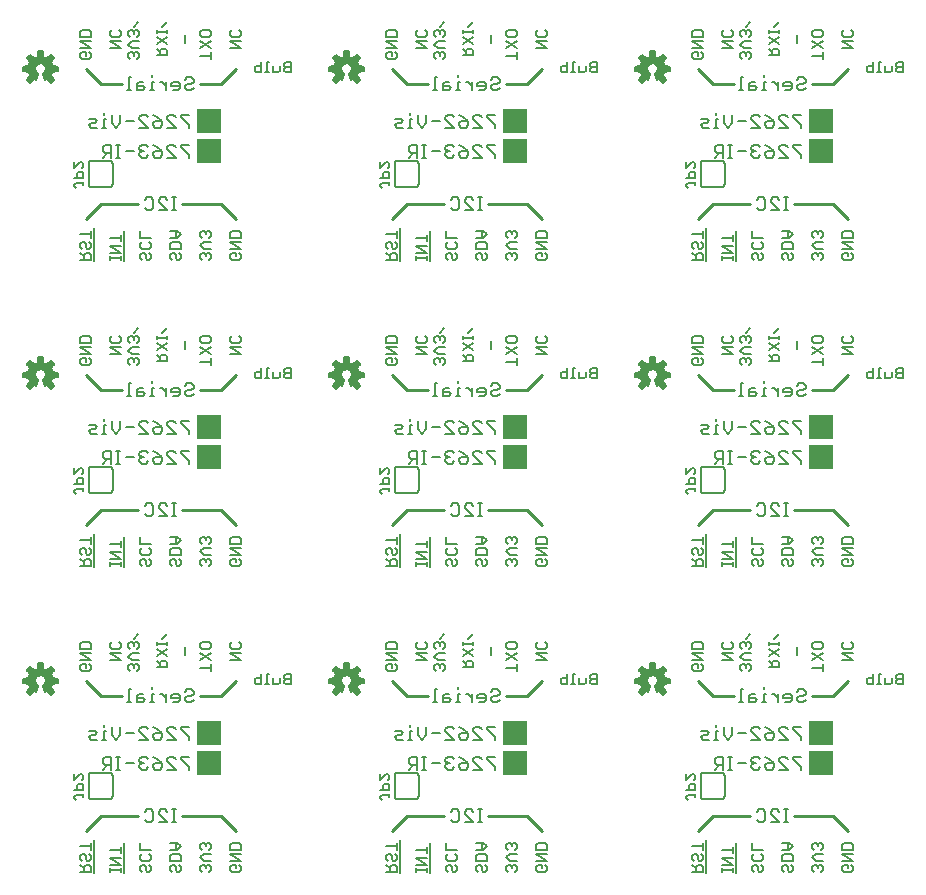
<source format=gbo>
G75*
%MOIN*%
%OFA0B0*%
%FSLAX25Y25*%
%IPPOS*%
%LPD*%
%AMOC8*
5,1,8,0,0,1.08239X$1,22.5*
%
%ADD10C,0.00600*%
%ADD11C,0.00500*%
%ADD12C,0.00800*%
%ADD13C,0.01000*%
%ADD14R,0.08000X0.08000*%
%ADD15C,0.00591*%
D10*
X0096633Y0049633D02*
X0100036Y0049633D01*
X0100036Y0051335D01*
X0099469Y0051902D01*
X0098335Y0051902D01*
X0097768Y0051335D01*
X0097768Y0049633D01*
X0097768Y0050768D02*
X0096633Y0051902D01*
X0097200Y0053316D02*
X0096633Y0053884D01*
X0096633Y0055018D01*
X0097200Y0055585D01*
X0097768Y0055585D01*
X0098335Y0055018D01*
X0098335Y0053884D01*
X0098902Y0053316D01*
X0099469Y0053316D01*
X0100036Y0053884D01*
X0100036Y0055018D01*
X0099469Y0055585D01*
X0100036Y0057000D02*
X0100036Y0059268D01*
X0100036Y0058134D02*
X0096633Y0058134D01*
X0101233Y0060383D02*
X0101233Y0049333D01*
X0106633Y0049633D02*
X0106633Y0050768D01*
X0106633Y0050200D02*
X0110036Y0050200D01*
X0110036Y0049633D02*
X0110036Y0050768D01*
X0110036Y0052089D02*
X0106633Y0054357D01*
X0110036Y0054357D01*
X0110036Y0055772D02*
X0110036Y0058041D01*
X0110036Y0056906D02*
X0106633Y0056906D01*
X0106633Y0052089D02*
X0110036Y0052089D01*
X0111233Y0049333D02*
X0111233Y0059155D01*
X0116633Y0059268D02*
X0116633Y0057000D01*
X0120036Y0057000D01*
X0119469Y0055585D02*
X0120036Y0055018D01*
X0120036Y0053884D01*
X0119469Y0053316D01*
X0117200Y0053316D01*
X0116633Y0053884D01*
X0116633Y0055018D01*
X0117200Y0055585D01*
X0117200Y0051902D02*
X0116633Y0051335D01*
X0116633Y0050200D01*
X0117200Y0049633D01*
X0118335Y0050200D02*
X0118335Y0051335D01*
X0117768Y0051902D01*
X0117200Y0051902D01*
X0118335Y0050200D02*
X0118902Y0049633D01*
X0119469Y0049633D01*
X0120036Y0050200D01*
X0120036Y0051335D01*
X0119469Y0051902D01*
X0126633Y0051335D02*
X0126633Y0050200D01*
X0127200Y0049633D01*
X0128335Y0050200D02*
X0128335Y0051335D01*
X0127768Y0051902D01*
X0127200Y0051902D01*
X0126633Y0051335D01*
X0126633Y0053316D02*
X0126633Y0055018D01*
X0127200Y0055585D01*
X0129469Y0055585D01*
X0130036Y0055018D01*
X0130036Y0053316D01*
X0126633Y0053316D01*
X0129469Y0051902D02*
X0130036Y0051335D01*
X0130036Y0050200D01*
X0129469Y0049633D01*
X0128902Y0049633D01*
X0128335Y0050200D01*
X0128335Y0057000D02*
X0128335Y0059268D01*
X0128902Y0059268D02*
X0126633Y0059268D01*
X0126633Y0057000D02*
X0128902Y0057000D01*
X0130036Y0058134D01*
X0128902Y0059268D01*
X0136633Y0058701D02*
X0136633Y0057567D01*
X0137200Y0057000D01*
X0137768Y0055585D02*
X0136633Y0054451D01*
X0137768Y0053316D01*
X0140036Y0053316D01*
X0139469Y0051902D02*
X0138902Y0051902D01*
X0138335Y0051335D01*
X0137768Y0051902D01*
X0137200Y0051902D01*
X0136633Y0051335D01*
X0136633Y0050200D01*
X0137200Y0049633D01*
X0138335Y0050768D02*
X0138335Y0051335D01*
X0139469Y0051902D02*
X0140036Y0051335D01*
X0140036Y0050200D01*
X0139469Y0049633D01*
X0140036Y0055585D02*
X0137768Y0055585D01*
X0139469Y0057000D02*
X0140036Y0057567D01*
X0140036Y0058701D01*
X0139469Y0059268D01*
X0138902Y0059268D01*
X0138335Y0058701D01*
X0137768Y0059268D01*
X0137200Y0059268D01*
X0136633Y0058701D01*
X0138335Y0058701D02*
X0138335Y0058134D01*
X0146633Y0058701D02*
X0147200Y0059268D01*
X0149469Y0059268D01*
X0150036Y0058701D01*
X0150036Y0057000D01*
X0146633Y0057000D01*
X0146633Y0058701D01*
X0146633Y0055585D02*
X0150036Y0055585D01*
X0150036Y0053316D02*
X0146633Y0053316D01*
X0147200Y0051902D02*
X0148335Y0051902D01*
X0148335Y0050768D01*
X0149469Y0051902D02*
X0150036Y0051335D01*
X0150036Y0050200D01*
X0149469Y0049633D01*
X0147200Y0049633D01*
X0146633Y0050200D01*
X0146633Y0051335D01*
X0147200Y0051902D01*
X0150036Y0053316D02*
X0146633Y0055585D01*
X0107333Y0074933D02*
X0107333Y0081733D01*
X0107331Y0081793D01*
X0107326Y0081854D01*
X0107317Y0081913D01*
X0107304Y0081972D01*
X0107288Y0082031D01*
X0107268Y0082088D01*
X0107245Y0082143D01*
X0107218Y0082198D01*
X0107189Y0082250D01*
X0107156Y0082301D01*
X0107120Y0082350D01*
X0107082Y0082396D01*
X0107040Y0082440D01*
X0106996Y0082482D01*
X0106950Y0082520D01*
X0106901Y0082556D01*
X0106850Y0082589D01*
X0106798Y0082618D01*
X0106743Y0082645D01*
X0106688Y0082668D01*
X0106631Y0082688D01*
X0106572Y0082704D01*
X0106513Y0082717D01*
X0106454Y0082726D01*
X0106393Y0082731D01*
X0106333Y0082733D01*
X0100333Y0082733D01*
X0100273Y0082731D01*
X0100212Y0082726D01*
X0100153Y0082717D01*
X0100094Y0082704D01*
X0100035Y0082688D01*
X0099978Y0082668D01*
X0099923Y0082645D01*
X0099868Y0082618D01*
X0099816Y0082589D01*
X0099765Y0082556D01*
X0099716Y0082520D01*
X0099670Y0082482D01*
X0099626Y0082440D01*
X0099584Y0082396D01*
X0099546Y0082350D01*
X0099510Y0082301D01*
X0099477Y0082250D01*
X0099448Y0082198D01*
X0099421Y0082143D01*
X0099398Y0082088D01*
X0099378Y0082031D01*
X0099362Y0081972D01*
X0099349Y0081913D01*
X0099340Y0081854D01*
X0099335Y0081793D01*
X0099333Y0081733D01*
X0099333Y0074933D01*
X0099335Y0074873D01*
X0099340Y0074812D01*
X0099349Y0074753D01*
X0099362Y0074694D01*
X0099378Y0074635D01*
X0099398Y0074578D01*
X0099421Y0074523D01*
X0099448Y0074468D01*
X0099477Y0074416D01*
X0099510Y0074365D01*
X0099546Y0074316D01*
X0099584Y0074270D01*
X0099626Y0074226D01*
X0099670Y0074184D01*
X0099716Y0074146D01*
X0099765Y0074110D01*
X0099816Y0074077D01*
X0099868Y0074048D01*
X0099923Y0074021D01*
X0099978Y0073998D01*
X0100035Y0073978D01*
X0100094Y0073962D01*
X0100153Y0073949D01*
X0100212Y0073940D01*
X0100273Y0073935D01*
X0100333Y0073933D01*
X0106333Y0073933D01*
X0106393Y0073935D01*
X0106454Y0073940D01*
X0106513Y0073949D01*
X0106572Y0073962D01*
X0106631Y0073978D01*
X0106688Y0073998D01*
X0106743Y0074021D01*
X0106798Y0074048D01*
X0106850Y0074077D01*
X0106901Y0074110D01*
X0106950Y0074146D01*
X0106996Y0074184D01*
X0107040Y0074226D01*
X0107082Y0074270D01*
X0107120Y0074316D01*
X0107156Y0074365D01*
X0107189Y0074416D01*
X0107218Y0074468D01*
X0107245Y0074523D01*
X0107268Y0074578D01*
X0107288Y0074635D01*
X0107304Y0074694D01*
X0107317Y0074753D01*
X0107326Y0074812D01*
X0107331Y0074873D01*
X0107333Y0074933D01*
X0113200Y0116584D02*
X0112633Y0117151D01*
X0112633Y0118285D01*
X0113200Y0118852D01*
X0113768Y0118852D01*
X0114335Y0118285D01*
X0114335Y0117718D01*
X0114335Y0118285D02*
X0114902Y0118852D01*
X0115469Y0118852D01*
X0116036Y0118285D01*
X0116036Y0117151D01*
X0115469Y0116584D01*
X0116036Y0120267D02*
X0113768Y0120267D01*
X0112633Y0121401D01*
X0113768Y0122536D01*
X0116036Y0122536D01*
X0115469Y0123950D02*
X0116036Y0124517D01*
X0116036Y0125652D01*
X0115469Y0126219D01*
X0114902Y0126219D01*
X0114335Y0125652D01*
X0113768Y0126219D01*
X0113200Y0126219D01*
X0112633Y0125652D01*
X0112633Y0124517D01*
X0113200Y0123950D01*
X0114335Y0125084D02*
X0114335Y0125652D01*
X0110036Y0125652D02*
X0109469Y0126219D01*
X0110036Y0125652D02*
X0110036Y0124517D01*
X0109469Y0123950D01*
X0107200Y0123950D01*
X0106633Y0124517D01*
X0106633Y0125652D01*
X0107200Y0126219D01*
X0106633Y0122536D02*
X0110036Y0122536D01*
X0110036Y0120267D02*
X0106633Y0120267D01*
X0106633Y0122536D02*
X0110036Y0120267D01*
X0100036Y0120267D02*
X0096633Y0122536D01*
X0100036Y0122536D01*
X0100036Y0123950D02*
X0100036Y0125652D01*
X0099469Y0126219D01*
X0097200Y0126219D01*
X0096633Y0125652D01*
X0096633Y0123950D01*
X0100036Y0123950D01*
X0100036Y0120267D02*
X0096633Y0120267D01*
X0097200Y0118852D02*
X0096633Y0118285D01*
X0096633Y0117151D01*
X0097200Y0116584D01*
X0099469Y0116584D01*
X0100036Y0117151D01*
X0100036Y0118285D01*
X0099469Y0118852D01*
X0098335Y0118852D02*
X0098335Y0117718D01*
X0098335Y0118852D02*
X0097200Y0118852D01*
X0122133Y0117812D02*
X0125536Y0117812D01*
X0125536Y0119513D01*
X0124969Y0120080D01*
X0123835Y0120080D01*
X0123268Y0119513D01*
X0123268Y0117812D01*
X0123268Y0118946D02*
X0122133Y0120080D01*
X0122133Y0121495D02*
X0125536Y0123763D01*
X0125536Y0125178D02*
X0125536Y0126312D01*
X0125536Y0125745D02*
X0122133Y0125745D01*
X0122133Y0125178D02*
X0122133Y0126312D01*
X0122133Y0123763D02*
X0125536Y0121495D01*
X0136633Y0122536D02*
X0140036Y0120267D01*
X0140036Y0118852D02*
X0140036Y0116584D01*
X0140036Y0117718D02*
X0136633Y0117718D01*
X0136633Y0120267D02*
X0140036Y0122536D01*
X0139469Y0123950D02*
X0137200Y0123950D01*
X0136633Y0124517D01*
X0136633Y0125652D01*
X0137200Y0126219D01*
X0139469Y0126219D01*
X0140036Y0125652D01*
X0140036Y0124517D01*
X0139469Y0123950D01*
X0146633Y0124517D02*
X0146633Y0125652D01*
X0147200Y0126219D01*
X0146633Y0124517D02*
X0147200Y0123950D01*
X0149469Y0123950D01*
X0150036Y0124517D01*
X0150036Y0125652D01*
X0149469Y0126219D01*
X0150036Y0122536D02*
X0146633Y0122536D01*
X0150036Y0120267D01*
X0146633Y0120267D01*
X0154695Y0113835D02*
X0155263Y0114402D01*
X0156964Y0114402D01*
X0156964Y0115536D02*
X0156964Y0112133D01*
X0155263Y0112133D01*
X0154695Y0112700D01*
X0154695Y0113835D01*
X0158285Y0112133D02*
X0159419Y0112133D01*
X0158852Y0112133D02*
X0158852Y0115536D01*
X0159419Y0115536D01*
X0160834Y0114402D02*
X0160834Y0112133D01*
X0162535Y0112133D01*
X0163103Y0112700D01*
X0163103Y0114402D01*
X0164517Y0114402D02*
X0165084Y0113835D01*
X0166786Y0113835D01*
X0166786Y0115536D02*
X0166786Y0112133D01*
X0165084Y0112133D01*
X0164517Y0112700D01*
X0164517Y0113268D01*
X0165084Y0113835D01*
X0164517Y0114402D02*
X0164517Y0114969D01*
X0165084Y0115536D01*
X0166786Y0115536D01*
X0198633Y0117151D02*
X0198633Y0118285D01*
X0199200Y0118852D01*
X0200335Y0118852D01*
X0200335Y0117718D01*
X0201469Y0116584D02*
X0199200Y0116584D01*
X0198633Y0117151D01*
X0201469Y0116584D02*
X0202036Y0117151D01*
X0202036Y0118285D01*
X0201469Y0118852D01*
X0202036Y0120267D02*
X0198633Y0120267D01*
X0198633Y0122536D02*
X0202036Y0122536D01*
X0202036Y0123950D02*
X0202036Y0125652D01*
X0201469Y0126219D01*
X0199200Y0126219D01*
X0198633Y0125652D01*
X0198633Y0123950D01*
X0202036Y0123950D01*
X0202036Y0120267D02*
X0198633Y0122536D01*
X0208633Y0122536D02*
X0212036Y0122536D01*
X0211469Y0123950D02*
X0209200Y0123950D01*
X0208633Y0124517D01*
X0208633Y0125652D01*
X0209200Y0126219D01*
X0211469Y0126219D02*
X0212036Y0125652D01*
X0212036Y0124517D01*
X0211469Y0123950D01*
X0208633Y0122536D02*
X0212036Y0120267D01*
X0208633Y0120267D01*
X0214633Y0121401D02*
X0215768Y0122536D01*
X0218036Y0122536D01*
X0217469Y0123950D02*
X0218036Y0124517D01*
X0218036Y0125652D01*
X0217469Y0126219D01*
X0216902Y0126219D01*
X0216335Y0125652D01*
X0215768Y0126219D01*
X0215200Y0126219D01*
X0214633Y0125652D01*
X0214633Y0124517D01*
X0215200Y0123950D01*
X0216335Y0125084D02*
X0216335Y0125652D01*
X0214633Y0121401D02*
X0215768Y0120267D01*
X0218036Y0120267D01*
X0217469Y0118852D02*
X0218036Y0118285D01*
X0218036Y0117151D01*
X0217469Y0116584D01*
X0216335Y0117718D02*
X0216335Y0118285D01*
X0215768Y0118852D01*
X0215200Y0118852D01*
X0214633Y0118285D01*
X0214633Y0117151D01*
X0215200Y0116584D01*
X0216335Y0118285D02*
X0216902Y0118852D01*
X0217469Y0118852D01*
X0224133Y0117812D02*
X0227536Y0117812D01*
X0227536Y0119513D01*
X0226969Y0120080D01*
X0225835Y0120080D01*
X0225268Y0119513D01*
X0225268Y0117812D01*
X0225268Y0118946D02*
X0224133Y0120080D01*
X0224133Y0121495D02*
X0227536Y0123763D01*
X0227536Y0125178D02*
X0227536Y0126312D01*
X0227536Y0125745D02*
X0224133Y0125745D01*
X0224133Y0125178D02*
X0224133Y0126312D01*
X0224133Y0123763D02*
X0227536Y0121495D01*
X0238633Y0122536D02*
X0242036Y0120267D01*
X0242036Y0118852D02*
X0242036Y0116584D01*
X0242036Y0117718D02*
X0238633Y0117718D01*
X0238633Y0120267D02*
X0242036Y0122536D01*
X0241469Y0123950D02*
X0239200Y0123950D01*
X0238633Y0124517D01*
X0238633Y0125652D01*
X0239200Y0126219D01*
X0241469Y0126219D01*
X0242036Y0125652D01*
X0242036Y0124517D01*
X0241469Y0123950D01*
X0248633Y0124517D02*
X0248633Y0125652D01*
X0249200Y0126219D01*
X0248633Y0124517D02*
X0249200Y0123950D01*
X0251469Y0123950D01*
X0252036Y0124517D01*
X0252036Y0125652D01*
X0251469Y0126219D01*
X0252036Y0122536D02*
X0248633Y0122536D01*
X0252036Y0120267D01*
X0248633Y0120267D01*
X0256695Y0113835D02*
X0257263Y0114402D01*
X0258964Y0114402D01*
X0258964Y0115536D02*
X0258964Y0112133D01*
X0257263Y0112133D01*
X0256695Y0112700D01*
X0256695Y0113835D01*
X0260285Y0112133D02*
X0261419Y0112133D01*
X0260852Y0112133D02*
X0260852Y0115536D01*
X0261419Y0115536D01*
X0262834Y0114402D02*
X0262834Y0112133D01*
X0264535Y0112133D01*
X0265103Y0112700D01*
X0265103Y0114402D01*
X0266517Y0114402D02*
X0266517Y0114969D01*
X0267084Y0115536D01*
X0268786Y0115536D01*
X0268786Y0112133D01*
X0267084Y0112133D01*
X0266517Y0112700D01*
X0266517Y0113268D01*
X0267084Y0113835D01*
X0268786Y0113835D01*
X0267084Y0113835D02*
X0266517Y0114402D01*
X0300633Y0117151D02*
X0300633Y0118285D01*
X0301200Y0118852D01*
X0302335Y0118852D01*
X0302335Y0117718D01*
X0303469Y0116584D02*
X0301200Y0116584D01*
X0300633Y0117151D01*
X0303469Y0116584D02*
X0304036Y0117151D01*
X0304036Y0118285D01*
X0303469Y0118852D01*
X0304036Y0120267D02*
X0300633Y0122536D01*
X0304036Y0122536D01*
X0304036Y0123950D02*
X0304036Y0125652D01*
X0303469Y0126219D01*
X0301200Y0126219D01*
X0300633Y0125652D01*
X0300633Y0123950D01*
X0304036Y0123950D01*
X0304036Y0120267D02*
X0300633Y0120267D01*
X0310633Y0120267D02*
X0314036Y0120267D01*
X0310633Y0122536D01*
X0314036Y0122536D01*
X0313469Y0123950D02*
X0311200Y0123950D01*
X0310633Y0124517D01*
X0310633Y0125652D01*
X0311200Y0126219D01*
X0313469Y0126219D02*
X0314036Y0125652D01*
X0314036Y0124517D01*
X0313469Y0123950D01*
X0316633Y0124517D02*
X0317200Y0123950D01*
X0316633Y0124517D02*
X0316633Y0125652D01*
X0317200Y0126219D01*
X0317768Y0126219D01*
X0318335Y0125652D01*
X0318335Y0125084D01*
X0318335Y0125652D02*
X0318902Y0126219D01*
X0319469Y0126219D01*
X0320036Y0125652D01*
X0320036Y0124517D01*
X0319469Y0123950D01*
X0320036Y0122536D02*
X0317768Y0122536D01*
X0316633Y0121401D01*
X0317768Y0120267D01*
X0320036Y0120267D01*
X0319469Y0118852D02*
X0318902Y0118852D01*
X0318335Y0118285D01*
X0317768Y0118852D01*
X0317200Y0118852D01*
X0316633Y0118285D01*
X0316633Y0117151D01*
X0317200Y0116584D01*
X0318335Y0117718D02*
X0318335Y0118285D01*
X0319469Y0118852D02*
X0320036Y0118285D01*
X0320036Y0117151D01*
X0319469Y0116584D01*
X0326133Y0117812D02*
X0329536Y0117812D01*
X0329536Y0119513D01*
X0328969Y0120080D01*
X0327835Y0120080D01*
X0327268Y0119513D01*
X0327268Y0117812D01*
X0327268Y0118946D02*
X0326133Y0120080D01*
X0326133Y0121495D02*
X0329536Y0123763D01*
X0329536Y0125178D02*
X0329536Y0126312D01*
X0329536Y0125745D02*
X0326133Y0125745D01*
X0326133Y0125178D02*
X0326133Y0126312D01*
X0326133Y0123763D02*
X0329536Y0121495D01*
X0340633Y0122536D02*
X0344036Y0120267D01*
X0344036Y0118852D02*
X0344036Y0116584D01*
X0344036Y0117718D02*
X0340633Y0117718D01*
X0340633Y0120267D02*
X0344036Y0122536D01*
X0343469Y0123950D02*
X0341200Y0123950D01*
X0340633Y0124517D01*
X0340633Y0125652D01*
X0341200Y0126219D01*
X0343469Y0126219D01*
X0344036Y0125652D01*
X0344036Y0124517D01*
X0343469Y0123950D01*
X0350633Y0124517D02*
X0350633Y0125652D01*
X0351200Y0126219D01*
X0350633Y0124517D02*
X0351200Y0123950D01*
X0353469Y0123950D01*
X0354036Y0124517D01*
X0354036Y0125652D01*
X0353469Y0126219D01*
X0354036Y0122536D02*
X0350633Y0122536D01*
X0354036Y0120267D01*
X0350633Y0120267D01*
X0358695Y0113835D02*
X0359263Y0114402D01*
X0360964Y0114402D01*
X0360964Y0115536D02*
X0360964Y0112133D01*
X0359263Y0112133D01*
X0358695Y0112700D01*
X0358695Y0113835D01*
X0362285Y0112133D02*
X0363419Y0112133D01*
X0362852Y0112133D02*
X0362852Y0115536D01*
X0363419Y0115536D01*
X0364834Y0114402D02*
X0364834Y0112133D01*
X0366535Y0112133D01*
X0367103Y0112700D01*
X0367103Y0114402D01*
X0368517Y0114402D02*
X0368517Y0114969D01*
X0369084Y0115536D01*
X0370786Y0115536D01*
X0370786Y0112133D01*
X0369084Y0112133D01*
X0368517Y0112700D01*
X0368517Y0113268D01*
X0369084Y0113835D01*
X0370786Y0113835D01*
X0369084Y0113835D02*
X0368517Y0114402D01*
X0353469Y0151633D02*
X0351200Y0151633D01*
X0350633Y0152200D01*
X0350633Y0153335D01*
X0351200Y0153902D01*
X0352335Y0153902D01*
X0352335Y0152768D01*
X0353469Y0153902D02*
X0354036Y0153335D01*
X0354036Y0152200D01*
X0353469Y0151633D01*
X0354036Y0155316D02*
X0350633Y0157585D01*
X0354036Y0157585D01*
X0354036Y0159000D02*
X0350633Y0159000D01*
X0350633Y0160701D01*
X0351200Y0161268D01*
X0353469Y0161268D01*
X0354036Y0160701D01*
X0354036Y0159000D01*
X0354036Y0155316D02*
X0350633Y0155316D01*
X0344036Y0155316D02*
X0341768Y0155316D01*
X0340633Y0156451D01*
X0341768Y0157585D01*
X0344036Y0157585D01*
X0343469Y0159000D02*
X0344036Y0159567D01*
X0344036Y0160701D01*
X0343469Y0161268D01*
X0342902Y0161268D01*
X0342335Y0160701D01*
X0341768Y0161268D01*
X0341200Y0161268D01*
X0340633Y0160701D01*
X0340633Y0159567D01*
X0341200Y0159000D01*
X0342335Y0160134D02*
X0342335Y0160701D01*
X0342902Y0153902D02*
X0342335Y0153335D01*
X0341768Y0153902D01*
X0341200Y0153902D01*
X0340633Y0153335D01*
X0340633Y0152200D01*
X0341200Y0151633D01*
X0342335Y0152768D02*
X0342335Y0153335D01*
X0342902Y0153902D02*
X0343469Y0153902D01*
X0344036Y0153335D01*
X0344036Y0152200D01*
X0343469Y0151633D01*
X0334036Y0152200D02*
X0333469Y0151633D01*
X0332902Y0151633D01*
X0332335Y0152200D01*
X0332335Y0153335D01*
X0331768Y0153902D01*
X0331200Y0153902D01*
X0330633Y0153335D01*
X0330633Y0152200D01*
X0331200Y0151633D01*
X0334036Y0152200D02*
X0334036Y0153335D01*
X0333469Y0153902D01*
X0334036Y0155316D02*
X0330633Y0155316D01*
X0330633Y0157018D01*
X0331200Y0157585D01*
X0333469Y0157585D01*
X0334036Y0157018D01*
X0334036Y0155316D01*
X0332902Y0159000D02*
X0330633Y0159000D01*
X0332335Y0159000D02*
X0332335Y0161268D01*
X0332902Y0161268D02*
X0330633Y0161268D01*
X0332902Y0161268D02*
X0334036Y0160134D01*
X0332902Y0159000D01*
X0324036Y0159000D02*
X0320633Y0159000D01*
X0320633Y0161268D01*
X0321200Y0157585D02*
X0320633Y0157018D01*
X0320633Y0155884D01*
X0321200Y0155316D01*
X0323469Y0155316D01*
X0324036Y0155884D01*
X0324036Y0157018D01*
X0323469Y0157585D01*
X0323469Y0153902D02*
X0324036Y0153335D01*
X0324036Y0152200D01*
X0323469Y0151633D01*
X0322902Y0151633D01*
X0322335Y0152200D01*
X0322335Y0153335D01*
X0321768Y0153902D01*
X0321200Y0153902D01*
X0320633Y0153335D01*
X0320633Y0152200D01*
X0321200Y0151633D01*
X0315233Y0151333D02*
X0315233Y0161155D01*
X0314036Y0160041D02*
X0314036Y0157772D01*
X0314036Y0158906D02*
X0310633Y0158906D01*
X0310633Y0156357D02*
X0314036Y0156357D01*
X0314036Y0154089D02*
X0310633Y0154089D01*
X0310633Y0152768D02*
X0310633Y0151633D01*
X0310633Y0152200D02*
X0314036Y0152200D01*
X0314036Y0151633D02*
X0314036Y0152768D01*
X0314036Y0154089D02*
X0310633Y0156357D01*
X0304036Y0155884D02*
X0303469Y0155316D01*
X0302902Y0155316D01*
X0302335Y0155884D01*
X0302335Y0157018D01*
X0301768Y0157585D01*
X0301200Y0157585D01*
X0300633Y0157018D01*
X0300633Y0155884D01*
X0301200Y0155316D01*
X0300633Y0153902D02*
X0301768Y0152768D01*
X0301768Y0153335D02*
X0301768Y0151633D01*
X0300633Y0151633D02*
X0304036Y0151633D01*
X0304036Y0153335D01*
X0303469Y0153902D01*
X0302335Y0153902D01*
X0301768Y0153335D01*
X0304036Y0155884D02*
X0304036Y0157018D01*
X0303469Y0157585D01*
X0304036Y0159000D02*
X0304036Y0161268D01*
X0304036Y0160134D02*
X0300633Y0160134D01*
X0305233Y0162383D02*
X0305233Y0151333D01*
X0304333Y0175933D02*
X0310333Y0175933D01*
X0310393Y0175935D01*
X0310454Y0175940D01*
X0310513Y0175949D01*
X0310572Y0175962D01*
X0310631Y0175978D01*
X0310688Y0175998D01*
X0310743Y0176021D01*
X0310798Y0176048D01*
X0310850Y0176077D01*
X0310901Y0176110D01*
X0310950Y0176146D01*
X0310996Y0176184D01*
X0311040Y0176226D01*
X0311082Y0176270D01*
X0311120Y0176316D01*
X0311156Y0176365D01*
X0311189Y0176416D01*
X0311218Y0176468D01*
X0311245Y0176523D01*
X0311268Y0176578D01*
X0311288Y0176635D01*
X0311304Y0176694D01*
X0311317Y0176753D01*
X0311326Y0176812D01*
X0311331Y0176873D01*
X0311333Y0176933D01*
X0311333Y0183733D01*
X0311331Y0183793D01*
X0311326Y0183854D01*
X0311317Y0183913D01*
X0311304Y0183972D01*
X0311288Y0184031D01*
X0311268Y0184088D01*
X0311245Y0184143D01*
X0311218Y0184198D01*
X0311189Y0184250D01*
X0311156Y0184301D01*
X0311120Y0184350D01*
X0311082Y0184396D01*
X0311040Y0184440D01*
X0310996Y0184482D01*
X0310950Y0184520D01*
X0310901Y0184556D01*
X0310850Y0184589D01*
X0310798Y0184618D01*
X0310743Y0184645D01*
X0310688Y0184668D01*
X0310631Y0184688D01*
X0310572Y0184704D01*
X0310513Y0184717D01*
X0310454Y0184726D01*
X0310393Y0184731D01*
X0310333Y0184733D01*
X0304333Y0184733D01*
X0304273Y0184731D01*
X0304212Y0184726D01*
X0304153Y0184717D01*
X0304094Y0184704D01*
X0304035Y0184688D01*
X0303978Y0184668D01*
X0303923Y0184645D01*
X0303868Y0184618D01*
X0303816Y0184589D01*
X0303765Y0184556D01*
X0303716Y0184520D01*
X0303670Y0184482D01*
X0303626Y0184440D01*
X0303584Y0184396D01*
X0303546Y0184350D01*
X0303510Y0184301D01*
X0303477Y0184250D01*
X0303448Y0184198D01*
X0303421Y0184143D01*
X0303398Y0184088D01*
X0303378Y0184031D01*
X0303362Y0183972D01*
X0303349Y0183913D01*
X0303340Y0183854D01*
X0303335Y0183793D01*
X0303333Y0183733D01*
X0303333Y0176933D01*
X0303335Y0176873D01*
X0303340Y0176812D01*
X0303349Y0176753D01*
X0303362Y0176694D01*
X0303378Y0176635D01*
X0303398Y0176578D01*
X0303421Y0176523D01*
X0303448Y0176468D01*
X0303477Y0176416D01*
X0303510Y0176365D01*
X0303546Y0176316D01*
X0303584Y0176270D01*
X0303626Y0176226D01*
X0303670Y0176184D01*
X0303716Y0176146D01*
X0303765Y0176110D01*
X0303816Y0176077D01*
X0303868Y0176048D01*
X0303923Y0176021D01*
X0303978Y0175998D01*
X0304035Y0175978D01*
X0304094Y0175962D01*
X0304153Y0175949D01*
X0304212Y0175940D01*
X0304273Y0175935D01*
X0304333Y0175933D01*
X0268786Y0214133D02*
X0267084Y0214133D01*
X0266517Y0214700D01*
X0266517Y0215268D01*
X0267084Y0215835D01*
X0268786Y0215835D01*
X0268786Y0217536D02*
X0267084Y0217536D01*
X0266517Y0216969D01*
X0266517Y0216402D01*
X0267084Y0215835D01*
X0265103Y0216402D02*
X0265103Y0214700D01*
X0264535Y0214133D01*
X0262834Y0214133D01*
X0262834Y0216402D01*
X0261419Y0217536D02*
X0260852Y0217536D01*
X0260852Y0214133D01*
X0261419Y0214133D02*
X0260285Y0214133D01*
X0258964Y0214133D02*
X0257263Y0214133D01*
X0256695Y0214700D01*
X0256695Y0215835D01*
X0257263Y0216402D01*
X0258964Y0216402D01*
X0258964Y0217536D02*
X0258964Y0214133D01*
X0268786Y0214133D02*
X0268786Y0217536D01*
X0252036Y0222267D02*
X0248633Y0224536D01*
X0252036Y0224536D01*
X0251469Y0225950D02*
X0249200Y0225950D01*
X0248633Y0226517D01*
X0248633Y0227652D01*
X0249200Y0228219D01*
X0251469Y0228219D02*
X0252036Y0227652D01*
X0252036Y0226517D01*
X0251469Y0225950D01*
X0252036Y0222267D02*
X0248633Y0222267D01*
X0242036Y0222267D02*
X0238633Y0224536D01*
X0239200Y0225950D02*
X0238633Y0226517D01*
X0238633Y0227652D01*
X0239200Y0228219D01*
X0241469Y0228219D01*
X0242036Y0227652D01*
X0242036Y0226517D01*
X0241469Y0225950D01*
X0239200Y0225950D01*
X0242036Y0224536D02*
X0238633Y0222267D01*
X0238633Y0219718D02*
X0242036Y0219718D01*
X0242036Y0218584D02*
X0242036Y0220852D01*
X0227536Y0221513D02*
X0226969Y0222080D01*
X0225835Y0222080D01*
X0225268Y0221513D01*
X0225268Y0219812D01*
X0225268Y0220946D02*
X0224133Y0222080D01*
X0224133Y0223495D02*
X0227536Y0225763D01*
X0227536Y0227178D02*
X0227536Y0228312D01*
X0227536Y0227745D02*
X0224133Y0227745D01*
X0224133Y0227178D02*
X0224133Y0228312D01*
X0224133Y0225763D02*
X0227536Y0223495D01*
X0227536Y0221513D02*
X0227536Y0219812D01*
X0224133Y0219812D01*
X0218036Y0220285D02*
X0217469Y0220852D01*
X0216902Y0220852D01*
X0216335Y0220285D01*
X0215768Y0220852D01*
X0215200Y0220852D01*
X0214633Y0220285D01*
X0214633Y0219151D01*
X0215200Y0218584D01*
X0216335Y0219718D02*
X0216335Y0220285D01*
X0218036Y0220285D02*
X0218036Y0219151D01*
X0217469Y0218584D01*
X0218036Y0222267D02*
X0215768Y0222267D01*
X0214633Y0223401D01*
X0215768Y0224536D01*
X0218036Y0224536D01*
X0217469Y0225950D02*
X0218036Y0226517D01*
X0218036Y0227652D01*
X0217469Y0228219D01*
X0216902Y0228219D01*
X0216335Y0227652D01*
X0215768Y0228219D01*
X0215200Y0228219D01*
X0214633Y0227652D01*
X0214633Y0226517D01*
X0215200Y0225950D01*
X0216335Y0227084D02*
X0216335Y0227652D01*
X0212036Y0227652D02*
X0212036Y0226517D01*
X0211469Y0225950D01*
X0209200Y0225950D01*
X0208633Y0226517D01*
X0208633Y0227652D01*
X0209200Y0228219D01*
X0211469Y0228219D02*
X0212036Y0227652D01*
X0212036Y0224536D02*
X0208633Y0224536D01*
X0212036Y0222267D01*
X0208633Y0222267D01*
X0202036Y0222267D02*
X0198633Y0224536D01*
X0202036Y0224536D01*
X0202036Y0225950D02*
X0198633Y0225950D01*
X0198633Y0227652D01*
X0199200Y0228219D01*
X0201469Y0228219D01*
X0202036Y0227652D01*
X0202036Y0225950D01*
X0202036Y0222267D02*
X0198633Y0222267D01*
X0199200Y0220852D02*
X0200335Y0220852D01*
X0200335Y0219718D01*
X0201469Y0218584D02*
X0199200Y0218584D01*
X0198633Y0219151D01*
X0198633Y0220285D01*
X0199200Y0220852D01*
X0201469Y0220852D02*
X0202036Y0220285D01*
X0202036Y0219151D01*
X0201469Y0218584D01*
X0166786Y0217536D02*
X0166786Y0214133D01*
X0165084Y0214133D01*
X0164517Y0214700D01*
X0164517Y0215268D01*
X0165084Y0215835D01*
X0166786Y0215835D01*
X0166786Y0217536D02*
X0165084Y0217536D01*
X0164517Y0216969D01*
X0164517Y0216402D01*
X0165084Y0215835D01*
X0163103Y0216402D02*
X0163103Y0214700D01*
X0162535Y0214133D01*
X0160834Y0214133D01*
X0160834Y0216402D01*
X0159419Y0217536D02*
X0158852Y0217536D01*
X0158852Y0214133D01*
X0159419Y0214133D02*
X0158285Y0214133D01*
X0156964Y0214133D02*
X0156964Y0217536D01*
X0156964Y0216402D02*
X0155263Y0216402D01*
X0154695Y0215835D01*
X0154695Y0214700D01*
X0155263Y0214133D01*
X0156964Y0214133D01*
X0150036Y0222267D02*
X0146633Y0224536D01*
X0150036Y0224536D01*
X0149469Y0225950D02*
X0147200Y0225950D01*
X0146633Y0226517D01*
X0146633Y0227652D01*
X0147200Y0228219D01*
X0149469Y0228219D02*
X0150036Y0227652D01*
X0150036Y0226517D01*
X0149469Y0225950D01*
X0150036Y0222267D02*
X0146633Y0222267D01*
X0140036Y0222267D02*
X0136633Y0224536D01*
X0137200Y0225950D02*
X0136633Y0226517D01*
X0136633Y0227652D01*
X0137200Y0228219D01*
X0139469Y0228219D01*
X0140036Y0227652D01*
X0140036Y0226517D01*
X0139469Y0225950D01*
X0137200Y0225950D01*
X0140036Y0224536D02*
X0136633Y0222267D01*
X0136633Y0219718D02*
X0140036Y0219718D01*
X0140036Y0218584D02*
X0140036Y0220852D01*
X0125536Y0221513D02*
X0124969Y0222080D01*
X0123835Y0222080D01*
X0123268Y0221513D01*
X0123268Y0219812D01*
X0123268Y0220946D02*
X0122133Y0222080D01*
X0122133Y0223495D02*
X0125536Y0225763D01*
X0125536Y0227178D02*
X0125536Y0228312D01*
X0125536Y0227745D02*
X0122133Y0227745D01*
X0122133Y0227178D02*
X0122133Y0228312D01*
X0122133Y0225763D02*
X0125536Y0223495D01*
X0125536Y0221513D02*
X0125536Y0219812D01*
X0122133Y0219812D01*
X0116036Y0220285D02*
X0115469Y0220852D01*
X0114902Y0220852D01*
X0114335Y0220285D01*
X0113768Y0220852D01*
X0113200Y0220852D01*
X0112633Y0220285D01*
X0112633Y0219151D01*
X0113200Y0218584D01*
X0114335Y0219718D02*
X0114335Y0220285D01*
X0116036Y0220285D02*
X0116036Y0219151D01*
X0115469Y0218584D01*
X0116036Y0222267D02*
X0113768Y0222267D01*
X0112633Y0223401D01*
X0113768Y0224536D01*
X0116036Y0224536D01*
X0115469Y0225950D02*
X0116036Y0226517D01*
X0116036Y0227652D01*
X0115469Y0228219D01*
X0114902Y0228219D01*
X0114335Y0227652D01*
X0113768Y0228219D01*
X0113200Y0228219D01*
X0112633Y0227652D01*
X0112633Y0226517D01*
X0113200Y0225950D01*
X0114335Y0227084D02*
X0114335Y0227652D01*
X0110036Y0227652D02*
X0110036Y0226517D01*
X0109469Y0225950D01*
X0107200Y0225950D01*
X0106633Y0226517D01*
X0106633Y0227652D01*
X0107200Y0228219D01*
X0109469Y0228219D02*
X0110036Y0227652D01*
X0110036Y0224536D02*
X0106633Y0224536D01*
X0110036Y0222267D01*
X0106633Y0222267D01*
X0100036Y0222267D02*
X0096633Y0224536D01*
X0100036Y0224536D01*
X0100036Y0225950D02*
X0096633Y0225950D01*
X0096633Y0227652D01*
X0097200Y0228219D01*
X0099469Y0228219D01*
X0100036Y0227652D01*
X0100036Y0225950D01*
X0100036Y0222267D02*
X0096633Y0222267D01*
X0097200Y0220852D02*
X0096633Y0220285D01*
X0096633Y0219151D01*
X0097200Y0218584D01*
X0099469Y0218584D01*
X0100036Y0219151D01*
X0100036Y0220285D01*
X0099469Y0220852D01*
X0098335Y0220852D02*
X0098335Y0219718D01*
X0098335Y0220852D02*
X0097200Y0220852D01*
X0101233Y0253333D02*
X0101233Y0264383D01*
X0100036Y0263268D02*
X0100036Y0261000D01*
X0100036Y0262134D02*
X0096633Y0262134D01*
X0097200Y0259585D02*
X0096633Y0259018D01*
X0096633Y0257884D01*
X0097200Y0257316D01*
X0098335Y0257884D02*
X0098335Y0259018D01*
X0097768Y0259585D01*
X0097200Y0259585D01*
X0098335Y0257884D02*
X0098902Y0257316D01*
X0099469Y0257316D01*
X0100036Y0257884D01*
X0100036Y0259018D01*
X0099469Y0259585D01*
X0099469Y0255902D02*
X0098335Y0255902D01*
X0097768Y0255335D01*
X0097768Y0253633D01*
X0097768Y0254768D02*
X0096633Y0255902D01*
X0096633Y0253633D02*
X0100036Y0253633D01*
X0100036Y0255335D01*
X0099469Y0255902D01*
X0106633Y0256089D02*
X0110036Y0256089D01*
X0106633Y0258357D01*
X0110036Y0258357D01*
X0110036Y0259772D02*
X0110036Y0262041D01*
X0110036Y0260906D02*
X0106633Y0260906D01*
X0111233Y0263155D02*
X0111233Y0253333D01*
X0110036Y0253633D02*
X0110036Y0254768D01*
X0110036Y0254200D02*
X0106633Y0254200D01*
X0106633Y0253633D02*
X0106633Y0254768D01*
X0116633Y0255335D02*
X0116633Y0254200D01*
X0117200Y0253633D01*
X0118335Y0254200D02*
X0118335Y0255335D01*
X0117768Y0255902D01*
X0117200Y0255902D01*
X0116633Y0255335D01*
X0118335Y0254200D02*
X0118902Y0253633D01*
X0119469Y0253633D01*
X0120036Y0254200D01*
X0120036Y0255335D01*
X0119469Y0255902D01*
X0119469Y0257316D02*
X0117200Y0257316D01*
X0116633Y0257884D01*
X0116633Y0259018D01*
X0117200Y0259585D01*
X0116633Y0261000D02*
X0120036Y0261000D01*
X0119469Y0259585D02*
X0120036Y0259018D01*
X0120036Y0257884D01*
X0119469Y0257316D01*
X0116633Y0261000D02*
X0116633Y0263268D01*
X0126633Y0263268D02*
X0128902Y0263268D01*
X0130036Y0262134D01*
X0128902Y0261000D01*
X0126633Y0261000D01*
X0127200Y0259585D02*
X0129469Y0259585D01*
X0130036Y0259018D01*
X0130036Y0257316D01*
X0126633Y0257316D01*
X0126633Y0259018D01*
X0127200Y0259585D01*
X0128335Y0261000D02*
X0128335Y0263268D01*
X0127768Y0255902D02*
X0127200Y0255902D01*
X0126633Y0255335D01*
X0126633Y0254200D01*
X0127200Y0253633D01*
X0128335Y0254200D02*
X0128335Y0255335D01*
X0127768Y0255902D01*
X0129469Y0255902D02*
X0130036Y0255335D01*
X0130036Y0254200D01*
X0129469Y0253633D01*
X0128902Y0253633D01*
X0128335Y0254200D01*
X0136633Y0254200D02*
X0137200Y0253633D01*
X0136633Y0254200D02*
X0136633Y0255335D01*
X0137200Y0255902D01*
X0137768Y0255902D01*
X0138335Y0255335D01*
X0138335Y0254768D01*
X0138335Y0255335D02*
X0138902Y0255902D01*
X0139469Y0255902D01*
X0140036Y0255335D01*
X0140036Y0254200D01*
X0139469Y0253633D01*
X0140036Y0257316D02*
X0137768Y0257316D01*
X0136633Y0258451D01*
X0137768Y0259585D01*
X0140036Y0259585D01*
X0139469Y0261000D02*
X0140036Y0261567D01*
X0140036Y0262701D01*
X0139469Y0263268D01*
X0138902Y0263268D01*
X0138335Y0262701D01*
X0137768Y0263268D01*
X0137200Y0263268D01*
X0136633Y0262701D01*
X0136633Y0261567D01*
X0137200Y0261000D01*
X0138335Y0262134D02*
X0138335Y0262701D01*
X0146633Y0262701D02*
X0146633Y0261000D01*
X0150036Y0261000D01*
X0150036Y0262701D01*
X0149469Y0263268D01*
X0147200Y0263268D01*
X0146633Y0262701D01*
X0146633Y0259585D02*
X0150036Y0259585D01*
X0150036Y0257316D02*
X0146633Y0257316D01*
X0147200Y0255902D02*
X0148335Y0255902D01*
X0148335Y0254768D01*
X0149469Y0255902D02*
X0150036Y0255335D01*
X0150036Y0254200D01*
X0149469Y0253633D01*
X0147200Y0253633D01*
X0146633Y0254200D01*
X0146633Y0255335D01*
X0147200Y0255902D01*
X0150036Y0257316D02*
X0146633Y0259585D01*
X0107333Y0278933D02*
X0107333Y0285733D01*
X0107331Y0285793D01*
X0107326Y0285854D01*
X0107317Y0285913D01*
X0107304Y0285972D01*
X0107288Y0286031D01*
X0107268Y0286088D01*
X0107245Y0286143D01*
X0107218Y0286198D01*
X0107189Y0286250D01*
X0107156Y0286301D01*
X0107120Y0286350D01*
X0107082Y0286396D01*
X0107040Y0286440D01*
X0106996Y0286482D01*
X0106950Y0286520D01*
X0106901Y0286556D01*
X0106850Y0286589D01*
X0106798Y0286618D01*
X0106743Y0286645D01*
X0106688Y0286668D01*
X0106631Y0286688D01*
X0106572Y0286704D01*
X0106513Y0286717D01*
X0106454Y0286726D01*
X0106393Y0286731D01*
X0106333Y0286733D01*
X0100333Y0286733D01*
X0100273Y0286731D01*
X0100212Y0286726D01*
X0100153Y0286717D01*
X0100094Y0286704D01*
X0100035Y0286688D01*
X0099978Y0286668D01*
X0099923Y0286645D01*
X0099868Y0286618D01*
X0099816Y0286589D01*
X0099765Y0286556D01*
X0099716Y0286520D01*
X0099670Y0286482D01*
X0099626Y0286440D01*
X0099584Y0286396D01*
X0099546Y0286350D01*
X0099510Y0286301D01*
X0099477Y0286250D01*
X0099448Y0286198D01*
X0099421Y0286143D01*
X0099398Y0286088D01*
X0099378Y0286031D01*
X0099362Y0285972D01*
X0099349Y0285913D01*
X0099340Y0285854D01*
X0099335Y0285793D01*
X0099333Y0285733D01*
X0099333Y0278933D01*
X0099335Y0278873D01*
X0099340Y0278812D01*
X0099349Y0278753D01*
X0099362Y0278694D01*
X0099378Y0278635D01*
X0099398Y0278578D01*
X0099421Y0278523D01*
X0099448Y0278468D01*
X0099477Y0278416D01*
X0099510Y0278365D01*
X0099546Y0278316D01*
X0099584Y0278270D01*
X0099626Y0278226D01*
X0099670Y0278184D01*
X0099716Y0278146D01*
X0099765Y0278110D01*
X0099816Y0278077D01*
X0099868Y0278048D01*
X0099923Y0278021D01*
X0099978Y0277998D01*
X0100035Y0277978D01*
X0100094Y0277962D01*
X0100153Y0277949D01*
X0100212Y0277940D01*
X0100273Y0277935D01*
X0100333Y0277933D01*
X0106333Y0277933D01*
X0106393Y0277935D01*
X0106454Y0277940D01*
X0106513Y0277949D01*
X0106572Y0277962D01*
X0106631Y0277978D01*
X0106688Y0277998D01*
X0106743Y0278021D01*
X0106798Y0278048D01*
X0106850Y0278077D01*
X0106901Y0278110D01*
X0106950Y0278146D01*
X0106996Y0278184D01*
X0107040Y0278226D01*
X0107082Y0278270D01*
X0107120Y0278316D01*
X0107156Y0278365D01*
X0107189Y0278416D01*
X0107218Y0278468D01*
X0107245Y0278523D01*
X0107268Y0278578D01*
X0107288Y0278635D01*
X0107304Y0278694D01*
X0107317Y0278753D01*
X0107326Y0278812D01*
X0107331Y0278873D01*
X0107333Y0278933D01*
X0113200Y0320584D02*
X0112633Y0321151D01*
X0112633Y0322285D01*
X0113200Y0322852D01*
X0113768Y0322852D01*
X0114335Y0322285D01*
X0114335Y0321718D01*
X0114335Y0322285D02*
X0114902Y0322852D01*
X0115469Y0322852D01*
X0116036Y0322285D01*
X0116036Y0321151D01*
X0115469Y0320584D01*
X0116036Y0324267D02*
X0113768Y0324267D01*
X0112633Y0325401D01*
X0113768Y0326536D01*
X0116036Y0326536D01*
X0115469Y0327950D02*
X0116036Y0328517D01*
X0116036Y0329652D01*
X0115469Y0330219D01*
X0114902Y0330219D01*
X0114335Y0329652D01*
X0113768Y0330219D01*
X0113200Y0330219D01*
X0112633Y0329652D01*
X0112633Y0328517D01*
X0113200Y0327950D01*
X0114335Y0329084D02*
X0114335Y0329652D01*
X0110036Y0329652D02*
X0110036Y0328517D01*
X0109469Y0327950D01*
X0107200Y0327950D01*
X0106633Y0328517D01*
X0106633Y0329652D01*
X0107200Y0330219D01*
X0109469Y0330219D02*
X0110036Y0329652D01*
X0110036Y0326536D02*
X0106633Y0326536D01*
X0110036Y0324267D01*
X0106633Y0324267D01*
X0100036Y0324267D02*
X0096633Y0326536D01*
X0100036Y0326536D01*
X0100036Y0327950D02*
X0100036Y0329652D01*
X0099469Y0330219D01*
X0097200Y0330219D01*
X0096633Y0329652D01*
X0096633Y0327950D01*
X0100036Y0327950D01*
X0100036Y0324267D02*
X0096633Y0324267D01*
X0097200Y0322852D02*
X0096633Y0322285D01*
X0096633Y0321151D01*
X0097200Y0320584D01*
X0099469Y0320584D01*
X0100036Y0321151D01*
X0100036Y0322285D01*
X0099469Y0322852D01*
X0098335Y0322852D02*
X0098335Y0321718D01*
X0098335Y0322852D02*
X0097200Y0322852D01*
X0122133Y0321812D02*
X0125536Y0321812D01*
X0125536Y0323513D01*
X0124969Y0324080D01*
X0123835Y0324080D01*
X0123268Y0323513D01*
X0123268Y0321812D01*
X0123268Y0322946D02*
X0122133Y0324080D01*
X0122133Y0325495D02*
X0125536Y0327763D01*
X0125536Y0329178D02*
X0125536Y0330312D01*
X0125536Y0329745D02*
X0122133Y0329745D01*
X0122133Y0329178D02*
X0122133Y0330312D01*
X0122133Y0327763D02*
X0125536Y0325495D01*
X0136633Y0326536D02*
X0140036Y0324267D01*
X0140036Y0322852D02*
X0140036Y0320584D01*
X0140036Y0321718D02*
X0136633Y0321718D01*
X0136633Y0324267D02*
X0140036Y0326536D01*
X0139469Y0327950D02*
X0137200Y0327950D01*
X0136633Y0328517D01*
X0136633Y0329652D01*
X0137200Y0330219D01*
X0139469Y0330219D01*
X0140036Y0329652D01*
X0140036Y0328517D01*
X0139469Y0327950D01*
X0146633Y0328517D02*
X0146633Y0329652D01*
X0147200Y0330219D01*
X0146633Y0328517D02*
X0147200Y0327950D01*
X0149469Y0327950D01*
X0150036Y0328517D01*
X0150036Y0329652D01*
X0149469Y0330219D01*
X0150036Y0326536D02*
X0146633Y0326536D01*
X0150036Y0324267D01*
X0146633Y0324267D01*
X0154695Y0317835D02*
X0155263Y0318402D01*
X0156964Y0318402D01*
X0156964Y0319536D02*
X0156964Y0316133D01*
X0155263Y0316133D01*
X0154695Y0316700D01*
X0154695Y0317835D01*
X0158285Y0316133D02*
X0159419Y0316133D01*
X0158852Y0316133D02*
X0158852Y0319536D01*
X0159419Y0319536D01*
X0160834Y0318402D02*
X0160834Y0316133D01*
X0162535Y0316133D01*
X0163103Y0316700D01*
X0163103Y0318402D01*
X0164517Y0318402D02*
X0165084Y0317835D01*
X0166786Y0317835D01*
X0166786Y0319536D02*
X0166786Y0316133D01*
X0165084Y0316133D01*
X0164517Y0316700D01*
X0164517Y0317268D01*
X0165084Y0317835D01*
X0164517Y0318402D02*
X0164517Y0318969D01*
X0165084Y0319536D01*
X0166786Y0319536D01*
X0198633Y0321151D02*
X0198633Y0322285D01*
X0199200Y0322852D01*
X0200335Y0322852D01*
X0200335Y0321718D01*
X0201469Y0320584D02*
X0199200Y0320584D01*
X0198633Y0321151D01*
X0201469Y0320584D02*
X0202036Y0321151D01*
X0202036Y0322285D01*
X0201469Y0322852D01*
X0202036Y0324267D02*
X0198633Y0324267D01*
X0198633Y0326536D02*
X0202036Y0326536D01*
X0202036Y0327950D02*
X0202036Y0329652D01*
X0201469Y0330219D01*
X0199200Y0330219D01*
X0198633Y0329652D01*
X0198633Y0327950D01*
X0202036Y0327950D01*
X0202036Y0324267D02*
X0198633Y0326536D01*
X0208633Y0326536D02*
X0212036Y0326536D01*
X0211469Y0327950D02*
X0209200Y0327950D01*
X0208633Y0328517D01*
X0208633Y0329652D01*
X0209200Y0330219D01*
X0211469Y0330219D02*
X0212036Y0329652D01*
X0212036Y0328517D01*
X0211469Y0327950D01*
X0208633Y0326536D02*
X0212036Y0324267D01*
X0208633Y0324267D01*
X0214633Y0325401D02*
X0215768Y0324267D01*
X0218036Y0324267D01*
X0217469Y0322852D02*
X0218036Y0322285D01*
X0218036Y0321151D01*
X0217469Y0320584D01*
X0216335Y0321718D02*
X0216335Y0322285D01*
X0215768Y0322852D01*
X0215200Y0322852D01*
X0214633Y0322285D01*
X0214633Y0321151D01*
X0215200Y0320584D01*
X0216335Y0322285D02*
X0216902Y0322852D01*
X0217469Y0322852D01*
X0218036Y0326536D02*
X0215768Y0326536D01*
X0214633Y0325401D01*
X0215200Y0327950D02*
X0214633Y0328517D01*
X0214633Y0329652D01*
X0215200Y0330219D01*
X0215768Y0330219D01*
X0216335Y0329652D01*
X0216335Y0329084D01*
X0216335Y0329652D02*
X0216902Y0330219D01*
X0217469Y0330219D01*
X0218036Y0329652D01*
X0218036Y0328517D01*
X0217469Y0327950D01*
X0224133Y0327763D02*
X0227536Y0325495D01*
X0226969Y0324080D02*
X0225835Y0324080D01*
X0225268Y0323513D01*
X0225268Y0321812D01*
X0225268Y0322946D02*
X0224133Y0324080D01*
X0224133Y0325495D02*
X0227536Y0327763D01*
X0227536Y0329178D02*
X0227536Y0330312D01*
X0227536Y0329745D02*
X0224133Y0329745D01*
X0224133Y0329178D02*
X0224133Y0330312D01*
X0226969Y0324080D02*
X0227536Y0323513D01*
X0227536Y0321812D01*
X0224133Y0321812D01*
X0238633Y0321718D02*
X0242036Y0321718D01*
X0242036Y0320584D02*
X0242036Y0322852D01*
X0242036Y0324267D02*
X0238633Y0326536D01*
X0239200Y0327950D02*
X0238633Y0328517D01*
X0238633Y0329652D01*
X0239200Y0330219D01*
X0241469Y0330219D01*
X0242036Y0329652D01*
X0242036Y0328517D01*
X0241469Y0327950D01*
X0239200Y0327950D01*
X0242036Y0326536D02*
X0238633Y0324267D01*
X0248633Y0324267D02*
X0252036Y0324267D01*
X0248633Y0326536D01*
X0252036Y0326536D01*
X0251469Y0327950D02*
X0249200Y0327950D01*
X0248633Y0328517D01*
X0248633Y0329652D01*
X0249200Y0330219D01*
X0251469Y0330219D02*
X0252036Y0329652D01*
X0252036Y0328517D01*
X0251469Y0327950D01*
X0257263Y0318402D02*
X0258964Y0318402D01*
X0258964Y0319536D02*
X0258964Y0316133D01*
X0257263Y0316133D01*
X0256695Y0316700D01*
X0256695Y0317835D01*
X0257263Y0318402D01*
X0260852Y0319536D02*
X0260852Y0316133D01*
X0261419Y0316133D02*
X0260285Y0316133D01*
X0262834Y0316133D02*
X0262834Y0318402D01*
X0261419Y0319536D02*
X0260852Y0319536D01*
X0262834Y0316133D02*
X0264535Y0316133D01*
X0265103Y0316700D01*
X0265103Y0318402D01*
X0266517Y0318402D02*
X0267084Y0317835D01*
X0268786Y0317835D01*
X0268786Y0319536D02*
X0268786Y0316133D01*
X0267084Y0316133D01*
X0266517Y0316700D01*
X0266517Y0317268D01*
X0267084Y0317835D01*
X0266517Y0318402D02*
X0266517Y0318969D01*
X0267084Y0319536D01*
X0268786Y0319536D01*
X0300633Y0321151D02*
X0300633Y0322285D01*
X0301200Y0322852D01*
X0302335Y0322852D01*
X0302335Y0321718D01*
X0303469Y0320584D02*
X0301200Y0320584D01*
X0300633Y0321151D01*
X0303469Y0320584D02*
X0304036Y0321151D01*
X0304036Y0322285D01*
X0303469Y0322852D01*
X0304036Y0324267D02*
X0300633Y0326536D01*
X0304036Y0326536D01*
X0304036Y0327950D02*
X0304036Y0329652D01*
X0303469Y0330219D01*
X0301200Y0330219D01*
X0300633Y0329652D01*
X0300633Y0327950D01*
X0304036Y0327950D01*
X0304036Y0324267D02*
X0300633Y0324267D01*
X0310633Y0324267D02*
X0314036Y0324267D01*
X0310633Y0326536D01*
X0314036Y0326536D01*
X0313469Y0327950D02*
X0311200Y0327950D01*
X0310633Y0328517D01*
X0310633Y0329652D01*
X0311200Y0330219D01*
X0313469Y0330219D02*
X0314036Y0329652D01*
X0314036Y0328517D01*
X0313469Y0327950D01*
X0316633Y0328517D02*
X0316633Y0329652D01*
X0317200Y0330219D01*
X0317768Y0330219D01*
X0318335Y0329652D01*
X0318335Y0329084D01*
X0318335Y0329652D02*
X0318902Y0330219D01*
X0319469Y0330219D01*
X0320036Y0329652D01*
X0320036Y0328517D01*
X0319469Y0327950D01*
X0320036Y0326536D02*
X0317768Y0326536D01*
X0316633Y0325401D01*
X0317768Y0324267D01*
X0320036Y0324267D01*
X0319469Y0322852D02*
X0318902Y0322852D01*
X0318335Y0322285D01*
X0317768Y0322852D01*
X0317200Y0322852D01*
X0316633Y0322285D01*
X0316633Y0321151D01*
X0317200Y0320584D01*
X0318335Y0321718D02*
X0318335Y0322285D01*
X0319469Y0322852D02*
X0320036Y0322285D01*
X0320036Y0321151D01*
X0319469Y0320584D01*
X0326133Y0321812D02*
X0329536Y0321812D01*
X0329536Y0323513D01*
X0328969Y0324080D01*
X0327835Y0324080D01*
X0327268Y0323513D01*
X0327268Y0321812D01*
X0327268Y0322946D02*
X0326133Y0324080D01*
X0326133Y0325495D02*
X0329536Y0327763D01*
X0329536Y0329178D02*
X0329536Y0330312D01*
X0329536Y0329745D02*
X0326133Y0329745D01*
X0326133Y0329178D02*
X0326133Y0330312D01*
X0326133Y0327763D02*
X0329536Y0325495D01*
X0340633Y0326536D02*
X0344036Y0324267D01*
X0344036Y0322852D02*
X0344036Y0320584D01*
X0344036Y0321718D02*
X0340633Y0321718D01*
X0340633Y0324267D02*
X0344036Y0326536D01*
X0343469Y0327950D02*
X0341200Y0327950D01*
X0340633Y0328517D01*
X0340633Y0329652D01*
X0341200Y0330219D01*
X0343469Y0330219D01*
X0344036Y0329652D01*
X0344036Y0328517D01*
X0343469Y0327950D01*
X0350633Y0328517D02*
X0350633Y0329652D01*
X0351200Y0330219D01*
X0350633Y0328517D02*
X0351200Y0327950D01*
X0353469Y0327950D01*
X0354036Y0328517D01*
X0354036Y0329652D01*
X0353469Y0330219D01*
X0354036Y0326536D02*
X0350633Y0326536D01*
X0354036Y0324267D01*
X0350633Y0324267D01*
X0358695Y0317835D02*
X0359263Y0318402D01*
X0360964Y0318402D01*
X0360964Y0319536D02*
X0360964Y0316133D01*
X0359263Y0316133D01*
X0358695Y0316700D01*
X0358695Y0317835D01*
X0362285Y0316133D02*
X0363419Y0316133D01*
X0362852Y0316133D02*
X0362852Y0319536D01*
X0363419Y0319536D01*
X0364834Y0318402D02*
X0364834Y0316133D01*
X0366535Y0316133D01*
X0367103Y0316700D01*
X0367103Y0318402D01*
X0368517Y0318402D02*
X0369084Y0317835D01*
X0370786Y0317835D01*
X0370786Y0319536D02*
X0370786Y0316133D01*
X0369084Y0316133D01*
X0368517Y0316700D01*
X0368517Y0317268D01*
X0369084Y0317835D01*
X0368517Y0318402D02*
X0368517Y0318969D01*
X0369084Y0319536D01*
X0370786Y0319536D01*
X0317200Y0327950D02*
X0316633Y0328517D01*
X0310333Y0286733D02*
X0304333Y0286733D01*
X0304273Y0286731D01*
X0304212Y0286726D01*
X0304153Y0286717D01*
X0304094Y0286704D01*
X0304035Y0286688D01*
X0303978Y0286668D01*
X0303923Y0286645D01*
X0303868Y0286618D01*
X0303816Y0286589D01*
X0303765Y0286556D01*
X0303716Y0286520D01*
X0303670Y0286482D01*
X0303626Y0286440D01*
X0303584Y0286396D01*
X0303546Y0286350D01*
X0303510Y0286301D01*
X0303477Y0286250D01*
X0303448Y0286198D01*
X0303421Y0286143D01*
X0303398Y0286088D01*
X0303378Y0286031D01*
X0303362Y0285972D01*
X0303349Y0285913D01*
X0303340Y0285854D01*
X0303335Y0285793D01*
X0303333Y0285733D01*
X0303333Y0278933D01*
X0303335Y0278873D01*
X0303340Y0278812D01*
X0303349Y0278753D01*
X0303362Y0278694D01*
X0303378Y0278635D01*
X0303398Y0278578D01*
X0303421Y0278523D01*
X0303448Y0278468D01*
X0303477Y0278416D01*
X0303510Y0278365D01*
X0303546Y0278316D01*
X0303584Y0278270D01*
X0303626Y0278226D01*
X0303670Y0278184D01*
X0303716Y0278146D01*
X0303765Y0278110D01*
X0303816Y0278077D01*
X0303868Y0278048D01*
X0303923Y0278021D01*
X0303978Y0277998D01*
X0304035Y0277978D01*
X0304094Y0277962D01*
X0304153Y0277949D01*
X0304212Y0277940D01*
X0304273Y0277935D01*
X0304333Y0277933D01*
X0310333Y0277933D01*
X0310393Y0277935D01*
X0310454Y0277940D01*
X0310513Y0277949D01*
X0310572Y0277962D01*
X0310631Y0277978D01*
X0310688Y0277998D01*
X0310743Y0278021D01*
X0310798Y0278048D01*
X0310850Y0278077D01*
X0310901Y0278110D01*
X0310950Y0278146D01*
X0310996Y0278184D01*
X0311040Y0278226D01*
X0311082Y0278270D01*
X0311120Y0278316D01*
X0311156Y0278365D01*
X0311189Y0278416D01*
X0311218Y0278468D01*
X0311245Y0278523D01*
X0311268Y0278578D01*
X0311288Y0278635D01*
X0311304Y0278694D01*
X0311317Y0278753D01*
X0311326Y0278812D01*
X0311331Y0278873D01*
X0311333Y0278933D01*
X0311333Y0285733D01*
X0311331Y0285793D01*
X0311326Y0285854D01*
X0311317Y0285913D01*
X0311304Y0285972D01*
X0311288Y0286031D01*
X0311268Y0286088D01*
X0311245Y0286143D01*
X0311218Y0286198D01*
X0311189Y0286250D01*
X0311156Y0286301D01*
X0311120Y0286350D01*
X0311082Y0286396D01*
X0311040Y0286440D01*
X0310996Y0286482D01*
X0310950Y0286520D01*
X0310901Y0286556D01*
X0310850Y0286589D01*
X0310798Y0286618D01*
X0310743Y0286645D01*
X0310688Y0286668D01*
X0310631Y0286688D01*
X0310572Y0286704D01*
X0310513Y0286717D01*
X0310454Y0286726D01*
X0310393Y0286731D01*
X0310333Y0286733D01*
X0305233Y0264383D02*
X0305233Y0253333D01*
X0304036Y0253633D02*
X0304036Y0255335D01*
X0303469Y0255902D01*
X0302335Y0255902D01*
X0301768Y0255335D01*
X0301768Y0253633D01*
X0301768Y0254768D02*
X0300633Y0255902D01*
X0301200Y0257316D02*
X0300633Y0257884D01*
X0300633Y0259018D01*
X0301200Y0259585D01*
X0301768Y0259585D01*
X0302335Y0259018D01*
X0302335Y0257884D01*
X0302902Y0257316D01*
X0303469Y0257316D01*
X0304036Y0257884D01*
X0304036Y0259018D01*
X0303469Y0259585D01*
X0304036Y0261000D02*
X0304036Y0263268D01*
X0304036Y0262134D02*
X0300633Y0262134D01*
X0300633Y0253633D02*
X0304036Y0253633D01*
X0310633Y0253633D02*
X0310633Y0254768D01*
X0310633Y0254200D02*
X0314036Y0254200D01*
X0314036Y0253633D02*
X0314036Y0254768D01*
X0314036Y0256089D02*
X0310633Y0258357D01*
X0314036Y0258357D01*
X0314036Y0259772D02*
X0314036Y0262041D01*
X0314036Y0260906D02*
X0310633Y0260906D01*
X0310633Y0256089D02*
X0314036Y0256089D01*
X0315233Y0253333D02*
X0315233Y0263155D01*
X0320633Y0263268D02*
X0320633Y0261000D01*
X0324036Y0261000D01*
X0323469Y0259585D02*
X0324036Y0259018D01*
X0324036Y0257884D01*
X0323469Y0257316D01*
X0321200Y0257316D01*
X0320633Y0257884D01*
X0320633Y0259018D01*
X0321200Y0259585D01*
X0321200Y0255902D02*
X0320633Y0255335D01*
X0320633Y0254200D01*
X0321200Y0253633D01*
X0322335Y0254200D02*
X0322335Y0255335D01*
X0321768Y0255902D01*
X0321200Y0255902D01*
X0322335Y0254200D02*
X0322902Y0253633D01*
X0323469Y0253633D01*
X0324036Y0254200D01*
X0324036Y0255335D01*
X0323469Y0255902D01*
X0330633Y0255335D02*
X0330633Y0254200D01*
X0331200Y0253633D01*
X0332335Y0254200D02*
X0332335Y0255335D01*
X0331768Y0255902D01*
X0331200Y0255902D01*
X0330633Y0255335D01*
X0330633Y0257316D02*
X0330633Y0259018D01*
X0331200Y0259585D01*
X0333469Y0259585D01*
X0334036Y0259018D01*
X0334036Y0257316D01*
X0330633Y0257316D01*
X0333469Y0255902D02*
X0334036Y0255335D01*
X0334036Y0254200D01*
X0333469Y0253633D01*
X0332902Y0253633D01*
X0332335Y0254200D01*
X0332335Y0261000D02*
X0332335Y0263268D01*
X0332902Y0263268D02*
X0330633Y0263268D01*
X0330633Y0261000D02*
X0332902Y0261000D01*
X0334036Y0262134D01*
X0332902Y0263268D01*
X0340633Y0262701D02*
X0340633Y0261567D01*
X0341200Y0261000D01*
X0341768Y0259585D02*
X0344036Y0259585D01*
X0343469Y0261000D02*
X0344036Y0261567D01*
X0344036Y0262701D01*
X0343469Y0263268D01*
X0342902Y0263268D01*
X0342335Y0262701D01*
X0341768Y0263268D01*
X0341200Y0263268D01*
X0340633Y0262701D01*
X0342335Y0262701D02*
X0342335Y0262134D01*
X0341768Y0259585D02*
X0340633Y0258451D01*
X0341768Y0257316D01*
X0344036Y0257316D01*
X0343469Y0255902D02*
X0342902Y0255902D01*
X0342335Y0255335D01*
X0341768Y0255902D01*
X0341200Y0255902D01*
X0340633Y0255335D01*
X0340633Y0254200D01*
X0341200Y0253633D01*
X0342335Y0254768D02*
X0342335Y0255335D01*
X0343469Y0255902D02*
X0344036Y0255335D01*
X0344036Y0254200D01*
X0343469Y0253633D01*
X0350633Y0254200D02*
X0350633Y0255335D01*
X0351200Y0255902D01*
X0352335Y0255902D01*
X0352335Y0254768D01*
X0353469Y0255902D02*
X0354036Y0255335D01*
X0354036Y0254200D01*
X0353469Y0253633D01*
X0351200Y0253633D01*
X0350633Y0254200D01*
X0350633Y0257316D02*
X0354036Y0257316D01*
X0350633Y0259585D01*
X0354036Y0259585D01*
X0354036Y0261000D02*
X0354036Y0262701D01*
X0353469Y0263268D01*
X0351200Y0263268D01*
X0350633Y0262701D01*
X0350633Y0261000D01*
X0354036Y0261000D01*
X0353469Y0228219D02*
X0354036Y0227652D01*
X0354036Y0226517D01*
X0353469Y0225950D01*
X0351200Y0225950D01*
X0350633Y0226517D01*
X0350633Y0227652D01*
X0351200Y0228219D01*
X0350633Y0224536D02*
X0354036Y0224536D01*
X0354036Y0222267D02*
X0350633Y0224536D01*
X0350633Y0222267D02*
X0354036Y0222267D01*
X0359263Y0216402D02*
X0360964Y0216402D01*
X0360964Y0217536D02*
X0360964Y0214133D01*
X0359263Y0214133D01*
X0358695Y0214700D01*
X0358695Y0215835D01*
X0359263Y0216402D01*
X0362852Y0217536D02*
X0362852Y0214133D01*
X0363419Y0214133D02*
X0362285Y0214133D01*
X0364834Y0214133D02*
X0364834Y0216402D01*
X0363419Y0217536D02*
X0362852Y0217536D01*
X0364834Y0214133D02*
X0366535Y0214133D01*
X0367103Y0214700D01*
X0367103Y0216402D01*
X0368517Y0216402D02*
X0369084Y0215835D01*
X0370786Y0215835D01*
X0370786Y0217536D02*
X0369084Y0217536D01*
X0368517Y0216969D01*
X0368517Y0216402D01*
X0369084Y0215835D02*
X0368517Y0215268D01*
X0368517Y0214700D01*
X0369084Y0214133D01*
X0370786Y0214133D01*
X0370786Y0217536D01*
X0344036Y0218584D02*
X0344036Y0220852D01*
X0344036Y0219718D02*
X0340633Y0219718D01*
X0340633Y0222267D02*
X0344036Y0224536D01*
X0343469Y0225950D02*
X0341200Y0225950D01*
X0340633Y0226517D01*
X0340633Y0227652D01*
X0341200Y0228219D01*
X0343469Y0228219D01*
X0344036Y0227652D01*
X0344036Y0226517D01*
X0343469Y0225950D01*
X0340633Y0224536D02*
X0344036Y0222267D01*
X0329536Y0221513D02*
X0328969Y0222080D01*
X0327835Y0222080D01*
X0327268Y0221513D01*
X0327268Y0219812D01*
X0327268Y0220946D02*
X0326133Y0222080D01*
X0326133Y0223495D02*
X0329536Y0225763D01*
X0329536Y0227178D02*
X0329536Y0228312D01*
X0329536Y0227745D02*
X0326133Y0227745D01*
X0326133Y0227178D02*
X0326133Y0228312D01*
X0326133Y0225763D02*
X0329536Y0223495D01*
X0329536Y0221513D02*
X0329536Y0219812D01*
X0326133Y0219812D01*
X0320036Y0220285D02*
X0319469Y0220852D01*
X0318902Y0220852D01*
X0318335Y0220285D01*
X0317768Y0220852D01*
X0317200Y0220852D01*
X0316633Y0220285D01*
X0316633Y0219151D01*
X0317200Y0218584D01*
X0318335Y0219718D02*
X0318335Y0220285D01*
X0320036Y0220285D02*
X0320036Y0219151D01*
X0319469Y0218584D01*
X0320036Y0222267D02*
X0317768Y0222267D01*
X0316633Y0223401D01*
X0317768Y0224536D01*
X0320036Y0224536D01*
X0319469Y0225950D02*
X0320036Y0226517D01*
X0320036Y0227652D01*
X0319469Y0228219D01*
X0318902Y0228219D01*
X0318335Y0227652D01*
X0317768Y0228219D01*
X0317200Y0228219D01*
X0316633Y0227652D01*
X0316633Y0226517D01*
X0317200Y0225950D01*
X0318335Y0227084D02*
X0318335Y0227652D01*
X0314036Y0227652D02*
X0314036Y0226517D01*
X0313469Y0225950D01*
X0311200Y0225950D01*
X0310633Y0226517D01*
X0310633Y0227652D01*
X0311200Y0228219D01*
X0313469Y0228219D02*
X0314036Y0227652D01*
X0314036Y0224536D02*
X0310633Y0224536D01*
X0314036Y0222267D01*
X0310633Y0222267D01*
X0304036Y0222267D02*
X0300633Y0224536D01*
X0304036Y0224536D01*
X0304036Y0225950D02*
X0300633Y0225950D01*
X0300633Y0227652D01*
X0301200Y0228219D01*
X0303469Y0228219D01*
X0304036Y0227652D01*
X0304036Y0225950D01*
X0304036Y0222267D02*
X0300633Y0222267D01*
X0301200Y0220852D02*
X0302335Y0220852D01*
X0302335Y0219718D01*
X0303469Y0218584D02*
X0301200Y0218584D01*
X0300633Y0219151D01*
X0300633Y0220285D01*
X0301200Y0220852D01*
X0303469Y0220852D02*
X0304036Y0220285D01*
X0304036Y0219151D01*
X0303469Y0218584D01*
X0252036Y0254200D02*
X0251469Y0253633D01*
X0249200Y0253633D01*
X0248633Y0254200D01*
X0248633Y0255335D01*
X0249200Y0255902D01*
X0250335Y0255902D01*
X0250335Y0254768D01*
X0251469Y0255902D02*
X0252036Y0255335D01*
X0252036Y0254200D01*
X0252036Y0257316D02*
X0248633Y0257316D01*
X0248633Y0259585D02*
X0252036Y0259585D01*
X0252036Y0261000D02*
X0252036Y0262701D01*
X0251469Y0263268D01*
X0249200Y0263268D01*
X0248633Y0262701D01*
X0248633Y0261000D01*
X0252036Y0261000D01*
X0252036Y0257316D02*
X0248633Y0259585D01*
X0242036Y0259585D02*
X0239768Y0259585D01*
X0238633Y0258451D01*
X0239768Y0257316D01*
X0242036Y0257316D01*
X0241469Y0255902D02*
X0240902Y0255902D01*
X0240335Y0255335D01*
X0239768Y0255902D01*
X0239200Y0255902D01*
X0238633Y0255335D01*
X0238633Y0254200D01*
X0239200Y0253633D01*
X0240335Y0254768D02*
X0240335Y0255335D01*
X0241469Y0255902D02*
X0242036Y0255335D01*
X0242036Y0254200D01*
X0241469Y0253633D01*
X0241469Y0261000D02*
X0242036Y0261567D01*
X0242036Y0262701D01*
X0241469Y0263268D01*
X0240902Y0263268D01*
X0240335Y0262701D01*
X0239768Y0263268D01*
X0239200Y0263268D01*
X0238633Y0262701D01*
X0238633Y0261567D01*
X0239200Y0261000D01*
X0240335Y0262134D02*
X0240335Y0262701D01*
X0232036Y0262134D02*
X0230902Y0263268D01*
X0228633Y0263268D01*
X0230335Y0263268D02*
X0230335Y0261000D01*
X0230902Y0261000D02*
X0232036Y0262134D01*
X0230902Y0261000D02*
X0228633Y0261000D01*
X0229200Y0259585D02*
X0231469Y0259585D01*
X0232036Y0259018D01*
X0232036Y0257316D01*
X0228633Y0257316D01*
X0228633Y0259018D01*
X0229200Y0259585D01*
X0229200Y0255902D02*
X0228633Y0255335D01*
X0228633Y0254200D01*
X0229200Y0253633D01*
X0230335Y0254200D02*
X0230335Y0255335D01*
X0229768Y0255902D01*
X0229200Y0255902D01*
X0230335Y0254200D02*
X0230902Y0253633D01*
X0231469Y0253633D01*
X0232036Y0254200D01*
X0232036Y0255335D01*
X0231469Y0255902D01*
X0222036Y0255335D02*
X0222036Y0254200D01*
X0221469Y0253633D01*
X0220902Y0253633D01*
X0220335Y0254200D01*
X0220335Y0255335D01*
X0219768Y0255902D01*
X0219200Y0255902D01*
X0218633Y0255335D01*
X0218633Y0254200D01*
X0219200Y0253633D01*
X0221469Y0255902D02*
X0222036Y0255335D01*
X0221469Y0257316D02*
X0219200Y0257316D01*
X0218633Y0257884D01*
X0218633Y0259018D01*
X0219200Y0259585D01*
X0218633Y0261000D02*
X0218633Y0263268D01*
X0218633Y0261000D02*
X0222036Y0261000D01*
X0221469Y0259585D02*
X0222036Y0259018D01*
X0222036Y0257884D01*
X0221469Y0257316D01*
X0213233Y0253333D02*
X0213233Y0263155D01*
X0212036Y0262041D02*
X0212036Y0259772D01*
X0212036Y0260906D02*
X0208633Y0260906D01*
X0208633Y0258357D02*
X0212036Y0258357D01*
X0212036Y0256089D02*
X0208633Y0258357D01*
X0208633Y0256089D02*
X0212036Y0256089D01*
X0212036Y0254768D02*
X0212036Y0253633D01*
X0212036Y0254200D02*
X0208633Y0254200D01*
X0208633Y0253633D02*
X0208633Y0254768D01*
X0203233Y0253333D02*
X0203233Y0264383D01*
X0202036Y0263268D02*
X0202036Y0261000D01*
X0202036Y0262134D02*
X0198633Y0262134D01*
X0199200Y0259585D02*
X0198633Y0259018D01*
X0198633Y0257884D01*
X0199200Y0257316D01*
X0200335Y0257884D02*
X0200335Y0259018D01*
X0199768Y0259585D01*
X0199200Y0259585D01*
X0200335Y0257884D02*
X0200902Y0257316D01*
X0201469Y0257316D01*
X0202036Y0257884D01*
X0202036Y0259018D01*
X0201469Y0259585D01*
X0201469Y0255902D02*
X0200335Y0255902D01*
X0199768Y0255335D01*
X0199768Y0253633D01*
X0199768Y0254768D02*
X0198633Y0255902D01*
X0198633Y0253633D02*
X0202036Y0253633D01*
X0202036Y0255335D01*
X0201469Y0255902D01*
X0202333Y0277933D02*
X0208333Y0277933D01*
X0208393Y0277935D01*
X0208454Y0277940D01*
X0208513Y0277949D01*
X0208572Y0277962D01*
X0208631Y0277978D01*
X0208688Y0277998D01*
X0208743Y0278021D01*
X0208798Y0278048D01*
X0208850Y0278077D01*
X0208901Y0278110D01*
X0208950Y0278146D01*
X0208996Y0278184D01*
X0209040Y0278226D01*
X0209082Y0278270D01*
X0209120Y0278316D01*
X0209156Y0278365D01*
X0209189Y0278416D01*
X0209218Y0278468D01*
X0209245Y0278523D01*
X0209268Y0278578D01*
X0209288Y0278635D01*
X0209304Y0278694D01*
X0209317Y0278753D01*
X0209326Y0278812D01*
X0209331Y0278873D01*
X0209333Y0278933D01*
X0209333Y0285733D01*
X0209331Y0285793D01*
X0209326Y0285854D01*
X0209317Y0285913D01*
X0209304Y0285972D01*
X0209288Y0286031D01*
X0209268Y0286088D01*
X0209245Y0286143D01*
X0209218Y0286198D01*
X0209189Y0286250D01*
X0209156Y0286301D01*
X0209120Y0286350D01*
X0209082Y0286396D01*
X0209040Y0286440D01*
X0208996Y0286482D01*
X0208950Y0286520D01*
X0208901Y0286556D01*
X0208850Y0286589D01*
X0208798Y0286618D01*
X0208743Y0286645D01*
X0208688Y0286668D01*
X0208631Y0286688D01*
X0208572Y0286704D01*
X0208513Y0286717D01*
X0208454Y0286726D01*
X0208393Y0286731D01*
X0208333Y0286733D01*
X0202333Y0286733D01*
X0202273Y0286731D01*
X0202212Y0286726D01*
X0202153Y0286717D01*
X0202094Y0286704D01*
X0202035Y0286688D01*
X0201978Y0286668D01*
X0201923Y0286645D01*
X0201868Y0286618D01*
X0201816Y0286589D01*
X0201765Y0286556D01*
X0201716Y0286520D01*
X0201670Y0286482D01*
X0201626Y0286440D01*
X0201584Y0286396D01*
X0201546Y0286350D01*
X0201510Y0286301D01*
X0201477Y0286250D01*
X0201448Y0286198D01*
X0201421Y0286143D01*
X0201398Y0286088D01*
X0201378Y0286031D01*
X0201362Y0285972D01*
X0201349Y0285913D01*
X0201340Y0285854D01*
X0201335Y0285793D01*
X0201333Y0285733D01*
X0201333Y0278933D01*
X0201335Y0278873D01*
X0201340Y0278812D01*
X0201349Y0278753D01*
X0201362Y0278694D01*
X0201378Y0278635D01*
X0201398Y0278578D01*
X0201421Y0278523D01*
X0201448Y0278468D01*
X0201477Y0278416D01*
X0201510Y0278365D01*
X0201546Y0278316D01*
X0201584Y0278270D01*
X0201626Y0278226D01*
X0201670Y0278184D01*
X0201716Y0278146D01*
X0201765Y0278110D01*
X0201816Y0278077D01*
X0201868Y0278048D01*
X0201923Y0278021D01*
X0201978Y0277998D01*
X0202035Y0277978D01*
X0202094Y0277962D01*
X0202153Y0277949D01*
X0202212Y0277940D01*
X0202273Y0277935D01*
X0202333Y0277933D01*
X0202333Y0184733D02*
X0208333Y0184733D01*
X0208393Y0184731D01*
X0208454Y0184726D01*
X0208513Y0184717D01*
X0208572Y0184704D01*
X0208631Y0184688D01*
X0208688Y0184668D01*
X0208743Y0184645D01*
X0208798Y0184618D01*
X0208850Y0184589D01*
X0208901Y0184556D01*
X0208950Y0184520D01*
X0208996Y0184482D01*
X0209040Y0184440D01*
X0209082Y0184396D01*
X0209120Y0184350D01*
X0209156Y0184301D01*
X0209189Y0184250D01*
X0209218Y0184198D01*
X0209245Y0184143D01*
X0209268Y0184088D01*
X0209288Y0184031D01*
X0209304Y0183972D01*
X0209317Y0183913D01*
X0209326Y0183854D01*
X0209331Y0183793D01*
X0209333Y0183733D01*
X0209333Y0176933D01*
X0209331Y0176873D01*
X0209326Y0176812D01*
X0209317Y0176753D01*
X0209304Y0176694D01*
X0209288Y0176635D01*
X0209268Y0176578D01*
X0209245Y0176523D01*
X0209218Y0176468D01*
X0209189Y0176416D01*
X0209156Y0176365D01*
X0209120Y0176316D01*
X0209082Y0176270D01*
X0209040Y0176226D01*
X0208996Y0176184D01*
X0208950Y0176146D01*
X0208901Y0176110D01*
X0208850Y0176077D01*
X0208798Y0176048D01*
X0208743Y0176021D01*
X0208688Y0175998D01*
X0208631Y0175978D01*
X0208572Y0175962D01*
X0208513Y0175949D01*
X0208454Y0175940D01*
X0208393Y0175935D01*
X0208333Y0175933D01*
X0202333Y0175933D01*
X0202273Y0175935D01*
X0202212Y0175940D01*
X0202153Y0175949D01*
X0202094Y0175962D01*
X0202035Y0175978D01*
X0201978Y0175998D01*
X0201923Y0176021D01*
X0201868Y0176048D01*
X0201816Y0176077D01*
X0201765Y0176110D01*
X0201716Y0176146D01*
X0201670Y0176184D01*
X0201626Y0176226D01*
X0201584Y0176270D01*
X0201546Y0176316D01*
X0201510Y0176365D01*
X0201477Y0176416D01*
X0201448Y0176468D01*
X0201421Y0176523D01*
X0201398Y0176578D01*
X0201378Y0176635D01*
X0201362Y0176694D01*
X0201349Y0176753D01*
X0201340Y0176812D01*
X0201335Y0176873D01*
X0201333Y0176933D01*
X0201333Y0183733D01*
X0201335Y0183793D01*
X0201340Y0183854D01*
X0201349Y0183913D01*
X0201362Y0183972D01*
X0201378Y0184031D01*
X0201398Y0184088D01*
X0201421Y0184143D01*
X0201448Y0184198D01*
X0201477Y0184250D01*
X0201510Y0184301D01*
X0201546Y0184350D01*
X0201584Y0184396D01*
X0201626Y0184440D01*
X0201670Y0184482D01*
X0201716Y0184520D01*
X0201765Y0184556D01*
X0201816Y0184589D01*
X0201868Y0184618D01*
X0201923Y0184645D01*
X0201978Y0184668D01*
X0202035Y0184688D01*
X0202094Y0184704D01*
X0202153Y0184717D01*
X0202212Y0184726D01*
X0202273Y0184731D01*
X0202333Y0184733D01*
X0203233Y0162383D02*
X0203233Y0151333D01*
X0202036Y0151633D02*
X0198633Y0151633D01*
X0199768Y0151633D02*
X0199768Y0153335D01*
X0200335Y0153902D01*
X0201469Y0153902D01*
X0202036Y0153335D01*
X0202036Y0151633D01*
X0199768Y0152768D02*
X0198633Y0153902D01*
X0199200Y0155316D02*
X0198633Y0155884D01*
X0198633Y0157018D01*
X0199200Y0157585D01*
X0199768Y0157585D01*
X0200335Y0157018D01*
X0200335Y0155884D01*
X0200902Y0155316D01*
X0201469Y0155316D01*
X0202036Y0155884D01*
X0202036Y0157018D01*
X0201469Y0157585D01*
X0202036Y0159000D02*
X0202036Y0161268D01*
X0202036Y0160134D02*
X0198633Y0160134D01*
X0208633Y0158906D02*
X0212036Y0158906D01*
X0212036Y0157772D02*
X0212036Y0160041D01*
X0213233Y0161155D02*
X0213233Y0151333D01*
X0212036Y0151633D02*
X0212036Y0152768D01*
X0212036Y0152200D02*
X0208633Y0152200D01*
X0208633Y0151633D02*
X0208633Y0152768D01*
X0208633Y0154089D02*
X0212036Y0154089D01*
X0208633Y0156357D01*
X0212036Y0156357D01*
X0218633Y0155884D02*
X0218633Y0157018D01*
X0219200Y0157585D01*
X0218633Y0159000D02*
X0218633Y0161268D01*
X0218633Y0159000D02*
X0222036Y0159000D01*
X0221469Y0157585D02*
X0222036Y0157018D01*
X0222036Y0155884D01*
X0221469Y0155316D01*
X0219200Y0155316D01*
X0218633Y0155884D01*
X0219200Y0153902D02*
X0218633Y0153335D01*
X0218633Y0152200D01*
X0219200Y0151633D01*
X0220335Y0152200D02*
X0220335Y0153335D01*
X0219768Y0153902D01*
X0219200Y0153902D01*
X0220335Y0152200D02*
X0220902Y0151633D01*
X0221469Y0151633D01*
X0222036Y0152200D01*
X0222036Y0153335D01*
X0221469Y0153902D01*
X0228633Y0153335D02*
X0228633Y0152200D01*
X0229200Y0151633D01*
X0230335Y0152200D02*
X0230335Y0153335D01*
X0229768Y0153902D01*
X0229200Y0153902D01*
X0228633Y0153335D01*
X0228633Y0155316D02*
X0228633Y0157018D01*
X0229200Y0157585D01*
X0231469Y0157585D01*
X0232036Y0157018D01*
X0232036Y0155316D01*
X0228633Y0155316D01*
X0231469Y0153902D02*
X0232036Y0153335D01*
X0232036Y0152200D01*
X0231469Y0151633D01*
X0230902Y0151633D01*
X0230335Y0152200D01*
X0230335Y0159000D02*
X0230335Y0161268D01*
X0230902Y0161268D02*
X0228633Y0161268D01*
X0228633Y0159000D02*
X0230902Y0159000D01*
X0232036Y0160134D01*
X0230902Y0161268D01*
X0238633Y0160701D02*
X0238633Y0159567D01*
X0239200Y0159000D01*
X0239768Y0157585D02*
X0242036Y0157585D01*
X0241469Y0159000D02*
X0242036Y0159567D01*
X0242036Y0160701D01*
X0241469Y0161268D01*
X0240902Y0161268D01*
X0240335Y0160701D01*
X0239768Y0161268D01*
X0239200Y0161268D01*
X0238633Y0160701D01*
X0240335Y0160701D02*
X0240335Y0160134D01*
X0239768Y0157585D02*
X0238633Y0156451D01*
X0239768Y0155316D01*
X0242036Y0155316D01*
X0241469Y0153902D02*
X0240902Y0153902D01*
X0240335Y0153335D01*
X0239768Y0153902D01*
X0239200Y0153902D01*
X0238633Y0153335D01*
X0238633Y0152200D01*
X0239200Y0151633D01*
X0240335Y0152768D02*
X0240335Y0153335D01*
X0241469Y0153902D02*
X0242036Y0153335D01*
X0242036Y0152200D01*
X0241469Y0151633D01*
X0248633Y0152200D02*
X0248633Y0153335D01*
X0249200Y0153902D01*
X0250335Y0153902D01*
X0250335Y0152768D01*
X0251469Y0153902D02*
X0252036Y0153335D01*
X0252036Y0152200D01*
X0251469Y0151633D01*
X0249200Y0151633D01*
X0248633Y0152200D01*
X0248633Y0155316D02*
X0252036Y0155316D01*
X0248633Y0157585D01*
X0252036Y0157585D01*
X0252036Y0159000D02*
X0248633Y0159000D01*
X0248633Y0160701D01*
X0249200Y0161268D01*
X0251469Y0161268D01*
X0252036Y0160701D01*
X0252036Y0159000D01*
X0208333Y0082733D02*
X0202333Y0082733D01*
X0202273Y0082731D01*
X0202212Y0082726D01*
X0202153Y0082717D01*
X0202094Y0082704D01*
X0202035Y0082688D01*
X0201978Y0082668D01*
X0201923Y0082645D01*
X0201868Y0082618D01*
X0201816Y0082589D01*
X0201765Y0082556D01*
X0201716Y0082520D01*
X0201670Y0082482D01*
X0201626Y0082440D01*
X0201584Y0082396D01*
X0201546Y0082350D01*
X0201510Y0082301D01*
X0201477Y0082250D01*
X0201448Y0082198D01*
X0201421Y0082143D01*
X0201398Y0082088D01*
X0201378Y0082031D01*
X0201362Y0081972D01*
X0201349Y0081913D01*
X0201340Y0081854D01*
X0201335Y0081793D01*
X0201333Y0081733D01*
X0201333Y0074933D01*
X0201335Y0074873D01*
X0201340Y0074812D01*
X0201349Y0074753D01*
X0201362Y0074694D01*
X0201378Y0074635D01*
X0201398Y0074578D01*
X0201421Y0074523D01*
X0201448Y0074468D01*
X0201477Y0074416D01*
X0201510Y0074365D01*
X0201546Y0074316D01*
X0201584Y0074270D01*
X0201626Y0074226D01*
X0201670Y0074184D01*
X0201716Y0074146D01*
X0201765Y0074110D01*
X0201816Y0074077D01*
X0201868Y0074048D01*
X0201923Y0074021D01*
X0201978Y0073998D01*
X0202035Y0073978D01*
X0202094Y0073962D01*
X0202153Y0073949D01*
X0202212Y0073940D01*
X0202273Y0073935D01*
X0202333Y0073933D01*
X0208333Y0073933D01*
X0208393Y0073935D01*
X0208454Y0073940D01*
X0208513Y0073949D01*
X0208572Y0073962D01*
X0208631Y0073978D01*
X0208688Y0073998D01*
X0208743Y0074021D01*
X0208798Y0074048D01*
X0208850Y0074077D01*
X0208901Y0074110D01*
X0208950Y0074146D01*
X0208996Y0074184D01*
X0209040Y0074226D01*
X0209082Y0074270D01*
X0209120Y0074316D01*
X0209156Y0074365D01*
X0209189Y0074416D01*
X0209218Y0074468D01*
X0209245Y0074523D01*
X0209268Y0074578D01*
X0209288Y0074635D01*
X0209304Y0074694D01*
X0209317Y0074753D01*
X0209326Y0074812D01*
X0209331Y0074873D01*
X0209333Y0074933D01*
X0209333Y0081733D01*
X0209331Y0081793D01*
X0209326Y0081854D01*
X0209317Y0081913D01*
X0209304Y0081972D01*
X0209288Y0082031D01*
X0209268Y0082088D01*
X0209245Y0082143D01*
X0209218Y0082198D01*
X0209189Y0082250D01*
X0209156Y0082301D01*
X0209120Y0082350D01*
X0209082Y0082396D01*
X0209040Y0082440D01*
X0208996Y0082482D01*
X0208950Y0082520D01*
X0208901Y0082556D01*
X0208850Y0082589D01*
X0208798Y0082618D01*
X0208743Y0082645D01*
X0208688Y0082668D01*
X0208631Y0082688D01*
X0208572Y0082704D01*
X0208513Y0082717D01*
X0208454Y0082726D01*
X0208393Y0082731D01*
X0208333Y0082733D01*
X0203233Y0060383D02*
X0203233Y0049333D01*
X0202036Y0049633D02*
X0202036Y0051335D01*
X0201469Y0051902D01*
X0200335Y0051902D01*
X0199768Y0051335D01*
X0199768Y0049633D01*
X0199768Y0050768D02*
X0198633Y0051902D01*
X0199200Y0053316D02*
X0198633Y0053884D01*
X0198633Y0055018D01*
X0199200Y0055585D01*
X0199768Y0055585D01*
X0200335Y0055018D01*
X0200335Y0053884D01*
X0200902Y0053316D01*
X0201469Y0053316D01*
X0202036Y0053884D01*
X0202036Y0055018D01*
X0201469Y0055585D01*
X0202036Y0057000D02*
X0202036Y0059268D01*
X0202036Y0058134D02*
X0198633Y0058134D01*
X0198633Y0049633D02*
X0202036Y0049633D01*
X0208633Y0049633D02*
X0208633Y0050768D01*
X0208633Y0050200D02*
X0212036Y0050200D01*
X0212036Y0049633D02*
X0212036Y0050768D01*
X0212036Y0052089D02*
X0208633Y0054357D01*
X0212036Y0054357D01*
X0212036Y0055772D02*
X0212036Y0058041D01*
X0212036Y0056906D02*
X0208633Y0056906D01*
X0208633Y0052089D02*
X0212036Y0052089D01*
X0213233Y0049333D02*
X0213233Y0059155D01*
X0218633Y0059268D02*
X0218633Y0057000D01*
X0222036Y0057000D01*
X0221469Y0055585D02*
X0222036Y0055018D01*
X0222036Y0053884D01*
X0221469Y0053316D01*
X0219200Y0053316D01*
X0218633Y0053884D01*
X0218633Y0055018D01*
X0219200Y0055585D01*
X0219200Y0051902D02*
X0218633Y0051335D01*
X0218633Y0050200D01*
X0219200Y0049633D01*
X0220335Y0050200D02*
X0220335Y0051335D01*
X0219768Y0051902D01*
X0219200Y0051902D01*
X0220335Y0050200D02*
X0220902Y0049633D01*
X0221469Y0049633D01*
X0222036Y0050200D01*
X0222036Y0051335D01*
X0221469Y0051902D01*
X0228633Y0051335D02*
X0228633Y0050200D01*
X0229200Y0049633D01*
X0230335Y0050200D02*
X0230335Y0051335D01*
X0229768Y0051902D01*
X0229200Y0051902D01*
X0228633Y0051335D01*
X0228633Y0053316D02*
X0228633Y0055018D01*
X0229200Y0055585D01*
X0231469Y0055585D01*
X0232036Y0055018D01*
X0232036Y0053316D01*
X0228633Y0053316D01*
X0231469Y0051902D02*
X0232036Y0051335D01*
X0232036Y0050200D01*
X0231469Y0049633D01*
X0230902Y0049633D01*
X0230335Y0050200D01*
X0230335Y0057000D02*
X0230335Y0059268D01*
X0230902Y0059268D02*
X0228633Y0059268D01*
X0228633Y0057000D02*
X0230902Y0057000D01*
X0232036Y0058134D01*
X0230902Y0059268D01*
X0238633Y0058701D02*
X0238633Y0057567D01*
X0239200Y0057000D01*
X0239768Y0055585D02*
X0242036Y0055585D01*
X0241469Y0057000D02*
X0242036Y0057567D01*
X0242036Y0058701D01*
X0241469Y0059268D01*
X0240902Y0059268D01*
X0240335Y0058701D01*
X0239768Y0059268D01*
X0239200Y0059268D01*
X0238633Y0058701D01*
X0240335Y0058701D02*
X0240335Y0058134D01*
X0239768Y0055585D02*
X0238633Y0054451D01*
X0239768Y0053316D01*
X0242036Y0053316D01*
X0241469Y0051902D02*
X0240902Y0051902D01*
X0240335Y0051335D01*
X0239768Y0051902D01*
X0239200Y0051902D01*
X0238633Y0051335D01*
X0238633Y0050200D01*
X0239200Y0049633D01*
X0240335Y0050768D02*
X0240335Y0051335D01*
X0241469Y0051902D02*
X0242036Y0051335D01*
X0242036Y0050200D01*
X0241469Y0049633D01*
X0248633Y0050200D02*
X0248633Y0051335D01*
X0249200Y0051902D01*
X0250335Y0051902D01*
X0250335Y0050768D01*
X0251469Y0051902D02*
X0252036Y0051335D01*
X0252036Y0050200D01*
X0251469Y0049633D01*
X0249200Y0049633D01*
X0248633Y0050200D01*
X0248633Y0053316D02*
X0252036Y0053316D01*
X0248633Y0055585D01*
X0252036Y0055585D01*
X0252036Y0057000D02*
X0252036Y0058701D01*
X0251469Y0059268D01*
X0249200Y0059268D01*
X0248633Y0058701D01*
X0248633Y0057000D01*
X0252036Y0057000D01*
X0300633Y0058134D02*
X0304036Y0058134D01*
X0304036Y0057000D02*
X0304036Y0059268D01*
X0305233Y0060383D02*
X0305233Y0049333D01*
X0304036Y0049633D02*
X0304036Y0051335D01*
X0303469Y0051902D01*
X0302335Y0051902D01*
X0301768Y0051335D01*
X0301768Y0049633D01*
X0301768Y0050768D02*
X0300633Y0051902D01*
X0301200Y0053316D02*
X0300633Y0053884D01*
X0300633Y0055018D01*
X0301200Y0055585D01*
X0301768Y0055585D01*
X0302335Y0055018D01*
X0302335Y0053884D01*
X0302902Y0053316D01*
X0303469Y0053316D01*
X0304036Y0053884D01*
X0304036Y0055018D01*
X0303469Y0055585D01*
X0310633Y0054357D02*
X0314036Y0054357D01*
X0314036Y0055772D02*
X0314036Y0058041D01*
X0314036Y0056906D02*
X0310633Y0056906D01*
X0310633Y0054357D02*
X0314036Y0052089D01*
X0310633Y0052089D01*
X0310633Y0050768D02*
X0310633Y0049633D01*
X0310633Y0050200D02*
X0314036Y0050200D01*
X0314036Y0049633D02*
X0314036Y0050768D01*
X0315233Y0049333D02*
X0315233Y0059155D01*
X0320633Y0059268D02*
X0320633Y0057000D01*
X0324036Y0057000D01*
X0323469Y0055585D02*
X0324036Y0055018D01*
X0324036Y0053884D01*
X0323469Y0053316D01*
X0321200Y0053316D01*
X0320633Y0053884D01*
X0320633Y0055018D01*
X0321200Y0055585D01*
X0321200Y0051902D02*
X0320633Y0051335D01*
X0320633Y0050200D01*
X0321200Y0049633D01*
X0322335Y0050200D02*
X0322335Y0051335D01*
X0321768Y0051902D01*
X0321200Y0051902D01*
X0322335Y0050200D02*
X0322902Y0049633D01*
X0323469Y0049633D01*
X0324036Y0050200D01*
X0324036Y0051335D01*
X0323469Y0051902D01*
X0330633Y0051335D02*
X0330633Y0050200D01*
X0331200Y0049633D01*
X0332335Y0050200D02*
X0332335Y0051335D01*
X0331768Y0051902D01*
X0331200Y0051902D01*
X0330633Y0051335D01*
X0330633Y0053316D02*
X0330633Y0055018D01*
X0331200Y0055585D01*
X0333469Y0055585D01*
X0334036Y0055018D01*
X0334036Y0053316D01*
X0330633Y0053316D01*
X0333469Y0051902D02*
X0334036Y0051335D01*
X0334036Y0050200D01*
X0333469Y0049633D01*
X0332902Y0049633D01*
X0332335Y0050200D01*
X0332335Y0057000D02*
X0332335Y0059268D01*
X0332902Y0059268D02*
X0330633Y0059268D01*
X0330633Y0057000D02*
X0332902Y0057000D01*
X0334036Y0058134D01*
X0332902Y0059268D01*
X0340633Y0058701D02*
X0340633Y0057567D01*
X0341200Y0057000D01*
X0341768Y0055585D02*
X0344036Y0055585D01*
X0343469Y0057000D02*
X0344036Y0057567D01*
X0344036Y0058701D01*
X0343469Y0059268D01*
X0342902Y0059268D01*
X0342335Y0058701D01*
X0341768Y0059268D01*
X0341200Y0059268D01*
X0340633Y0058701D01*
X0342335Y0058701D02*
X0342335Y0058134D01*
X0341768Y0055585D02*
X0340633Y0054451D01*
X0341768Y0053316D01*
X0344036Y0053316D01*
X0343469Y0051902D02*
X0342902Y0051902D01*
X0342335Y0051335D01*
X0341768Y0051902D01*
X0341200Y0051902D01*
X0340633Y0051335D01*
X0340633Y0050200D01*
X0341200Y0049633D01*
X0342335Y0050768D02*
X0342335Y0051335D01*
X0343469Y0051902D02*
X0344036Y0051335D01*
X0344036Y0050200D01*
X0343469Y0049633D01*
X0350633Y0050200D02*
X0350633Y0051335D01*
X0351200Y0051902D01*
X0352335Y0051902D01*
X0352335Y0050768D01*
X0353469Y0051902D02*
X0354036Y0051335D01*
X0354036Y0050200D01*
X0353469Y0049633D01*
X0351200Y0049633D01*
X0350633Y0050200D01*
X0350633Y0053316D02*
X0354036Y0053316D01*
X0350633Y0055585D01*
X0354036Y0055585D01*
X0354036Y0057000D02*
X0354036Y0058701D01*
X0353469Y0059268D01*
X0351200Y0059268D01*
X0350633Y0058701D01*
X0350633Y0057000D01*
X0354036Y0057000D01*
X0311333Y0074933D02*
X0311333Y0081733D01*
X0311331Y0081793D01*
X0311326Y0081854D01*
X0311317Y0081913D01*
X0311304Y0081972D01*
X0311288Y0082031D01*
X0311268Y0082088D01*
X0311245Y0082143D01*
X0311218Y0082198D01*
X0311189Y0082250D01*
X0311156Y0082301D01*
X0311120Y0082350D01*
X0311082Y0082396D01*
X0311040Y0082440D01*
X0310996Y0082482D01*
X0310950Y0082520D01*
X0310901Y0082556D01*
X0310850Y0082589D01*
X0310798Y0082618D01*
X0310743Y0082645D01*
X0310688Y0082668D01*
X0310631Y0082688D01*
X0310572Y0082704D01*
X0310513Y0082717D01*
X0310454Y0082726D01*
X0310393Y0082731D01*
X0310333Y0082733D01*
X0304333Y0082733D01*
X0304273Y0082731D01*
X0304212Y0082726D01*
X0304153Y0082717D01*
X0304094Y0082704D01*
X0304035Y0082688D01*
X0303978Y0082668D01*
X0303923Y0082645D01*
X0303868Y0082618D01*
X0303816Y0082589D01*
X0303765Y0082556D01*
X0303716Y0082520D01*
X0303670Y0082482D01*
X0303626Y0082440D01*
X0303584Y0082396D01*
X0303546Y0082350D01*
X0303510Y0082301D01*
X0303477Y0082250D01*
X0303448Y0082198D01*
X0303421Y0082143D01*
X0303398Y0082088D01*
X0303378Y0082031D01*
X0303362Y0081972D01*
X0303349Y0081913D01*
X0303340Y0081854D01*
X0303335Y0081793D01*
X0303333Y0081733D01*
X0303333Y0074933D01*
X0303335Y0074873D01*
X0303340Y0074812D01*
X0303349Y0074753D01*
X0303362Y0074694D01*
X0303378Y0074635D01*
X0303398Y0074578D01*
X0303421Y0074523D01*
X0303448Y0074468D01*
X0303477Y0074416D01*
X0303510Y0074365D01*
X0303546Y0074316D01*
X0303584Y0074270D01*
X0303626Y0074226D01*
X0303670Y0074184D01*
X0303716Y0074146D01*
X0303765Y0074110D01*
X0303816Y0074077D01*
X0303868Y0074048D01*
X0303923Y0074021D01*
X0303978Y0073998D01*
X0304035Y0073978D01*
X0304094Y0073962D01*
X0304153Y0073949D01*
X0304212Y0073940D01*
X0304273Y0073935D01*
X0304333Y0073933D01*
X0310333Y0073933D01*
X0310393Y0073935D01*
X0310454Y0073940D01*
X0310513Y0073949D01*
X0310572Y0073962D01*
X0310631Y0073978D01*
X0310688Y0073998D01*
X0310743Y0074021D01*
X0310798Y0074048D01*
X0310850Y0074077D01*
X0310901Y0074110D01*
X0310950Y0074146D01*
X0310996Y0074184D01*
X0311040Y0074226D01*
X0311082Y0074270D01*
X0311120Y0074316D01*
X0311156Y0074365D01*
X0311189Y0074416D01*
X0311218Y0074468D01*
X0311245Y0074523D01*
X0311268Y0074578D01*
X0311288Y0074635D01*
X0311304Y0074694D01*
X0311317Y0074753D01*
X0311326Y0074812D01*
X0311331Y0074873D01*
X0311333Y0074933D01*
X0304036Y0049633D02*
X0300633Y0049633D01*
X0150036Y0152200D02*
X0149469Y0151633D01*
X0147200Y0151633D01*
X0146633Y0152200D01*
X0146633Y0153335D01*
X0147200Y0153902D01*
X0148335Y0153902D01*
X0148335Y0152768D01*
X0149469Y0153902D02*
X0150036Y0153335D01*
X0150036Y0152200D01*
X0150036Y0155316D02*
X0146633Y0157585D01*
X0150036Y0157585D01*
X0150036Y0159000D02*
X0146633Y0159000D01*
X0146633Y0160701D01*
X0147200Y0161268D01*
X0149469Y0161268D01*
X0150036Y0160701D01*
X0150036Y0159000D01*
X0150036Y0155316D02*
X0146633Y0155316D01*
X0140036Y0155316D02*
X0137768Y0155316D01*
X0136633Y0156451D01*
X0137768Y0157585D01*
X0140036Y0157585D01*
X0139469Y0159000D02*
X0140036Y0159567D01*
X0140036Y0160701D01*
X0139469Y0161268D01*
X0138902Y0161268D01*
X0138335Y0160701D01*
X0137768Y0161268D01*
X0137200Y0161268D01*
X0136633Y0160701D01*
X0136633Y0159567D01*
X0137200Y0159000D01*
X0138335Y0160134D02*
X0138335Y0160701D01*
X0138902Y0153902D02*
X0138335Y0153335D01*
X0137768Y0153902D01*
X0137200Y0153902D01*
X0136633Y0153335D01*
X0136633Y0152200D01*
X0137200Y0151633D01*
X0138335Y0152768D02*
X0138335Y0153335D01*
X0138902Y0153902D02*
X0139469Y0153902D01*
X0140036Y0153335D01*
X0140036Y0152200D01*
X0139469Y0151633D01*
X0130036Y0152200D02*
X0129469Y0151633D01*
X0128902Y0151633D01*
X0128335Y0152200D01*
X0128335Y0153335D01*
X0127768Y0153902D01*
X0127200Y0153902D01*
X0126633Y0153335D01*
X0126633Y0152200D01*
X0127200Y0151633D01*
X0130036Y0152200D02*
X0130036Y0153335D01*
X0129469Y0153902D01*
X0130036Y0155316D02*
X0126633Y0155316D01*
X0126633Y0157018D01*
X0127200Y0157585D01*
X0129469Y0157585D01*
X0130036Y0157018D01*
X0130036Y0155316D01*
X0128902Y0159000D02*
X0130036Y0160134D01*
X0128902Y0161268D01*
X0126633Y0161268D01*
X0128335Y0161268D02*
X0128335Y0159000D01*
X0128902Y0159000D02*
X0126633Y0159000D01*
X0120036Y0159000D02*
X0116633Y0159000D01*
X0116633Y0161268D01*
X0117200Y0157585D02*
X0116633Y0157018D01*
X0116633Y0155884D01*
X0117200Y0155316D01*
X0119469Y0155316D01*
X0120036Y0155884D01*
X0120036Y0157018D01*
X0119469Y0157585D01*
X0119469Y0153902D02*
X0120036Y0153335D01*
X0120036Y0152200D01*
X0119469Y0151633D01*
X0118902Y0151633D01*
X0118335Y0152200D01*
X0118335Y0153335D01*
X0117768Y0153902D01*
X0117200Y0153902D01*
X0116633Y0153335D01*
X0116633Y0152200D01*
X0117200Y0151633D01*
X0111233Y0151333D02*
X0111233Y0161155D01*
X0110036Y0160041D02*
X0110036Y0157772D01*
X0110036Y0158906D02*
X0106633Y0158906D01*
X0106633Y0156357D02*
X0110036Y0156357D01*
X0110036Y0154089D02*
X0106633Y0154089D01*
X0106633Y0152768D02*
X0106633Y0151633D01*
X0106633Y0152200D02*
X0110036Y0152200D01*
X0110036Y0151633D02*
X0110036Y0152768D01*
X0110036Y0154089D02*
X0106633Y0156357D01*
X0101233Y0151333D02*
X0101233Y0162383D01*
X0100036Y0161268D02*
X0100036Y0159000D01*
X0100036Y0160134D02*
X0096633Y0160134D01*
X0097200Y0157585D02*
X0096633Y0157018D01*
X0096633Y0155884D01*
X0097200Y0155316D01*
X0098335Y0155884D02*
X0098335Y0157018D01*
X0097768Y0157585D01*
X0097200Y0157585D01*
X0098335Y0155884D02*
X0098902Y0155316D01*
X0099469Y0155316D01*
X0100036Y0155884D01*
X0100036Y0157018D01*
X0099469Y0157585D01*
X0099469Y0153902D02*
X0098335Y0153902D01*
X0097768Y0153335D01*
X0097768Y0151633D01*
X0097768Y0152768D02*
X0096633Y0153902D01*
X0096633Y0151633D02*
X0100036Y0151633D01*
X0100036Y0153335D01*
X0099469Y0153902D01*
X0100333Y0175933D02*
X0106333Y0175933D01*
X0106393Y0175935D01*
X0106454Y0175940D01*
X0106513Y0175949D01*
X0106572Y0175962D01*
X0106631Y0175978D01*
X0106688Y0175998D01*
X0106743Y0176021D01*
X0106798Y0176048D01*
X0106850Y0176077D01*
X0106901Y0176110D01*
X0106950Y0176146D01*
X0106996Y0176184D01*
X0107040Y0176226D01*
X0107082Y0176270D01*
X0107120Y0176316D01*
X0107156Y0176365D01*
X0107189Y0176416D01*
X0107218Y0176468D01*
X0107245Y0176523D01*
X0107268Y0176578D01*
X0107288Y0176635D01*
X0107304Y0176694D01*
X0107317Y0176753D01*
X0107326Y0176812D01*
X0107331Y0176873D01*
X0107333Y0176933D01*
X0107333Y0183733D01*
X0107331Y0183793D01*
X0107326Y0183854D01*
X0107317Y0183913D01*
X0107304Y0183972D01*
X0107288Y0184031D01*
X0107268Y0184088D01*
X0107245Y0184143D01*
X0107218Y0184198D01*
X0107189Y0184250D01*
X0107156Y0184301D01*
X0107120Y0184350D01*
X0107082Y0184396D01*
X0107040Y0184440D01*
X0106996Y0184482D01*
X0106950Y0184520D01*
X0106901Y0184556D01*
X0106850Y0184589D01*
X0106798Y0184618D01*
X0106743Y0184645D01*
X0106688Y0184668D01*
X0106631Y0184688D01*
X0106572Y0184704D01*
X0106513Y0184717D01*
X0106454Y0184726D01*
X0106393Y0184731D01*
X0106333Y0184733D01*
X0100333Y0184733D01*
X0100273Y0184731D01*
X0100212Y0184726D01*
X0100153Y0184717D01*
X0100094Y0184704D01*
X0100035Y0184688D01*
X0099978Y0184668D01*
X0099923Y0184645D01*
X0099868Y0184618D01*
X0099816Y0184589D01*
X0099765Y0184556D01*
X0099716Y0184520D01*
X0099670Y0184482D01*
X0099626Y0184440D01*
X0099584Y0184396D01*
X0099546Y0184350D01*
X0099510Y0184301D01*
X0099477Y0184250D01*
X0099448Y0184198D01*
X0099421Y0184143D01*
X0099398Y0184088D01*
X0099378Y0184031D01*
X0099362Y0183972D01*
X0099349Y0183913D01*
X0099340Y0183854D01*
X0099335Y0183793D01*
X0099333Y0183733D01*
X0099333Y0176933D01*
X0099335Y0176873D01*
X0099340Y0176812D01*
X0099349Y0176753D01*
X0099362Y0176694D01*
X0099378Y0176635D01*
X0099398Y0176578D01*
X0099421Y0176523D01*
X0099448Y0176468D01*
X0099477Y0176416D01*
X0099510Y0176365D01*
X0099546Y0176316D01*
X0099584Y0176270D01*
X0099626Y0176226D01*
X0099670Y0176184D01*
X0099716Y0176146D01*
X0099765Y0176110D01*
X0099816Y0176077D01*
X0099868Y0176048D01*
X0099923Y0176021D01*
X0099978Y0175998D01*
X0100035Y0175978D01*
X0100094Y0175962D01*
X0100153Y0175949D01*
X0100212Y0175940D01*
X0100273Y0175935D01*
X0100333Y0175933D01*
D11*
X0097586Y0176750D02*
X0097586Y0177751D01*
X0097586Y0177250D02*
X0095084Y0177250D01*
X0094583Y0176750D01*
X0094583Y0176250D01*
X0095084Y0175749D01*
X0095584Y0178972D02*
X0095584Y0180473D01*
X0096085Y0180974D01*
X0097085Y0180974D01*
X0097586Y0180473D01*
X0097586Y0178972D01*
X0094583Y0178972D01*
X0094583Y0182195D02*
X0096585Y0184196D01*
X0097085Y0184196D01*
X0097586Y0183696D01*
X0097586Y0182695D01*
X0097085Y0182195D01*
X0094583Y0182195D02*
X0094583Y0184196D01*
X0196583Y0184196D02*
X0196583Y0182195D01*
X0198585Y0184196D01*
X0199085Y0184196D01*
X0199586Y0183696D01*
X0199586Y0182695D01*
X0199085Y0182195D01*
X0199085Y0180974D02*
X0198085Y0180974D01*
X0197584Y0180473D01*
X0197584Y0178972D01*
X0196583Y0178972D02*
X0199586Y0178972D01*
X0199586Y0180473D01*
X0199085Y0180974D01*
X0199586Y0177751D02*
X0199586Y0176750D01*
X0199586Y0177250D02*
X0197084Y0177250D01*
X0196583Y0176750D01*
X0196583Y0176250D01*
X0197084Y0175749D01*
X0196583Y0082196D02*
X0196583Y0080195D01*
X0198585Y0082196D01*
X0199085Y0082196D01*
X0199586Y0081696D01*
X0199586Y0080695D01*
X0199085Y0080195D01*
X0199085Y0078974D02*
X0198085Y0078974D01*
X0197584Y0078473D01*
X0197584Y0076972D01*
X0196583Y0076972D02*
X0199586Y0076972D01*
X0199586Y0078473D01*
X0199085Y0078974D01*
X0199586Y0075751D02*
X0199586Y0074750D01*
X0199586Y0075250D02*
X0197084Y0075250D01*
X0196583Y0074750D01*
X0196583Y0074250D01*
X0197084Y0073749D01*
X0097586Y0074750D02*
X0097586Y0075751D01*
X0097586Y0075250D02*
X0095084Y0075250D01*
X0094583Y0074750D01*
X0094583Y0074250D01*
X0095084Y0073749D01*
X0095584Y0076972D02*
X0095584Y0078473D01*
X0096085Y0078974D01*
X0097085Y0078974D01*
X0097586Y0078473D01*
X0097586Y0076972D01*
X0094583Y0076972D01*
X0094583Y0080195D02*
X0096585Y0082196D01*
X0097085Y0082196D01*
X0097586Y0081696D01*
X0097586Y0080695D01*
X0097085Y0080195D01*
X0094583Y0080195D02*
X0094583Y0082196D01*
X0298583Y0082196D02*
X0298583Y0080195D01*
X0300585Y0082196D01*
X0301085Y0082196D01*
X0301586Y0081696D01*
X0301586Y0080695D01*
X0301085Y0080195D01*
X0301085Y0078974D02*
X0300085Y0078974D01*
X0299584Y0078473D01*
X0299584Y0076972D01*
X0298583Y0076972D02*
X0301586Y0076972D01*
X0301586Y0078473D01*
X0301085Y0078974D01*
X0301586Y0075751D02*
X0301586Y0074750D01*
X0301586Y0075250D02*
X0299084Y0075250D01*
X0298583Y0074750D01*
X0298583Y0074250D01*
X0299084Y0073749D01*
X0299084Y0175749D02*
X0298583Y0176250D01*
X0298583Y0176750D01*
X0299084Y0177250D01*
X0301586Y0177250D01*
X0301586Y0176750D02*
X0301586Y0177751D01*
X0301586Y0178972D02*
X0301586Y0180473D01*
X0301085Y0180974D01*
X0300085Y0180974D01*
X0299584Y0180473D01*
X0299584Y0178972D01*
X0298583Y0178972D02*
X0301586Y0178972D01*
X0301085Y0182195D02*
X0301586Y0182695D01*
X0301586Y0183696D01*
X0301085Y0184196D01*
X0300585Y0184196D01*
X0298583Y0182195D01*
X0298583Y0184196D01*
X0299084Y0277749D02*
X0298583Y0278250D01*
X0298583Y0278750D01*
X0299084Y0279250D01*
X0301586Y0279250D01*
X0301586Y0278750D02*
X0301586Y0279751D01*
X0301586Y0280972D02*
X0301586Y0282473D01*
X0301085Y0282974D01*
X0300085Y0282974D01*
X0299584Y0282473D01*
X0299584Y0280972D01*
X0298583Y0280972D02*
X0301586Y0280972D01*
X0301085Y0284195D02*
X0301586Y0284695D01*
X0301586Y0285696D01*
X0301085Y0286196D01*
X0300585Y0286196D01*
X0298583Y0284195D01*
X0298583Y0286196D01*
X0199586Y0285696D02*
X0199586Y0284695D01*
X0199085Y0284195D01*
X0199085Y0282974D02*
X0198085Y0282974D01*
X0197584Y0282473D01*
X0197584Y0280972D01*
X0196583Y0280972D02*
X0199586Y0280972D01*
X0199586Y0282473D01*
X0199085Y0282974D01*
X0199586Y0285696D02*
X0199085Y0286196D01*
X0198585Y0286196D01*
X0196583Y0284195D01*
X0196583Y0286196D01*
X0197084Y0279250D02*
X0199586Y0279250D01*
X0199586Y0278750D02*
X0199586Y0279751D01*
X0197084Y0279250D02*
X0196583Y0278750D01*
X0196583Y0278250D01*
X0197084Y0277749D01*
X0097586Y0278750D02*
X0097586Y0279751D01*
X0097586Y0279250D02*
X0095084Y0279250D01*
X0094583Y0278750D01*
X0094583Y0278250D01*
X0095084Y0277749D01*
X0095584Y0280972D02*
X0095584Y0282473D01*
X0096085Y0282974D01*
X0097085Y0282974D01*
X0097586Y0282473D01*
X0097586Y0280972D01*
X0094583Y0280972D01*
X0094583Y0284195D02*
X0096585Y0286196D01*
X0097085Y0286196D01*
X0097586Y0285696D01*
X0097586Y0284695D01*
X0097085Y0284195D01*
X0094583Y0284195D02*
X0094583Y0286196D01*
D12*
X0104042Y0287733D02*
X0105443Y0289135D01*
X0104743Y0289135D02*
X0106844Y0289135D01*
X0106844Y0287733D02*
X0106844Y0291937D01*
X0104743Y0291937D01*
X0104042Y0291236D01*
X0104042Y0289835D01*
X0104743Y0289135D01*
X0108513Y0287733D02*
X0109914Y0287733D01*
X0109213Y0287733D02*
X0109213Y0291937D01*
X0108513Y0291937D02*
X0109914Y0291937D01*
X0111715Y0289835D02*
X0114518Y0289835D01*
X0116319Y0289135D02*
X0116319Y0288434D01*
X0117020Y0287733D01*
X0118421Y0287733D01*
X0119122Y0288434D01*
X0120923Y0288434D02*
X0120923Y0289135D01*
X0121624Y0289835D01*
X0123725Y0289835D01*
X0123725Y0288434D01*
X0123025Y0287733D01*
X0121624Y0287733D01*
X0120923Y0288434D01*
X0122324Y0291236D02*
X0120923Y0291937D01*
X0122324Y0291236D02*
X0123725Y0289835D01*
X0125527Y0290536D02*
X0128329Y0287733D01*
X0125527Y0287733D01*
X0125527Y0290536D02*
X0125527Y0291236D01*
X0126228Y0291937D01*
X0127629Y0291937D01*
X0128329Y0291236D01*
X0130131Y0291236D02*
X0132933Y0288434D01*
X0132933Y0287733D01*
X0132933Y0291937D02*
X0130131Y0291937D01*
X0130131Y0291236D01*
X0128329Y0297733D02*
X0125527Y0300536D01*
X0125527Y0301236D01*
X0126228Y0301937D01*
X0127629Y0301937D01*
X0128329Y0301236D01*
X0130131Y0301236D02*
X0132933Y0298434D01*
X0132933Y0297733D01*
X0132933Y0301937D02*
X0130131Y0301937D01*
X0130131Y0301236D01*
X0128329Y0297733D02*
X0125527Y0297733D01*
X0123725Y0298434D02*
X0123725Y0299835D01*
X0121624Y0299835D01*
X0120923Y0299135D01*
X0120923Y0298434D01*
X0121624Y0297733D01*
X0123025Y0297733D01*
X0123725Y0298434D01*
X0123725Y0299835D02*
X0122324Y0301236D01*
X0120923Y0301937D01*
X0119122Y0301236D02*
X0118421Y0301937D01*
X0117020Y0301937D01*
X0116319Y0301236D01*
X0116319Y0300536D01*
X0119122Y0297733D01*
X0116319Y0297733D01*
X0114518Y0299835D02*
X0111715Y0299835D01*
X0109914Y0299135D02*
X0109914Y0301937D01*
X0109914Y0299135D02*
X0108513Y0297733D01*
X0107111Y0299135D01*
X0107111Y0301937D01*
X0105310Y0300536D02*
X0104609Y0300536D01*
X0104609Y0297733D01*
X0103909Y0297733D02*
X0105310Y0297733D01*
X0102241Y0297733D02*
X0100139Y0297733D01*
X0099438Y0298434D01*
X0100139Y0299135D01*
X0101540Y0299135D01*
X0102241Y0299835D01*
X0101540Y0300536D01*
X0099438Y0300536D01*
X0104609Y0301937D02*
X0104609Y0302638D01*
X0112208Y0310233D02*
X0113609Y0310233D01*
X0112909Y0310233D02*
X0112909Y0314437D01*
X0113609Y0314437D01*
X0115411Y0312335D02*
X0115411Y0310233D01*
X0117512Y0310233D01*
X0118213Y0310934D01*
X0117512Y0311635D01*
X0115411Y0311635D01*
X0115411Y0312335D02*
X0116111Y0313036D01*
X0117512Y0313036D01*
X0120582Y0313036D02*
X0120582Y0310233D01*
X0121282Y0310233D02*
X0119881Y0310233D01*
X0120582Y0313036D02*
X0121282Y0313036D01*
X0120582Y0314437D02*
X0120582Y0315138D01*
X0123017Y0313036D02*
X0123718Y0313036D01*
X0125119Y0311635D01*
X0125119Y0313036D02*
X0125119Y0310233D01*
X0126921Y0311635D02*
X0129723Y0311635D01*
X0129723Y0312335D02*
X0129022Y0313036D01*
X0127621Y0313036D01*
X0126921Y0312335D01*
X0126921Y0311635D01*
X0127621Y0310233D02*
X0129022Y0310233D01*
X0129723Y0310934D01*
X0129723Y0312335D01*
X0131524Y0311635D02*
X0131524Y0310934D01*
X0132225Y0310233D01*
X0133626Y0310233D01*
X0134327Y0310934D01*
X0133626Y0312335D02*
X0132225Y0312335D01*
X0131524Y0311635D01*
X0131524Y0313736D02*
X0132225Y0314437D01*
X0133626Y0314437D01*
X0134327Y0313736D01*
X0134327Y0313036D01*
X0133626Y0312335D01*
X0131433Y0326033D02*
X0131433Y0328733D01*
X0125333Y0332833D02*
X0123833Y0331333D01*
X0115833Y0332833D02*
X0114333Y0331333D01*
X0117020Y0291937D02*
X0116319Y0291236D01*
X0116319Y0290536D01*
X0117020Y0289835D01*
X0116319Y0289135D01*
X0117020Y0289835D02*
X0117720Y0289835D01*
X0119122Y0291236D02*
X0118421Y0291937D01*
X0117020Y0291937D01*
X0118797Y0274437D02*
X0120198Y0274437D01*
X0120899Y0273736D01*
X0120899Y0270934D01*
X0120198Y0270233D01*
X0118797Y0270233D01*
X0118096Y0270934D01*
X0118096Y0273736D02*
X0118797Y0274437D01*
X0122700Y0273736D02*
X0122700Y0273036D01*
X0125503Y0270233D01*
X0122700Y0270233D01*
X0122700Y0273736D02*
X0123401Y0274437D01*
X0124802Y0274437D01*
X0125503Y0273736D01*
X0127171Y0274437D02*
X0128572Y0274437D01*
X0127871Y0274437D02*
X0127871Y0270233D01*
X0127171Y0270233D02*
X0128572Y0270233D01*
X0125333Y0230833D02*
X0123833Y0229333D01*
X0131433Y0226733D02*
X0131433Y0224033D01*
X0132225Y0212437D02*
X0133626Y0212437D01*
X0134327Y0211736D01*
X0134327Y0211036D01*
X0133626Y0210335D01*
X0132225Y0210335D01*
X0131524Y0209635D01*
X0131524Y0208934D01*
X0132225Y0208233D01*
X0133626Y0208233D01*
X0134327Y0208934D01*
X0131524Y0211736D02*
X0132225Y0212437D01*
X0129723Y0210335D02*
X0129022Y0211036D01*
X0127621Y0211036D01*
X0126921Y0210335D01*
X0126921Y0209635D01*
X0129723Y0209635D01*
X0129723Y0210335D02*
X0129723Y0208934D01*
X0129022Y0208233D01*
X0127621Y0208233D01*
X0125119Y0208233D02*
X0125119Y0211036D01*
X0123718Y0211036D02*
X0123017Y0211036D01*
X0123718Y0211036D02*
X0125119Y0209635D01*
X0121282Y0211036D02*
X0120582Y0211036D01*
X0120582Y0208233D01*
X0121282Y0208233D02*
X0119881Y0208233D01*
X0118213Y0208934D02*
X0117512Y0209635D01*
X0115411Y0209635D01*
X0115411Y0210335D02*
X0115411Y0208233D01*
X0117512Y0208233D01*
X0118213Y0208934D01*
X0117512Y0211036D02*
X0116111Y0211036D01*
X0115411Y0210335D01*
X0113609Y0208233D02*
X0112208Y0208233D01*
X0112909Y0208233D02*
X0112909Y0212437D01*
X0113609Y0212437D01*
X0120582Y0212437D02*
X0120582Y0213138D01*
X0120923Y0199937D02*
X0122324Y0199236D01*
X0123725Y0197835D01*
X0121624Y0197835D01*
X0120923Y0197135D01*
X0120923Y0196434D01*
X0121624Y0195733D01*
X0123025Y0195733D01*
X0123725Y0196434D01*
X0123725Y0197835D01*
X0125527Y0198536D02*
X0128329Y0195733D01*
X0125527Y0195733D01*
X0125527Y0198536D02*
X0125527Y0199236D01*
X0126228Y0199937D01*
X0127629Y0199937D01*
X0128329Y0199236D01*
X0130131Y0199236D02*
X0130131Y0199937D01*
X0132933Y0199937D01*
X0130131Y0199236D02*
X0132933Y0196434D01*
X0132933Y0195733D01*
X0132933Y0189937D02*
X0130131Y0189937D01*
X0130131Y0189236D01*
X0132933Y0186434D01*
X0132933Y0185733D01*
X0128329Y0185733D02*
X0125527Y0188536D01*
X0125527Y0189236D01*
X0126228Y0189937D01*
X0127629Y0189937D01*
X0128329Y0189236D01*
X0128329Y0185733D02*
X0125527Y0185733D01*
X0123725Y0186434D02*
X0123025Y0185733D01*
X0121624Y0185733D01*
X0120923Y0186434D01*
X0120923Y0187135D01*
X0121624Y0187835D01*
X0123725Y0187835D01*
X0123725Y0186434D01*
X0123725Y0187835D02*
X0122324Y0189236D01*
X0120923Y0189937D01*
X0119122Y0189236D02*
X0118421Y0189937D01*
X0117020Y0189937D01*
X0116319Y0189236D01*
X0116319Y0188536D01*
X0117020Y0187835D01*
X0116319Y0187135D01*
X0116319Y0186434D01*
X0117020Y0185733D01*
X0118421Y0185733D01*
X0119122Y0186434D01*
X0117720Y0187835D02*
X0117020Y0187835D01*
X0114518Y0187835D02*
X0111715Y0187835D01*
X0109914Y0185733D02*
X0108513Y0185733D01*
X0109213Y0185733D02*
X0109213Y0189937D01*
X0108513Y0189937D02*
X0109914Y0189937D01*
X0106844Y0189937D02*
X0106844Y0185733D01*
X0106844Y0187135D02*
X0104743Y0187135D01*
X0104042Y0187835D01*
X0104042Y0189236D01*
X0104743Y0189937D01*
X0106844Y0189937D01*
X0105443Y0187135D02*
X0104042Y0185733D01*
X0103909Y0195733D02*
X0105310Y0195733D01*
X0104609Y0195733D02*
X0104609Y0198536D01*
X0105310Y0198536D01*
X0104609Y0199937D02*
X0104609Y0200638D01*
X0107111Y0199937D02*
X0107111Y0197135D01*
X0108513Y0195733D01*
X0109914Y0197135D01*
X0109914Y0199937D01*
X0111715Y0197835D02*
X0114518Y0197835D01*
X0116319Y0198536D02*
X0116319Y0199236D01*
X0117020Y0199937D01*
X0118421Y0199937D01*
X0119122Y0199236D01*
X0116319Y0198536D02*
X0119122Y0195733D01*
X0116319Y0195733D01*
X0102241Y0195733D02*
X0100139Y0195733D01*
X0099438Y0196434D01*
X0100139Y0197135D01*
X0101540Y0197135D01*
X0102241Y0197835D01*
X0101540Y0198536D01*
X0099438Y0198536D01*
X0118797Y0172437D02*
X0120198Y0172437D01*
X0120899Y0171736D01*
X0120899Y0168934D01*
X0120198Y0168233D01*
X0118797Y0168233D01*
X0118096Y0168934D01*
X0118096Y0171736D02*
X0118797Y0172437D01*
X0122700Y0171736D02*
X0123401Y0172437D01*
X0124802Y0172437D01*
X0125503Y0171736D01*
X0127171Y0172437D02*
X0128572Y0172437D01*
X0127871Y0172437D02*
X0127871Y0168233D01*
X0127171Y0168233D02*
X0128572Y0168233D01*
X0125503Y0168233D02*
X0122700Y0171036D01*
X0122700Y0171736D01*
X0122700Y0168233D02*
X0125503Y0168233D01*
X0125333Y0128833D02*
X0123833Y0127333D01*
X0131433Y0124733D02*
X0131433Y0122033D01*
X0120582Y0111138D02*
X0120582Y0110437D01*
X0120582Y0109036D02*
X0120582Y0106233D01*
X0121282Y0106233D02*
X0119881Y0106233D01*
X0118213Y0106934D02*
X0117512Y0107635D01*
X0115411Y0107635D01*
X0115411Y0108335D02*
X0115411Y0106233D01*
X0117512Y0106233D01*
X0118213Y0106934D01*
X0117512Y0109036D02*
X0116111Y0109036D01*
X0115411Y0108335D01*
X0113609Y0106233D02*
X0112208Y0106233D01*
X0112909Y0106233D02*
X0112909Y0110437D01*
X0113609Y0110437D01*
X0120582Y0109036D02*
X0121282Y0109036D01*
X0123017Y0109036D02*
X0123718Y0109036D01*
X0125119Y0107635D01*
X0125119Y0109036D02*
X0125119Y0106233D01*
X0126921Y0107635D02*
X0129723Y0107635D01*
X0129723Y0108335D02*
X0129022Y0109036D01*
X0127621Y0109036D01*
X0126921Y0108335D01*
X0126921Y0107635D01*
X0127621Y0106233D02*
X0129022Y0106233D01*
X0129723Y0106934D01*
X0129723Y0108335D01*
X0131524Y0107635D02*
X0131524Y0106934D01*
X0132225Y0106233D01*
X0133626Y0106233D01*
X0134327Y0106934D01*
X0133626Y0108335D02*
X0132225Y0108335D01*
X0131524Y0107635D01*
X0131524Y0109736D02*
X0132225Y0110437D01*
X0133626Y0110437D01*
X0134327Y0109736D01*
X0134327Y0109036D01*
X0133626Y0108335D01*
X0132933Y0097937D02*
X0130131Y0097937D01*
X0130131Y0097236D01*
X0132933Y0094434D01*
X0132933Y0093733D01*
X0128329Y0093733D02*
X0125527Y0096536D01*
X0125527Y0097236D01*
X0126228Y0097937D01*
X0127629Y0097937D01*
X0128329Y0097236D01*
X0128329Y0093733D02*
X0125527Y0093733D01*
X0123725Y0094434D02*
X0123025Y0093733D01*
X0121624Y0093733D01*
X0120923Y0094434D01*
X0120923Y0095135D01*
X0121624Y0095835D01*
X0123725Y0095835D01*
X0123725Y0094434D01*
X0123725Y0095835D02*
X0122324Y0097236D01*
X0120923Y0097937D01*
X0119122Y0097236D02*
X0118421Y0097937D01*
X0117020Y0097937D01*
X0116319Y0097236D01*
X0116319Y0096536D01*
X0119122Y0093733D01*
X0116319Y0093733D01*
X0114518Y0095835D02*
X0111715Y0095835D01*
X0109914Y0095135D02*
X0108513Y0093733D01*
X0107111Y0095135D01*
X0107111Y0097937D01*
X0105310Y0096536D02*
X0104609Y0096536D01*
X0104609Y0093733D01*
X0103909Y0093733D02*
X0105310Y0093733D01*
X0102241Y0093733D02*
X0100139Y0093733D01*
X0099438Y0094434D01*
X0100139Y0095135D01*
X0101540Y0095135D01*
X0102241Y0095835D01*
X0101540Y0096536D01*
X0099438Y0096536D01*
X0104609Y0097937D02*
X0104609Y0098638D01*
X0109914Y0097937D02*
X0109914Y0095135D01*
X0109914Y0087937D02*
X0108513Y0087937D01*
X0109213Y0087937D02*
X0109213Y0083733D01*
X0108513Y0083733D02*
X0109914Y0083733D01*
X0111715Y0085835D02*
X0114518Y0085835D01*
X0116319Y0085135D02*
X0116319Y0084434D01*
X0117020Y0083733D01*
X0118421Y0083733D01*
X0119122Y0084434D01*
X0120923Y0084434D02*
X0120923Y0085135D01*
X0121624Y0085835D01*
X0123725Y0085835D01*
X0123725Y0084434D01*
X0123025Y0083733D01*
X0121624Y0083733D01*
X0120923Y0084434D01*
X0122324Y0087236D02*
X0120923Y0087937D01*
X0122324Y0087236D02*
X0123725Y0085835D01*
X0125527Y0086536D02*
X0128329Y0083733D01*
X0125527Y0083733D01*
X0125527Y0086536D02*
X0125527Y0087236D01*
X0126228Y0087937D01*
X0127629Y0087937D01*
X0128329Y0087236D01*
X0130131Y0087236D02*
X0132933Y0084434D01*
X0132933Y0083733D01*
X0132933Y0087937D02*
X0130131Y0087937D01*
X0130131Y0087236D01*
X0119122Y0087236D02*
X0118421Y0087937D01*
X0117020Y0087937D01*
X0116319Y0087236D01*
X0116319Y0086536D01*
X0117020Y0085835D01*
X0116319Y0085135D01*
X0117020Y0085835D02*
X0117720Y0085835D01*
X0106844Y0085135D02*
X0104743Y0085135D01*
X0104042Y0085835D01*
X0104042Y0087236D01*
X0104743Y0087937D01*
X0106844Y0087937D01*
X0106844Y0083733D01*
X0105443Y0085135D02*
X0104042Y0083733D01*
X0118096Y0069736D02*
X0118797Y0070437D01*
X0120198Y0070437D01*
X0120899Y0069736D01*
X0120899Y0066934D01*
X0120198Y0066233D01*
X0118797Y0066233D01*
X0118096Y0066934D01*
X0122700Y0066233D02*
X0125503Y0066233D01*
X0122700Y0069036D01*
X0122700Y0069736D01*
X0123401Y0070437D01*
X0124802Y0070437D01*
X0125503Y0069736D01*
X0127171Y0070437D02*
X0128572Y0070437D01*
X0127871Y0070437D02*
X0127871Y0066233D01*
X0127171Y0066233D02*
X0128572Y0066233D01*
X0114333Y0127333D02*
X0115833Y0128833D01*
X0201438Y0096536D02*
X0203540Y0096536D01*
X0204241Y0095835D01*
X0203540Y0095135D01*
X0202139Y0095135D01*
X0201438Y0094434D01*
X0202139Y0093733D01*
X0204241Y0093733D01*
X0205909Y0093733D02*
X0207310Y0093733D01*
X0206609Y0093733D02*
X0206609Y0096536D01*
X0207310Y0096536D01*
X0206609Y0097937D02*
X0206609Y0098638D01*
X0209111Y0097937D02*
X0209111Y0095135D01*
X0210513Y0093733D01*
X0211914Y0095135D01*
X0211914Y0097937D01*
X0213715Y0095835D02*
X0216518Y0095835D01*
X0218319Y0096536D02*
X0218319Y0097236D01*
X0219020Y0097937D01*
X0220421Y0097937D01*
X0221122Y0097236D01*
X0222923Y0097937D02*
X0224324Y0097236D01*
X0225725Y0095835D01*
X0223624Y0095835D01*
X0222923Y0095135D01*
X0222923Y0094434D01*
X0223624Y0093733D01*
X0225025Y0093733D01*
X0225725Y0094434D01*
X0225725Y0095835D01*
X0227527Y0096536D02*
X0227527Y0097236D01*
X0228228Y0097937D01*
X0229629Y0097937D01*
X0230329Y0097236D01*
X0232131Y0097236D02*
X0234933Y0094434D01*
X0234933Y0093733D01*
X0234933Y0097937D02*
X0232131Y0097937D01*
X0232131Y0097236D01*
X0230329Y0093733D02*
X0227527Y0093733D01*
X0230329Y0093733D02*
X0227527Y0096536D01*
X0221122Y0093733D02*
X0218319Y0096536D01*
X0218319Y0093733D02*
X0221122Y0093733D01*
X0220421Y0087937D02*
X0219020Y0087937D01*
X0218319Y0087236D01*
X0218319Y0086536D01*
X0219020Y0085835D01*
X0218319Y0085135D01*
X0218319Y0084434D01*
X0219020Y0083733D01*
X0220421Y0083733D01*
X0221122Y0084434D01*
X0222923Y0084434D02*
X0222923Y0085135D01*
X0223624Y0085835D01*
X0225725Y0085835D01*
X0225725Y0084434D01*
X0225025Y0083733D01*
X0223624Y0083733D01*
X0222923Y0084434D01*
X0224324Y0087236D02*
X0225725Y0085835D01*
X0227527Y0086536D02*
X0227527Y0087236D01*
X0228228Y0087937D01*
X0229629Y0087937D01*
X0230329Y0087236D01*
X0232131Y0087236D02*
X0234933Y0084434D01*
X0234933Y0083733D01*
X0234933Y0087937D02*
X0232131Y0087937D01*
X0232131Y0087236D01*
X0230329Y0083733D02*
X0227527Y0083733D01*
X0230329Y0083733D02*
X0227527Y0086536D01*
X0224324Y0087236D02*
X0222923Y0087937D01*
X0221122Y0087236D02*
X0220421Y0087937D01*
X0219720Y0085835D02*
X0219020Y0085835D01*
X0216518Y0085835D02*
X0213715Y0085835D01*
X0211914Y0083733D02*
X0210513Y0083733D01*
X0211213Y0083733D02*
X0211213Y0087937D01*
X0210513Y0087937D02*
X0211914Y0087937D01*
X0208844Y0087937D02*
X0208844Y0083733D01*
X0208844Y0085135D02*
X0206743Y0085135D01*
X0206042Y0085835D01*
X0206042Y0087236D01*
X0206743Y0087937D01*
X0208844Y0087937D01*
X0207443Y0085135D02*
X0206042Y0083733D01*
X0220096Y0069736D02*
X0220797Y0070437D01*
X0222198Y0070437D01*
X0222899Y0069736D01*
X0222899Y0066934D01*
X0222198Y0066233D01*
X0220797Y0066233D01*
X0220096Y0066934D01*
X0224700Y0066233D02*
X0227503Y0066233D01*
X0224700Y0069036D01*
X0224700Y0069736D01*
X0225401Y0070437D01*
X0226802Y0070437D01*
X0227503Y0069736D01*
X0229171Y0070437D02*
X0230572Y0070437D01*
X0229871Y0070437D02*
X0229871Y0066233D01*
X0229171Y0066233D02*
X0230572Y0066233D01*
X0231022Y0106233D02*
X0229621Y0106233D01*
X0231022Y0106233D02*
X0231723Y0106934D01*
X0231723Y0108335D01*
X0231022Y0109036D01*
X0229621Y0109036D01*
X0228921Y0108335D01*
X0228921Y0107635D01*
X0231723Y0107635D01*
X0233524Y0107635D02*
X0233524Y0106934D01*
X0234225Y0106233D01*
X0235626Y0106233D01*
X0236327Y0106934D01*
X0235626Y0108335D02*
X0234225Y0108335D01*
X0233524Y0107635D01*
X0233524Y0109736D02*
X0234225Y0110437D01*
X0235626Y0110437D01*
X0236327Y0109736D01*
X0236327Y0109036D01*
X0235626Y0108335D01*
X0227119Y0107635D02*
X0225718Y0109036D01*
X0225017Y0109036D01*
X0223282Y0109036D02*
X0222582Y0109036D01*
X0222582Y0106233D01*
X0223282Y0106233D02*
X0221881Y0106233D01*
X0220213Y0106934D02*
X0219512Y0107635D01*
X0217411Y0107635D01*
X0217411Y0108335D02*
X0217411Y0106233D01*
X0219512Y0106233D01*
X0220213Y0106934D01*
X0219512Y0109036D02*
X0218111Y0109036D01*
X0217411Y0108335D01*
X0215609Y0106233D02*
X0214208Y0106233D01*
X0214909Y0106233D02*
X0214909Y0110437D01*
X0215609Y0110437D01*
X0222582Y0110437D02*
X0222582Y0111138D01*
X0227119Y0109036D02*
X0227119Y0106233D01*
X0233433Y0122033D02*
X0233433Y0124733D01*
X0227333Y0128833D02*
X0225833Y0127333D01*
X0217833Y0128833D02*
X0216333Y0127333D01*
X0220797Y0168233D02*
X0220096Y0168934D01*
X0220797Y0168233D02*
X0222198Y0168233D01*
X0222899Y0168934D01*
X0222899Y0171736D01*
X0222198Y0172437D01*
X0220797Y0172437D01*
X0220096Y0171736D01*
X0224700Y0171736D02*
X0225401Y0172437D01*
X0226802Y0172437D01*
X0227503Y0171736D01*
X0229171Y0172437D02*
X0230572Y0172437D01*
X0229871Y0172437D02*
X0229871Y0168233D01*
X0229171Y0168233D02*
X0230572Y0168233D01*
X0227503Y0168233D02*
X0224700Y0171036D01*
X0224700Y0171736D01*
X0224700Y0168233D02*
X0227503Y0168233D01*
X0227527Y0185733D02*
X0230329Y0185733D01*
X0227527Y0188536D01*
X0227527Y0189236D01*
X0228228Y0189937D01*
X0229629Y0189937D01*
X0230329Y0189236D01*
X0232131Y0189236D02*
X0234933Y0186434D01*
X0234933Y0185733D01*
X0234933Y0189937D02*
X0232131Y0189937D01*
X0232131Y0189236D01*
X0230329Y0195733D02*
X0227527Y0195733D01*
X0225725Y0196434D02*
X0225025Y0195733D01*
X0223624Y0195733D01*
X0222923Y0196434D01*
X0222923Y0197135D01*
X0223624Y0197835D01*
X0225725Y0197835D01*
X0225725Y0196434D01*
X0225725Y0197835D02*
X0224324Y0199236D01*
X0222923Y0199937D01*
X0221122Y0199236D02*
X0220421Y0199937D01*
X0219020Y0199937D01*
X0218319Y0199236D01*
X0218319Y0198536D01*
X0221122Y0195733D01*
X0218319Y0195733D01*
X0216518Y0197835D02*
X0213715Y0197835D01*
X0211914Y0197135D02*
X0210513Y0195733D01*
X0209111Y0197135D01*
X0209111Y0199937D01*
X0207310Y0198536D02*
X0206609Y0198536D01*
X0206609Y0195733D01*
X0205909Y0195733D02*
X0207310Y0195733D01*
X0204241Y0195733D02*
X0202139Y0195733D01*
X0201438Y0196434D01*
X0202139Y0197135D01*
X0203540Y0197135D01*
X0204241Y0197835D01*
X0203540Y0198536D01*
X0201438Y0198536D01*
X0206609Y0199937D02*
X0206609Y0200638D01*
X0211914Y0199937D02*
X0211914Y0197135D01*
X0211914Y0189937D02*
X0210513Y0189937D01*
X0211213Y0189937D02*
X0211213Y0185733D01*
X0210513Y0185733D02*
X0211914Y0185733D01*
X0213715Y0187835D02*
X0216518Y0187835D01*
X0218319Y0187135D02*
X0218319Y0186434D01*
X0219020Y0185733D01*
X0220421Y0185733D01*
X0221122Y0186434D01*
X0222923Y0186434D02*
X0222923Y0187135D01*
X0223624Y0187835D01*
X0225725Y0187835D01*
X0225725Y0186434D01*
X0225025Y0185733D01*
X0223624Y0185733D01*
X0222923Y0186434D01*
X0224324Y0189236D02*
X0225725Y0187835D01*
X0224324Y0189236D02*
X0222923Y0189937D01*
X0221122Y0189236D02*
X0220421Y0189937D01*
X0219020Y0189937D01*
X0218319Y0189236D01*
X0218319Y0188536D01*
X0219020Y0187835D01*
X0218319Y0187135D01*
X0219020Y0187835D02*
X0219720Y0187835D01*
X0208844Y0187135D02*
X0206743Y0187135D01*
X0206042Y0187835D01*
X0206042Y0189236D01*
X0206743Y0189937D01*
X0208844Y0189937D01*
X0208844Y0185733D01*
X0207443Y0187135D02*
X0206042Y0185733D01*
X0227527Y0198536D02*
X0227527Y0199236D01*
X0228228Y0199937D01*
X0229629Y0199937D01*
X0230329Y0199236D01*
X0232131Y0199236D02*
X0234933Y0196434D01*
X0234933Y0195733D01*
X0232131Y0199236D02*
X0232131Y0199937D01*
X0234933Y0199937D01*
X0230329Y0195733D02*
X0227527Y0198536D01*
X0227119Y0208233D02*
X0227119Y0211036D01*
X0227119Y0209635D02*
X0225718Y0211036D01*
X0225017Y0211036D01*
X0223282Y0211036D02*
X0222582Y0211036D01*
X0222582Y0208233D01*
X0223282Y0208233D02*
X0221881Y0208233D01*
X0220213Y0208934D02*
X0219512Y0209635D01*
X0217411Y0209635D01*
X0217411Y0210335D02*
X0217411Y0208233D01*
X0219512Y0208233D01*
X0220213Y0208934D01*
X0219512Y0211036D02*
X0218111Y0211036D01*
X0217411Y0210335D01*
X0215609Y0208233D02*
X0214208Y0208233D01*
X0214909Y0208233D02*
X0214909Y0212437D01*
X0215609Y0212437D01*
X0222582Y0212437D02*
X0222582Y0213138D01*
X0228921Y0210335D02*
X0228921Y0209635D01*
X0231723Y0209635D01*
X0231723Y0210335D02*
X0231022Y0211036D01*
X0229621Y0211036D01*
X0228921Y0210335D01*
X0229621Y0208233D02*
X0231022Y0208233D01*
X0231723Y0208934D01*
X0231723Y0210335D01*
X0233524Y0209635D02*
X0233524Y0208934D01*
X0234225Y0208233D01*
X0235626Y0208233D01*
X0236327Y0208934D01*
X0235626Y0210335D02*
X0234225Y0210335D01*
X0233524Y0209635D01*
X0233524Y0211736D02*
X0234225Y0212437D01*
X0235626Y0212437D01*
X0236327Y0211736D01*
X0236327Y0211036D01*
X0235626Y0210335D01*
X0233433Y0224033D02*
X0233433Y0226733D01*
X0227333Y0230833D02*
X0225833Y0229333D01*
X0217833Y0230833D02*
X0216333Y0229333D01*
X0220797Y0270233D02*
X0220096Y0270934D01*
X0220797Y0270233D02*
X0222198Y0270233D01*
X0222899Y0270934D01*
X0222899Y0273736D01*
X0222198Y0274437D01*
X0220797Y0274437D01*
X0220096Y0273736D01*
X0224700Y0273736D02*
X0224700Y0273036D01*
X0227503Y0270233D01*
X0224700Y0270233D01*
X0224700Y0273736D02*
X0225401Y0274437D01*
X0226802Y0274437D01*
X0227503Y0273736D01*
X0229171Y0274437D02*
X0230572Y0274437D01*
X0229871Y0274437D02*
X0229871Y0270233D01*
X0229171Y0270233D02*
X0230572Y0270233D01*
X0230329Y0287733D02*
X0227527Y0287733D01*
X0225725Y0288434D02*
X0225025Y0287733D01*
X0223624Y0287733D01*
X0222923Y0288434D01*
X0222923Y0289135D01*
X0223624Y0289835D01*
X0225725Y0289835D01*
X0225725Y0288434D01*
X0225725Y0289835D02*
X0224324Y0291236D01*
X0222923Y0291937D01*
X0221122Y0291236D02*
X0220421Y0291937D01*
X0219020Y0291937D01*
X0218319Y0291236D01*
X0218319Y0290536D01*
X0219020Y0289835D01*
X0218319Y0289135D01*
X0218319Y0288434D01*
X0219020Y0287733D01*
X0220421Y0287733D01*
X0221122Y0288434D01*
X0219720Y0289835D02*
X0219020Y0289835D01*
X0216518Y0289835D02*
X0213715Y0289835D01*
X0211914Y0287733D02*
X0210513Y0287733D01*
X0211213Y0287733D02*
X0211213Y0291937D01*
X0210513Y0291937D02*
X0211914Y0291937D01*
X0208844Y0291937D02*
X0208844Y0287733D01*
X0208844Y0289135D02*
X0206743Y0289135D01*
X0206042Y0289835D01*
X0206042Y0291236D01*
X0206743Y0291937D01*
X0208844Y0291937D01*
X0207443Y0289135D02*
X0206042Y0287733D01*
X0205909Y0297733D02*
X0207310Y0297733D01*
X0206609Y0297733D02*
X0206609Y0300536D01*
X0207310Y0300536D01*
X0206609Y0301937D02*
X0206609Y0302638D01*
X0209111Y0301937D02*
X0209111Y0299135D01*
X0210513Y0297733D01*
X0211914Y0299135D01*
X0211914Y0301937D01*
X0213715Y0299835D02*
X0216518Y0299835D01*
X0218319Y0300536D02*
X0221122Y0297733D01*
X0218319Y0297733D01*
X0218319Y0300536D02*
X0218319Y0301236D01*
X0219020Y0301937D01*
X0220421Y0301937D01*
X0221122Y0301236D01*
X0222923Y0301937D02*
X0224324Y0301236D01*
X0225725Y0299835D01*
X0223624Y0299835D01*
X0222923Y0299135D01*
X0222923Y0298434D01*
X0223624Y0297733D01*
X0225025Y0297733D01*
X0225725Y0298434D01*
X0225725Y0299835D01*
X0227527Y0300536D02*
X0227527Y0301236D01*
X0228228Y0301937D01*
X0229629Y0301937D01*
X0230329Y0301236D01*
X0232131Y0301236D02*
X0234933Y0298434D01*
X0234933Y0297733D01*
X0234933Y0301937D02*
X0232131Y0301937D01*
X0232131Y0301236D01*
X0230329Y0297733D02*
X0227527Y0297733D01*
X0230329Y0297733D02*
X0227527Y0300536D01*
X0227119Y0310233D02*
X0227119Y0313036D01*
X0227119Y0311635D02*
X0225718Y0313036D01*
X0225017Y0313036D01*
X0223282Y0313036D02*
X0222582Y0313036D01*
X0222582Y0310233D01*
X0223282Y0310233D02*
X0221881Y0310233D01*
X0220213Y0310934D02*
X0219512Y0310233D01*
X0217411Y0310233D01*
X0217411Y0312335D01*
X0218111Y0313036D01*
X0219512Y0313036D01*
X0219512Y0311635D02*
X0217411Y0311635D01*
X0219512Y0311635D02*
X0220213Y0310934D01*
X0222582Y0314437D02*
X0222582Y0315138D01*
X0228921Y0312335D02*
X0228921Y0311635D01*
X0231723Y0311635D01*
X0231723Y0312335D02*
X0231022Y0313036D01*
X0229621Y0313036D01*
X0228921Y0312335D01*
X0229621Y0310233D02*
X0231022Y0310233D01*
X0231723Y0310934D01*
X0231723Y0312335D01*
X0233524Y0311635D02*
X0233524Y0310934D01*
X0234225Y0310233D01*
X0235626Y0310233D01*
X0236327Y0310934D01*
X0235626Y0312335D02*
X0234225Y0312335D01*
X0233524Y0311635D01*
X0233524Y0313736D02*
X0234225Y0314437D01*
X0235626Y0314437D01*
X0236327Y0313736D01*
X0236327Y0313036D01*
X0235626Y0312335D01*
X0233433Y0326033D02*
X0233433Y0328733D01*
X0227333Y0332833D02*
X0225833Y0331333D01*
X0217833Y0332833D02*
X0216333Y0331333D01*
X0215609Y0314437D02*
X0214909Y0314437D01*
X0214909Y0310233D01*
X0215609Y0310233D02*
X0214208Y0310233D01*
X0204241Y0299835D02*
X0203540Y0299135D01*
X0202139Y0299135D01*
X0201438Y0298434D01*
X0202139Y0297733D01*
X0204241Y0297733D01*
X0204241Y0299835D02*
X0203540Y0300536D01*
X0201438Y0300536D01*
X0227527Y0291236D02*
X0228228Y0291937D01*
X0229629Y0291937D01*
X0230329Y0291236D01*
X0232131Y0291236D02*
X0234933Y0288434D01*
X0234933Y0287733D01*
X0234933Y0291937D02*
X0232131Y0291937D01*
X0232131Y0291236D01*
X0230329Y0287733D02*
X0227527Y0290536D01*
X0227527Y0291236D01*
X0303438Y0298434D02*
X0304139Y0299135D01*
X0305540Y0299135D01*
X0306241Y0299835D01*
X0305540Y0300536D01*
X0303438Y0300536D01*
X0303438Y0298434D02*
X0304139Y0297733D01*
X0306241Y0297733D01*
X0307909Y0297733D02*
X0309310Y0297733D01*
X0308609Y0297733D02*
X0308609Y0300536D01*
X0309310Y0300536D01*
X0308609Y0301937D02*
X0308609Y0302638D01*
X0311111Y0301937D02*
X0311111Y0299135D01*
X0312513Y0297733D01*
X0313914Y0299135D01*
X0313914Y0301937D01*
X0315715Y0299835D02*
X0318518Y0299835D01*
X0320319Y0300536D02*
X0320319Y0301236D01*
X0321020Y0301937D01*
X0322421Y0301937D01*
X0323122Y0301236D01*
X0324923Y0301937D02*
X0326324Y0301236D01*
X0327725Y0299835D01*
X0325624Y0299835D01*
X0324923Y0299135D01*
X0324923Y0298434D01*
X0325624Y0297733D01*
X0327025Y0297733D01*
X0327725Y0298434D01*
X0327725Y0299835D01*
X0329527Y0300536D02*
X0329527Y0301236D01*
X0330228Y0301937D01*
X0331629Y0301937D01*
X0332329Y0301236D01*
X0334131Y0301236D02*
X0336933Y0298434D01*
X0336933Y0297733D01*
X0336933Y0301937D02*
X0334131Y0301937D01*
X0334131Y0301236D01*
X0332329Y0297733D02*
X0329527Y0297733D01*
X0332329Y0297733D02*
X0329527Y0300536D01*
X0323122Y0297733D02*
X0320319Y0300536D01*
X0320319Y0297733D02*
X0323122Y0297733D01*
X0322421Y0291937D02*
X0321020Y0291937D01*
X0320319Y0291236D01*
X0320319Y0290536D01*
X0321020Y0289835D01*
X0320319Y0289135D01*
X0320319Y0288434D01*
X0321020Y0287733D01*
X0322421Y0287733D01*
X0323122Y0288434D01*
X0324923Y0288434D02*
X0324923Y0289135D01*
X0325624Y0289835D01*
X0327725Y0289835D01*
X0327725Y0288434D01*
X0327025Y0287733D01*
X0325624Y0287733D01*
X0324923Y0288434D01*
X0326324Y0291236D02*
X0327725Y0289835D01*
X0329527Y0290536D02*
X0329527Y0291236D01*
X0330228Y0291937D01*
X0331629Y0291937D01*
X0332329Y0291236D01*
X0334131Y0291236D02*
X0336933Y0288434D01*
X0336933Y0287733D01*
X0336933Y0291937D02*
X0334131Y0291937D01*
X0334131Y0291236D01*
X0332329Y0287733D02*
X0329527Y0287733D01*
X0332329Y0287733D02*
X0329527Y0290536D01*
X0326324Y0291236D02*
X0324923Y0291937D01*
X0323122Y0291236D02*
X0322421Y0291937D01*
X0321720Y0289835D02*
X0321020Y0289835D01*
X0318518Y0289835D02*
X0315715Y0289835D01*
X0313914Y0287733D02*
X0312513Y0287733D01*
X0313213Y0287733D02*
X0313213Y0291937D01*
X0312513Y0291937D02*
X0313914Y0291937D01*
X0310844Y0291937D02*
X0310844Y0287733D01*
X0310844Y0289135D02*
X0308743Y0289135D01*
X0308042Y0289835D01*
X0308042Y0291236D01*
X0308743Y0291937D01*
X0310844Y0291937D01*
X0309443Y0289135D02*
X0308042Y0287733D01*
X0322096Y0273736D02*
X0322797Y0274437D01*
X0324198Y0274437D01*
X0324899Y0273736D01*
X0324899Y0270934D01*
X0324198Y0270233D01*
X0322797Y0270233D01*
X0322096Y0270934D01*
X0326700Y0270233D02*
X0329503Y0270233D01*
X0326700Y0273036D01*
X0326700Y0273736D01*
X0327401Y0274437D01*
X0328802Y0274437D01*
X0329503Y0273736D01*
X0331171Y0274437D02*
X0332572Y0274437D01*
X0331871Y0274437D02*
X0331871Y0270233D01*
X0331171Y0270233D02*
X0332572Y0270233D01*
X0333022Y0310233D02*
X0333723Y0310934D01*
X0333723Y0312335D01*
X0333022Y0313036D01*
X0331621Y0313036D01*
X0330921Y0312335D01*
X0330921Y0311635D01*
X0333723Y0311635D01*
X0333022Y0310233D02*
X0331621Y0310233D01*
X0329119Y0310233D02*
X0329119Y0313036D01*
X0327718Y0313036D02*
X0327017Y0313036D01*
X0327718Y0313036D02*
X0329119Y0311635D01*
X0325282Y0313036D02*
X0324582Y0313036D01*
X0324582Y0310233D01*
X0325282Y0310233D02*
X0323881Y0310233D01*
X0322213Y0310934D02*
X0321513Y0311635D01*
X0319411Y0311635D01*
X0319411Y0312335D02*
X0319411Y0310233D01*
X0321513Y0310233D01*
X0322213Y0310934D01*
X0321513Y0313036D02*
X0320111Y0313036D01*
X0319411Y0312335D01*
X0317609Y0310233D02*
X0316208Y0310233D01*
X0316909Y0310233D02*
X0316909Y0314437D01*
X0317609Y0314437D01*
X0324582Y0314437D02*
X0324582Y0315138D01*
X0335524Y0313736D02*
X0336225Y0314437D01*
X0337626Y0314437D01*
X0338327Y0313736D01*
X0338327Y0313036D01*
X0337626Y0312335D01*
X0336225Y0312335D01*
X0335524Y0311635D01*
X0335524Y0310934D01*
X0336225Y0310233D01*
X0337626Y0310233D01*
X0338327Y0310934D01*
X0335433Y0326033D02*
X0335433Y0328733D01*
X0329333Y0332833D02*
X0327833Y0331333D01*
X0319833Y0332833D02*
X0318333Y0331333D01*
X0319833Y0230833D02*
X0318333Y0229333D01*
X0327833Y0229333D02*
X0329333Y0230833D01*
X0335433Y0226733D02*
X0335433Y0224033D01*
X0336225Y0212437D02*
X0337626Y0212437D01*
X0338327Y0211736D01*
X0338327Y0211036D01*
X0337626Y0210335D01*
X0336225Y0210335D01*
X0335524Y0209635D01*
X0335524Y0208934D01*
X0336225Y0208233D01*
X0337626Y0208233D01*
X0338327Y0208934D01*
X0335524Y0211736D02*
X0336225Y0212437D01*
X0333723Y0210335D02*
X0333022Y0211036D01*
X0331621Y0211036D01*
X0330921Y0210335D01*
X0330921Y0209635D01*
X0333723Y0209635D01*
X0333723Y0210335D02*
X0333723Y0208934D01*
X0333022Y0208233D01*
X0331621Y0208233D01*
X0329119Y0208233D02*
X0329119Y0211036D01*
X0327718Y0211036D02*
X0327017Y0211036D01*
X0327718Y0211036D02*
X0329119Y0209635D01*
X0325282Y0211036D02*
X0324582Y0211036D01*
X0324582Y0208233D01*
X0325282Y0208233D02*
X0323881Y0208233D01*
X0322213Y0208934D02*
X0321513Y0209635D01*
X0319411Y0209635D01*
X0319411Y0210335D02*
X0319411Y0208233D01*
X0321513Y0208233D01*
X0322213Y0208934D01*
X0321513Y0211036D02*
X0320111Y0211036D01*
X0319411Y0210335D01*
X0317609Y0208233D02*
X0316208Y0208233D01*
X0316909Y0208233D02*
X0316909Y0212437D01*
X0317609Y0212437D01*
X0324582Y0212437D02*
X0324582Y0213138D01*
X0324923Y0199937D02*
X0326324Y0199236D01*
X0327725Y0197835D01*
X0325624Y0197835D01*
X0324923Y0197135D01*
X0324923Y0196434D01*
X0325624Y0195733D01*
X0327025Y0195733D01*
X0327725Y0196434D01*
X0327725Y0197835D01*
X0329527Y0198536D02*
X0329527Y0199236D01*
X0330228Y0199937D01*
X0331629Y0199937D01*
X0332329Y0199236D01*
X0334131Y0199236D02*
X0336933Y0196434D01*
X0336933Y0195733D01*
X0334131Y0199236D02*
X0334131Y0199937D01*
X0336933Y0199937D01*
X0332329Y0195733D02*
X0329527Y0195733D01*
X0332329Y0195733D02*
X0329527Y0198536D01*
X0323122Y0199236D02*
X0322421Y0199937D01*
X0321020Y0199937D01*
X0320319Y0199236D01*
X0320319Y0198536D01*
X0323122Y0195733D01*
X0320319Y0195733D01*
X0318518Y0197835D02*
X0315715Y0197835D01*
X0313914Y0197135D02*
X0312513Y0195733D01*
X0311111Y0197135D01*
X0311111Y0199937D01*
X0309310Y0198536D02*
X0308609Y0198536D01*
X0308609Y0195733D01*
X0307909Y0195733D02*
X0309310Y0195733D01*
X0306241Y0195733D02*
X0304139Y0195733D01*
X0303438Y0196434D01*
X0304139Y0197135D01*
X0305540Y0197135D01*
X0306241Y0197835D01*
X0305540Y0198536D01*
X0303438Y0198536D01*
X0308609Y0199937D02*
X0308609Y0200638D01*
X0313914Y0199937D02*
X0313914Y0197135D01*
X0313914Y0189937D02*
X0312513Y0189937D01*
X0313213Y0189937D02*
X0313213Y0185733D01*
X0312513Y0185733D02*
X0313914Y0185733D01*
X0315715Y0187835D02*
X0318518Y0187835D01*
X0320319Y0187135D02*
X0320319Y0186434D01*
X0321020Y0185733D01*
X0322421Y0185733D01*
X0323122Y0186434D01*
X0324923Y0186434D02*
X0324923Y0187135D01*
X0325624Y0187835D01*
X0327725Y0187835D01*
X0327725Y0186434D01*
X0327025Y0185733D01*
X0325624Y0185733D01*
X0324923Y0186434D01*
X0326324Y0189236D02*
X0327725Y0187835D01*
X0329527Y0188536D02*
X0329527Y0189236D01*
X0330228Y0189937D01*
X0331629Y0189937D01*
X0332329Y0189236D01*
X0334131Y0189236D02*
X0336933Y0186434D01*
X0336933Y0185733D01*
X0336933Y0189937D02*
X0334131Y0189937D01*
X0334131Y0189236D01*
X0332329Y0185733D02*
X0329527Y0188536D01*
X0329527Y0185733D02*
X0332329Y0185733D01*
X0326324Y0189236D02*
X0324923Y0189937D01*
X0323122Y0189236D02*
X0322421Y0189937D01*
X0321020Y0189937D01*
X0320319Y0189236D01*
X0320319Y0188536D01*
X0321020Y0187835D01*
X0320319Y0187135D01*
X0321020Y0187835D02*
X0321720Y0187835D01*
X0310844Y0187135D02*
X0308743Y0187135D01*
X0308042Y0187835D01*
X0308042Y0189236D01*
X0308743Y0189937D01*
X0310844Y0189937D01*
X0310844Y0185733D01*
X0309443Y0187135D02*
X0308042Y0185733D01*
X0322096Y0171736D02*
X0322797Y0172437D01*
X0324198Y0172437D01*
X0324899Y0171736D01*
X0324899Y0168934D01*
X0324198Y0168233D01*
X0322797Y0168233D01*
X0322096Y0168934D01*
X0326700Y0168233D02*
X0329503Y0168233D01*
X0326700Y0171036D01*
X0326700Y0171736D01*
X0327401Y0172437D01*
X0328802Y0172437D01*
X0329503Y0171736D01*
X0331171Y0172437D02*
X0332572Y0172437D01*
X0331871Y0172437D02*
X0331871Y0168233D01*
X0331171Y0168233D02*
X0332572Y0168233D01*
X0329333Y0128833D02*
X0327833Y0127333D01*
X0335433Y0124733D02*
X0335433Y0122033D01*
X0324582Y0111138D02*
X0324582Y0110437D01*
X0324582Y0109036D02*
X0324582Y0106233D01*
X0325282Y0106233D02*
X0323881Y0106233D01*
X0322213Y0106934D02*
X0321513Y0107635D01*
X0319411Y0107635D01*
X0319411Y0108335D02*
X0319411Y0106233D01*
X0321513Y0106233D01*
X0322213Y0106934D01*
X0321513Y0109036D02*
X0320111Y0109036D01*
X0319411Y0108335D01*
X0317609Y0106233D02*
X0316208Y0106233D01*
X0316909Y0106233D02*
X0316909Y0110437D01*
X0317609Y0110437D01*
X0324582Y0109036D02*
X0325282Y0109036D01*
X0327017Y0109036D02*
X0327718Y0109036D01*
X0329119Y0107635D01*
X0329119Y0109036D02*
X0329119Y0106233D01*
X0330921Y0107635D02*
X0333723Y0107635D01*
X0333723Y0108335D02*
X0333022Y0109036D01*
X0331621Y0109036D01*
X0330921Y0108335D01*
X0330921Y0107635D01*
X0331621Y0106233D02*
X0333022Y0106233D01*
X0333723Y0106934D01*
X0333723Y0108335D01*
X0335524Y0107635D02*
X0335524Y0106934D01*
X0336225Y0106233D01*
X0337626Y0106233D01*
X0338327Y0106934D01*
X0337626Y0108335D02*
X0336225Y0108335D01*
X0335524Y0107635D01*
X0335524Y0109736D02*
X0336225Y0110437D01*
X0337626Y0110437D01*
X0338327Y0109736D01*
X0338327Y0109036D01*
X0337626Y0108335D01*
X0336933Y0097937D02*
X0334131Y0097937D01*
X0334131Y0097236D01*
X0336933Y0094434D01*
X0336933Y0093733D01*
X0332329Y0093733D02*
X0329527Y0096536D01*
X0329527Y0097236D01*
X0330228Y0097937D01*
X0331629Y0097937D01*
X0332329Y0097236D01*
X0332329Y0093733D02*
X0329527Y0093733D01*
X0327725Y0094434D02*
X0327025Y0093733D01*
X0325624Y0093733D01*
X0324923Y0094434D01*
X0324923Y0095135D01*
X0325624Y0095835D01*
X0327725Y0095835D01*
X0327725Y0094434D01*
X0327725Y0095835D02*
X0326324Y0097236D01*
X0324923Y0097937D01*
X0323122Y0097236D02*
X0322421Y0097937D01*
X0321020Y0097937D01*
X0320319Y0097236D01*
X0320319Y0096536D01*
X0323122Y0093733D01*
X0320319Y0093733D01*
X0318518Y0095835D02*
X0315715Y0095835D01*
X0313914Y0095135D02*
X0313914Y0097937D01*
X0313914Y0095135D02*
X0312513Y0093733D01*
X0311111Y0095135D01*
X0311111Y0097937D01*
X0309310Y0096536D02*
X0308609Y0096536D01*
X0308609Y0093733D01*
X0307909Y0093733D02*
X0309310Y0093733D01*
X0306241Y0093733D02*
X0304139Y0093733D01*
X0303438Y0094434D01*
X0304139Y0095135D01*
X0305540Y0095135D01*
X0306241Y0095835D01*
X0305540Y0096536D01*
X0303438Y0096536D01*
X0308609Y0097937D02*
X0308609Y0098638D01*
X0308743Y0087937D02*
X0308042Y0087236D01*
X0308042Y0085835D01*
X0308743Y0085135D01*
X0310844Y0085135D01*
X0309443Y0085135D02*
X0308042Y0083733D01*
X0310844Y0083733D02*
X0310844Y0087937D01*
X0308743Y0087937D01*
X0312513Y0087937D02*
X0313914Y0087937D01*
X0313213Y0087937D02*
X0313213Y0083733D01*
X0312513Y0083733D02*
X0313914Y0083733D01*
X0315715Y0085835D02*
X0318518Y0085835D01*
X0320319Y0085135D02*
X0320319Y0084434D01*
X0321020Y0083733D01*
X0322421Y0083733D01*
X0323122Y0084434D01*
X0324923Y0084434D02*
X0324923Y0085135D01*
X0325624Y0085835D01*
X0327725Y0085835D01*
X0327725Y0084434D01*
X0327025Y0083733D01*
X0325624Y0083733D01*
X0324923Y0084434D01*
X0326324Y0087236D02*
X0327725Y0085835D01*
X0329527Y0086536D02*
X0329527Y0087236D01*
X0330228Y0087937D01*
X0331629Y0087937D01*
X0332329Y0087236D01*
X0334131Y0087236D02*
X0336933Y0084434D01*
X0336933Y0083733D01*
X0336933Y0087937D02*
X0334131Y0087937D01*
X0334131Y0087236D01*
X0332329Y0083733D02*
X0329527Y0083733D01*
X0332329Y0083733D02*
X0329527Y0086536D01*
X0326324Y0087236D02*
X0324923Y0087937D01*
X0323122Y0087236D02*
X0322421Y0087937D01*
X0321020Y0087937D01*
X0320319Y0087236D01*
X0320319Y0086536D01*
X0321020Y0085835D01*
X0320319Y0085135D01*
X0321020Y0085835D02*
X0321720Y0085835D01*
X0322797Y0070437D02*
X0324198Y0070437D01*
X0324899Y0069736D01*
X0324899Y0066934D01*
X0324198Y0066233D01*
X0322797Y0066233D01*
X0322096Y0066934D01*
X0322096Y0069736D02*
X0322797Y0070437D01*
X0326700Y0069736D02*
X0327401Y0070437D01*
X0328802Y0070437D01*
X0329503Y0069736D01*
X0331171Y0070437D02*
X0332572Y0070437D01*
X0331871Y0070437D02*
X0331871Y0066233D01*
X0331171Y0066233D02*
X0332572Y0066233D01*
X0329503Y0066233D02*
X0326700Y0069036D01*
X0326700Y0069736D01*
X0326700Y0066233D02*
X0329503Y0066233D01*
X0318333Y0127333D02*
X0319833Y0128833D01*
X0115833Y0230833D02*
X0114333Y0229333D01*
D13*
X0098333Y0215333D02*
X0103333Y0210333D01*
X0110333Y0210333D01*
X0136333Y0210333D02*
X0143333Y0210333D01*
X0148333Y0215333D01*
X0143333Y0170333D02*
X0130333Y0170333D01*
X0143333Y0170333D02*
X0148333Y0165333D01*
X0115833Y0170333D02*
X0103333Y0170333D01*
X0098333Y0165333D01*
X0098333Y0113333D02*
X0103333Y0108333D01*
X0110333Y0108333D01*
X0136333Y0108333D02*
X0143333Y0108333D01*
X0148333Y0113333D01*
X0143333Y0068333D02*
X0130333Y0068333D01*
X0143333Y0068333D02*
X0148333Y0063333D01*
X0115833Y0068333D02*
X0103333Y0068333D01*
X0098333Y0063333D01*
X0200333Y0063333D02*
X0205333Y0068333D01*
X0217833Y0068333D01*
X0232333Y0068333D02*
X0245333Y0068333D01*
X0250333Y0063333D01*
X0245333Y0108333D02*
X0238333Y0108333D01*
X0245333Y0108333D02*
X0250333Y0113333D01*
X0212333Y0108333D02*
X0205333Y0108333D01*
X0200333Y0113333D01*
X0200333Y0165333D02*
X0205333Y0170333D01*
X0217833Y0170333D01*
X0232333Y0170333D02*
X0245333Y0170333D01*
X0250333Y0165333D01*
X0245333Y0210333D02*
X0238333Y0210333D01*
X0245333Y0210333D02*
X0250333Y0215333D01*
X0212333Y0210333D02*
X0205333Y0210333D01*
X0200333Y0215333D01*
X0200333Y0267333D02*
X0205333Y0272333D01*
X0217833Y0272333D01*
X0232333Y0272333D02*
X0245333Y0272333D01*
X0250333Y0267333D01*
X0245333Y0312333D02*
X0238333Y0312333D01*
X0245333Y0312333D02*
X0250333Y0317333D01*
X0212333Y0312333D02*
X0205333Y0312333D01*
X0200333Y0317333D01*
X0148333Y0317333D02*
X0143333Y0312333D01*
X0136333Y0312333D01*
X0110333Y0312333D02*
X0103333Y0312333D01*
X0098333Y0317333D01*
X0103333Y0272333D02*
X0098333Y0267333D01*
X0103333Y0272333D02*
X0115833Y0272333D01*
X0130333Y0272333D02*
X0143333Y0272333D01*
X0148333Y0267333D01*
X0302333Y0267333D02*
X0307333Y0272333D01*
X0319833Y0272333D01*
X0334333Y0272333D02*
X0347333Y0272333D01*
X0352333Y0267333D01*
X0347333Y0312333D02*
X0340333Y0312333D01*
X0347333Y0312333D02*
X0352333Y0317333D01*
X0314333Y0312333D02*
X0307333Y0312333D01*
X0302333Y0317333D01*
X0302333Y0215333D02*
X0307333Y0210333D01*
X0314333Y0210333D01*
X0340333Y0210333D02*
X0347333Y0210333D01*
X0352333Y0215333D01*
X0347333Y0170333D02*
X0334333Y0170333D01*
X0319833Y0170333D02*
X0307333Y0170333D01*
X0302333Y0165333D01*
X0347333Y0170333D02*
X0352333Y0165333D01*
X0352333Y0113333D02*
X0347333Y0108333D01*
X0340333Y0108333D01*
X0314333Y0108333D02*
X0307333Y0108333D01*
X0302333Y0113333D01*
X0307333Y0068333D02*
X0302333Y0063333D01*
X0307333Y0068333D02*
X0319833Y0068333D01*
X0334333Y0068333D02*
X0347333Y0068333D01*
X0352333Y0063333D01*
D14*
X0343333Y0085833D03*
X0343333Y0095833D03*
X0343333Y0187833D03*
X0343333Y0197833D03*
X0343333Y0289833D03*
X0343333Y0299833D03*
X0241333Y0299833D03*
X0241333Y0289833D03*
X0241333Y0197833D03*
X0241333Y0187833D03*
X0241333Y0095833D03*
X0241333Y0085833D03*
X0139333Y0085833D03*
X0139333Y0095833D03*
X0139333Y0187833D03*
X0139333Y0197833D03*
X0139333Y0289833D03*
X0139333Y0299833D03*
D15*
X0179472Y0316614D02*
X0179472Y0318053D01*
X0181377Y0318247D01*
X0181582Y0318887D01*
X0181890Y0319485D01*
X0180680Y0320969D01*
X0181698Y0321987D01*
X0183182Y0320777D01*
X0183780Y0321085D01*
X0184420Y0321290D01*
X0184614Y0323195D01*
X0186053Y0323195D01*
X0186247Y0321290D01*
X0186887Y0321085D01*
X0187485Y0320777D01*
X0188969Y0321987D01*
X0189987Y0320969D01*
X0188777Y0319485D01*
X0189085Y0318887D01*
X0189290Y0318247D01*
X0191195Y0318053D01*
X0191195Y0316614D01*
X0189290Y0316420D01*
X0189085Y0315780D01*
X0188777Y0315182D01*
X0189987Y0313698D01*
X0188969Y0312680D01*
X0187485Y0313890D01*
X0186887Y0313582D01*
X0186040Y0315628D01*
X0186418Y0315840D01*
X0186737Y0316135D01*
X0186978Y0316495D01*
X0187128Y0316902D01*
X0187179Y0317333D01*
X0187126Y0317772D01*
X0186970Y0318185D01*
X0186721Y0318550D01*
X0186392Y0318845D01*
X0186002Y0319053D01*
X0185574Y0319163D01*
X0185133Y0319167D01*
X0184702Y0319067D01*
X0184308Y0318867D01*
X0183973Y0318580D01*
X0183716Y0318221D01*
X0183551Y0317811D01*
X0183489Y0317373D01*
X0183532Y0316934D01*
X0183678Y0316517D01*
X0183920Y0316147D01*
X0184242Y0315845D01*
X0184627Y0315628D01*
X0183779Y0313582D01*
X0183182Y0313890D01*
X0181698Y0312680D01*
X0180680Y0313698D01*
X0181890Y0315182D01*
X0181582Y0315780D01*
X0181377Y0316420D01*
X0179472Y0316614D01*
X0179472Y0316960D02*
X0183529Y0316960D01*
X0183514Y0317549D02*
X0179472Y0317549D01*
X0180308Y0318138D02*
X0183683Y0318138D01*
X0184145Y0318727D02*
X0181531Y0318727D01*
X0181803Y0319316D02*
X0188864Y0319316D01*
X0189119Y0319905D02*
X0181547Y0319905D01*
X0181067Y0320494D02*
X0189600Y0320494D01*
X0189873Y0321083D02*
X0187861Y0321083D01*
X0188583Y0321672D02*
X0189284Y0321672D01*
X0186890Y0321083D02*
X0183777Y0321083D01*
X0184459Y0321672D02*
X0186208Y0321672D01*
X0186148Y0322261D02*
X0184519Y0322261D01*
X0184579Y0322851D02*
X0186088Y0322851D01*
X0182806Y0321083D02*
X0180794Y0321083D01*
X0181383Y0321672D02*
X0182083Y0321672D01*
X0186523Y0318727D02*
X0189136Y0318727D01*
X0190359Y0318138D02*
X0186988Y0318138D01*
X0187153Y0317549D02*
X0191195Y0317549D01*
X0191195Y0316960D02*
X0187135Y0316960D01*
X0186895Y0316371D02*
X0189274Y0316371D01*
X0189085Y0315782D02*
X0186314Y0315782D01*
X0186220Y0315193D02*
X0188782Y0315193D01*
X0189248Y0314604D02*
X0186464Y0314604D01*
X0186708Y0314015D02*
X0189728Y0314015D01*
X0189715Y0313426D02*
X0188055Y0313426D01*
X0188777Y0312836D02*
X0189126Y0312836D01*
X0184203Y0314604D02*
X0181419Y0314604D01*
X0181884Y0315193D02*
X0184447Y0315193D01*
X0184354Y0315782D02*
X0181581Y0315782D01*
X0181393Y0316371D02*
X0183774Y0316371D01*
X0183959Y0314015D02*
X0180938Y0314015D01*
X0180952Y0313426D02*
X0182612Y0313426D01*
X0181890Y0312836D02*
X0181541Y0312836D01*
X0089195Y0316614D02*
X0087290Y0316420D01*
X0087085Y0315780D01*
X0086777Y0315182D01*
X0087987Y0313698D01*
X0086969Y0312680D01*
X0085485Y0313890D01*
X0084887Y0313582D01*
X0084040Y0315628D01*
X0084418Y0315840D01*
X0084737Y0316135D01*
X0084978Y0316495D01*
X0085128Y0316902D01*
X0085179Y0317333D01*
X0085126Y0317772D01*
X0084970Y0318185D01*
X0084721Y0318550D01*
X0084392Y0318845D01*
X0084002Y0319053D01*
X0083574Y0319163D01*
X0083133Y0319167D01*
X0082702Y0319067D01*
X0082308Y0318867D01*
X0081973Y0318580D01*
X0081716Y0318221D01*
X0081551Y0317811D01*
X0081489Y0317373D01*
X0081532Y0316934D01*
X0081678Y0316517D01*
X0081920Y0316147D01*
X0082242Y0315845D01*
X0082627Y0315628D01*
X0081779Y0313582D01*
X0081182Y0313890D01*
X0079698Y0312680D01*
X0078680Y0313698D01*
X0079890Y0315182D01*
X0079582Y0315780D01*
X0079377Y0316420D01*
X0077472Y0316614D01*
X0077472Y0318053D01*
X0079377Y0318247D01*
X0079582Y0318887D01*
X0079890Y0319485D01*
X0078680Y0320969D01*
X0079698Y0321987D01*
X0081182Y0320777D01*
X0081780Y0321085D01*
X0082420Y0321290D01*
X0082614Y0323195D01*
X0084053Y0323195D01*
X0084247Y0321290D01*
X0084887Y0321085D01*
X0085485Y0320777D01*
X0086969Y0321987D01*
X0087987Y0320969D01*
X0086777Y0319485D01*
X0087085Y0318887D01*
X0087290Y0318247D01*
X0089195Y0318053D01*
X0089195Y0316614D01*
X0089195Y0316960D02*
X0085135Y0316960D01*
X0085153Y0317549D02*
X0089195Y0317549D01*
X0088359Y0318138D02*
X0084988Y0318138D01*
X0084523Y0318727D02*
X0087136Y0318727D01*
X0086864Y0319316D02*
X0079803Y0319316D01*
X0079547Y0319905D02*
X0087119Y0319905D01*
X0087600Y0320494D02*
X0079067Y0320494D01*
X0078794Y0321083D02*
X0080806Y0321083D01*
X0080083Y0321672D02*
X0079383Y0321672D01*
X0081777Y0321083D02*
X0084890Y0321083D01*
X0084208Y0321672D02*
X0082459Y0321672D01*
X0082519Y0322261D02*
X0084148Y0322261D01*
X0084088Y0322851D02*
X0082579Y0322851D01*
X0085861Y0321083D02*
X0087873Y0321083D01*
X0087284Y0321672D02*
X0086583Y0321672D01*
X0082145Y0318727D02*
X0079531Y0318727D01*
X0078308Y0318138D02*
X0081683Y0318138D01*
X0081514Y0317549D02*
X0077472Y0317549D01*
X0077472Y0316960D02*
X0081529Y0316960D01*
X0081774Y0316371D02*
X0079393Y0316371D01*
X0079581Y0315782D02*
X0082354Y0315782D01*
X0082447Y0315193D02*
X0079884Y0315193D01*
X0079419Y0314604D02*
X0082203Y0314604D01*
X0081959Y0314015D02*
X0078938Y0314015D01*
X0078952Y0313426D02*
X0080612Y0313426D01*
X0079890Y0312836D02*
X0079541Y0312836D01*
X0084464Y0314604D02*
X0087248Y0314604D01*
X0086782Y0315193D02*
X0084220Y0315193D01*
X0084314Y0315782D02*
X0087085Y0315782D01*
X0087274Y0316371D02*
X0084895Y0316371D01*
X0084708Y0314015D02*
X0087728Y0314015D01*
X0087715Y0313426D02*
X0086055Y0313426D01*
X0086777Y0312836D02*
X0087126Y0312836D01*
X0084053Y0221195D02*
X0084247Y0219290D01*
X0084887Y0219085D01*
X0085485Y0218777D01*
X0086969Y0219987D01*
X0087987Y0218969D01*
X0086777Y0217485D01*
X0087085Y0216887D01*
X0087290Y0216247D01*
X0089195Y0216053D01*
X0089195Y0214614D01*
X0087290Y0214420D01*
X0087085Y0213780D01*
X0086777Y0213182D01*
X0087987Y0211698D01*
X0086969Y0210680D01*
X0085485Y0211890D01*
X0084887Y0211582D01*
X0084040Y0213628D01*
X0084418Y0213840D01*
X0084737Y0214135D01*
X0084978Y0214495D01*
X0085128Y0214902D01*
X0085179Y0215333D01*
X0085126Y0215772D01*
X0084970Y0216185D01*
X0084721Y0216550D01*
X0084392Y0216845D01*
X0084002Y0217053D01*
X0083574Y0217163D01*
X0083133Y0217167D01*
X0082702Y0217067D01*
X0082308Y0216867D01*
X0081973Y0216580D01*
X0081716Y0216221D01*
X0081551Y0215811D01*
X0081489Y0215373D01*
X0081532Y0214934D01*
X0081678Y0214517D01*
X0081920Y0214147D01*
X0082242Y0213845D01*
X0082627Y0213628D01*
X0081779Y0211582D01*
X0081182Y0211890D01*
X0079698Y0210680D01*
X0078680Y0211698D01*
X0079890Y0213182D01*
X0079582Y0213780D01*
X0079377Y0214420D01*
X0077472Y0214614D01*
X0077472Y0216053D01*
X0079377Y0216247D01*
X0079582Y0216887D01*
X0079890Y0217485D01*
X0078680Y0218969D01*
X0079698Y0219987D01*
X0081182Y0218777D01*
X0081780Y0219085D01*
X0082420Y0219290D01*
X0082614Y0221195D01*
X0084053Y0221195D01*
X0084079Y0220943D02*
X0082588Y0220943D01*
X0082528Y0220354D02*
X0084139Y0220354D01*
X0084198Y0219765D02*
X0082468Y0219765D01*
X0082064Y0219176D02*
X0084603Y0219176D01*
X0085974Y0219176D02*
X0087781Y0219176D01*
X0087675Y0218586D02*
X0078992Y0218586D01*
X0078886Y0219176D02*
X0080693Y0219176D01*
X0079970Y0219765D02*
X0079475Y0219765D01*
X0079472Y0217997D02*
X0087195Y0217997D01*
X0086816Y0217408D02*
X0079851Y0217408D01*
X0079560Y0216819D02*
X0082252Y0216819D01*
X0081723Y0216230D02*
X0079215Y0216230D01*
X0078953Y0214463D02*
X0081714Y0214463D01*
X0081520Y0215052D02*
X0077472Y0215052D01*
X0077472Y0215641D02*
X0081527Y0215641D01*
X0082211Y0213874D02*
X0079552Y0213874D01*
X0079837Y0213285D02*
X0082485Y0213285D01*
X0082241Y0212696D02*
X0079494Y0212696D01*
X0079013Y0212107D02*
X0081997Y0212107D01*
X0080725Y0211518D02*
X0078860Y0211518D01*
X0079449Y0210929D02*
X0080003Y0210929D01*
X0084426Y0212696D02*
X0087173Y0212696D01*
X0086830Y0213285D02*
X0084182Y0213285D01*
X0084455Y0213874D02*
X0087115Y0213874D01*
X0087713Y0214463D02*
X0084956Y0214463D01*
X0085146Y0215052D02*
X0089195Y0215052D01*
X0089195Y0215641D02*
X0085142Y0215641D01*
X0084940Y0216230D02*
X0087452Y0216230D01*
X0087106Y0216819D02*
X0084420Y0216819D01*
X0086697Y0219765D02*
X0087191Y0219765D01*
X0087653Y0212107D02*
X0084670Y0212107D01*
X0085942Y0211518D02*
X0087807Y0211518D01*
X0087218Y0210929D02*
X0086664Y0210929D01*
X0179472Y0214614D02*
X0181377Y0214420D01*
X0181582Y0213780D01*
X0181890Y0213182D01*
X0180680Y0211698D01*
X0181698Y0210680D01*
X0183182Y0211890D01*
X0183779Y0211582D01*
X0184627Y0213628D01*
X0184242Y0213845D01*
X0183920Y0214147D01*
X0183678Y0214517D01*
X0183532Y0214934D01*
X0183489Y0215373D01*
X0183551Y0215811D01*
X0183716Y0216221D01*
X0183973Y0216580D01*
X0184308Y0216867D01*
X0184702Y0217067D01*
X0185133Y0217167D01*
X0185574Y0217163D01*
X0186002Y0217053D01*
X0186392Y0216845D01*
X0186721Y0216550D01*
X0186970Y0216185D01*
X0187126Y0215772D01*
X0187179Y0215333D01*
X0187128Y0214902D01*
X0186978Y0214495D01*
X0186737Y0214135D01*
X0186418Y0213840D01*
X0186040Y0213628D01*
X0186887Y0211582D01*
X0187485Y0211890D01*
X0188969Y0210680D01*
X0189987Y0211698D01*
X0188777Y0213182D01*
X0189085Y0213780D01*
X0189290Y0214420D01*
X0191195Y0214614D01*
X0191195Y0216053D01*
X0189290Y0216247D01*
X0189085Y0216887D01*
X0188777Y0217485D01*
X0189987Y0218969D01*
X0188969Y0219987D01*
X0187485Y0218777D01*
X0186887Y0219085D01*
X0186247Y0219290D01*
X0186053Y0221195D01*
X0184614Y0221195D01*
X0184420Y0219290D01*
X0183780Y0219085D01*
X0183182Y0218777D01*
X0181698Y0219987D01*
X0180680Y0218969D01*
X0181890Y0217485D01*
X0181582Y0216887D01*
X0181377Y0216247D01*
X0179472Y0216053D01*
X0179472Y0214614D01*
X0179472Y0215052D02*
X0183520Y0215052D01*
X0183527Y0215641D02*
X0179472Y0215641D01*
X0181215Y0216230D02*
X0183723Y0216230D01*
X0184252Y0216819D02*
X0181560Y0216819D01*
X0181851Y0217408D02*
X0188816Y0217408D01*
X0189106Y0216819D02*
X0186420Y0216819D01*
X0186940Y0216230D02*
X0189452Y0216230D01*
X0189195Y0217997D02*
X0181472Y0217997D01*
X0180992Y0218586D02*
X0189675Y0218586D01*
X0189781Y0219176D02*
X0187974Y0219176D01*
X0188697Y0219765D02*
X0189191Y0219765D01*
X0186603Y0219176D02*
X0184064Y0219176D01*
X0184468Y0219765D02*
X0186198Y0219765D01*
X0186139Y0220354D02*
X0184528Y0220354D01*
X0184588Y0220943D02*
X0186079Y0220943D01*
X0182693Y0219176D02*
X0180886Y0219176D01*
X0181475Y0219765D02*
X0181970Y0219765D01*
X0180953Y0214463D02*
X0183714Y0214463D01*
X0184211Y0213874D02*
X0181552Y0213874D01*
X0181837Y0213285D02*
X0184485Y0213285D01*
X0184241Y0212696D02*
X0181494Y0212696D01*
X0181013Y0212107D02*
X0183997Y0212107D01*
X0182725Y0211518D02*
X0180860Y0211518D01*
X0181449Y0210929D02*
X0182003Y0210929D01*
X0186426Y0212696D02*
X0189173Y0212696D01*
X0188830Y0213285D02*
X0186182Y0213285D01*
X0186455Y0213874D02*
X0189115Y0213874D01*
X0189713Y0214463D02*
X0186956Y0214463D01*
X0187146Y0215052D02*
X0191195Y0215052D01*
X0191195Y0215641D02*
X0187142Y0215641D01*
X0186670Y0212107D02*
X0189653Y0212107D01*
X0189807Y0211518D02*
X0187942Y0211518D01*
X0188664Y0210929D02*
X0189218Y0210929D01*
X0281472Y0214614D02*
X0281472Y0216053D01*
X0283377Y0216247D01*
X0283582Y0216887D01*
X0283890Y0217485D01*
X0282680Y0218969D01*
X0283698Y0219987D01*
X0285182Y0218777D01*
X0285780Y0219085D01*
X0286420Y0219290D01*
X0286614Y0221195D01*
X0288053Y0221195D01*
X0288247Y0219290D01*
X0288887Y0219085D01*
X0289485Y0218777D01*
X0290969Y0219987D01*
X0291987Y0218969D01*
X0290777Y0217485D01*
X0291085Y0216887D01*
X0291290Y0216247D01*
X0293195Y0216053D01*
X0293195Y0214614D01*
X0291290Y0214420D01*
X0291085Y0213780D01*
X0290777Y0213182D01*
X0291987Y0211698D01*
X0290969Y0210680D01*
X0289485Y0211890D01*
X0288887Y0211582D01*
X0288040Y0213628D01*
X0288418Y0213840D01*
X0288737Y0214135D01*
X0288978Y0214495D01*
X0289128Y0214902D01*
X0289179Y0215333D01*
X0289126Y0215772D01*
X0288970Y0216185D01*
X0288721Y0216550D01*
X0288392Y0216845D01*
X0288002Y0217053D01*
X0287574Y0217163D01*
X0287133Y0217167D01*
X0286702Y0217067D01*
X0286308Y0216867D01*
X0285973Y0216580D01*
X0285716Y0216221D01*
X0285551Y0215811D01*
X0285489Y0215373D01*
X0285532Y0214934D01*
X0285678Y0214517D01*
X0285920Y0214147D01*
X0286242Y0213845D01*
X0286627Y0213628D01*
X0285779Y0211582D01*
X0285182Y0211890D01*
X0283698Y0210680D01*
X0282680Y0211698D01*
X0283890Y0213182D01*
X0283582Y0213780D01*
X0283377Y0214420D01*
X0281472Y0214614D01*
X0281472Y0215052D02*
X0285520Y0215052D01*
X0285527Y0215641D02*
X0281472Y0215641D01*
X0283215Y0216230D02*
X0285723Y0216230D01*
X0286252Y0216819D02*
X0283560Y0216819D01*
X0283851Y0217408D02*
X0290816Y0217408D01*
X0291106Y0216819D02*
X0288420Y0216819D01*
X0288940Y0216230D02*
X0291452Y0216230D01*
X0291195Y0217997D02*
X0283472Y0217997D01*
X0282992Y0218586D02*
X0291675Y0218586D01*
X0291781Y0219176D02*
X0289974Y0219176D01*
X0290697Y0219765D02*
X0291191Y0219765D01*
X0288603Y0219176D02*
X0286064Y0219176D01*
X0286468Y0219765D02*
X0288198Y0219765D01*
X0288139Y0220354D02*
X0286528Y0220354D01*
X0286588Y0220943D02*
X0288079Y0220943D01*
X0284693Y0219176D02*
X0282886Y0219176D01*
X0283475Y0219765D02*
X0283970Y0219765D01*
X0282953Y0214463D02*
X0285714Y0214463D01*
X0286211Y0213874D02*
X0283552Y0213874D01*
X0283837Y0213285D02*
X0286485Y0213285D01*
X0286241Y0212696D02*
X0283494Y0212696D01*
X0283013Y0212107D02*
X0285997Y0212107D01*
X0284725Y0211518D02*
X0282860Y0211518D01*
X0283449Y0210929D02*
X0284003Y0210929D01*
X0288426Y0212696D02*
X0291173Y0212696D01*
X0290830Y0213285D02*
X0288182Y0213285D01*
X0288455Y0213874D02*
X0291115Y0213874D01*
X0291713Y0214463D02*
X0288956Y0214463D01*
X0289146Y0215052D02*
X0293195Y0215052D01*
X0293195Y0215641D02*
X0289142Y0215641D01*
X0288670Y0212107D02*
X0291653Y0212107D01*
X0291807Y0211518D02*
X0289942Y0211518D01*
X0290664Y0210929D02*
X0291218Y0210929D01*
X0288053Y0119195D02*
X0286614Y0119195D01*
X0286420Y0117290D01*
X0285780Y0117085D01*
X0285182Y0116777D01*
X0283698Y0117987D01*
X0282680Y0116969D01*
X0283890Y0115485D01*
X0283582Y0114887D01*
X0283377Y0114247D01*
X0281472Y0114053D01*
X0281472Y0112614D01*
X0283377Y0112420D01*
X0283582Y0111780D01*
X0283890Y0111182D01*
X0282680Y0109698D01*
X0283698Y0108680D01*
X0285182Y0109890D01*
X0285779Y0109582D01*
X0286627Y0111628D01*
X0286242Y0111845D01*
X0285920Y0112147D01*
X0285678Y0112517D01*
X0285532Y0112934D01*
X0285489Y0113373D01*
X0285551Y0113811D01*
X0285716Y0114221D01*
X0285973Y0114580D01*
X0286308Y0114867D01*
X0286702Y0115067D01*
X0287133Y0115167D01*
X0287574Y0115163D01*
X0288002Y0115053D01*
X0288392Y0114845D01*
X0288721Y0114550D01*
X0288970Y0114185D01*
X0289126Y0113772D01*
X0289179Y0113333D01*
X0289128Y0112902D01*
X0288978Y0112495D01*
X0288737Y0112135D01*
X0288418Y0111840D01*
X0288040Y0111628D01*
X0288887Y0109582D01*
X0289485Y0109890D01*
X0290969Y0108680D01*
X0291987Y0109698D01*
X0290777Y0111182D01*
X0291085Y0111780D01*
X0291290Y0112420D01*
X0293195Y0112614D01*
X0293195Y0114053D01*
X0291290Y0114247D01*
X0291085Y0114887D01*
X0290777Y0115485D01*
X0291987Y0116969D01*
X0290969Y0117987D01*
X0289485Y0116777D01*
X0288887Y0117085D01*
X0288247Y0117290D01*
X0288053Y0119195D01*
X0288069Y0119035D02*
X0286597Y0119035D01*
X0286537Y0118446D02*
X0288129Y0118446D01*
X0288189Y0117857D02*
X0286478Y0117857D01*
X0286351Y0117268D02*
X0288315Y0117268D01*
X0290087Y0117268D02*
X0291688Y0117268D01*
X0291750Y0116679D02*
X0282917Y0116679D01*
X0282978Y0117268D02*
X0284579Y0117268D01*
X0283857Y0117857D02*
X0283567Y0117857D01*
X0283397Y0116090D02*
X0291270Y0116090D01*
X0290789Y0115501D02*
X0283877Y0115501D01*
X0283595Y0114911D02*
X0286396Y0114911D01*
X0285789Y0114322D02*
X0283401Y0114322D01*
X0281472Y0113733D02*
X0285540Y0113733D01*
X0285511Y0113144D02*
X0281472Y0113144D01*
X0282047Y0112555D02*
X0285665Y0112555D01*
X0286113Y0111966D02*
X0283522Y0111966D01*
X0283789Y0111377D02*
X0286523Y0111377D01*
X0286279Y0110788D02*
X0283569Y0110788D01*
X0283089Y0110199D02*
X0286035Y0110199D01*
X0285791Y0109610D02*
X0285726Y0109610D01*
X0284838Y0109610D02*
X0282767Y0109610D01*
X0283356Y0109021D02*
X0284116Y0109021D01*
X0288388Y0110788D02*
X0291098Y0110788D01*
X0290877Y0111377D02*
X0288144Y0111377D01*
X0288554Y0111966D02*
X0291144Y0111966D01*
X0292620Y0112555D02*
X0289000Y0112555D01*
X0289157Y0113144D02*
X0293195Y0113144D01*
X0293195Y0113733D02*
X0289131Y0113733D01*
X0288877Y0114322D02*
X0291265Y0114322D01*
X0291072Y0114911D02*
X0288267Y0114911D01*
X0290810Y0117857D02*
X0291099Y0117857D01*
X0291578Y0110199D02*
X0288632Y0110199D01*
X0288876Y0109610D02*
X0288941Y0109610D01*
X0289828Y0109610D02*
X0291899Y0109610D01*
X0291310Y0109021D02*
X0290551Y0109021D01*
X0191195Y0112614D02*
X0189290Y0112420D01*
X0189085Y0111780D01*
X0188777Y0111182D01*
X0189987Y0109698D01*
X0188969Y0108680D01*
X0187485Y0109890D01*
X0186887Y0109582D01*
X0186040Y0111628D01*
X0186418Y0111840D01*
X0186737Y0112135D01*
X0186978Y0112495D01*
X0187128Y0112902D01*
X0187179Y0113333D01*
X0187126Y0113772D01*
X0186970Y0114185D01*
X0186721Y0114550D01*
X0186392Y0114845D01*
X0186002Y0115053D01*
X0185574Y0115163D01*
X0185133Y0115167D01*
X0184702Y0115067D01*
X0184308Y0114867D01*
X0183973Y0114580D01*
X0183716Y0114221D01*
X0183551Y0113811D01*
X0183489Y0113373D01*
X0183532Y0112934D01*
X0183678Y0112517D01*
X0183920Y0112147D01*
X0184242Y0111845D01*
X0184627Y0111628D01*
X0183779Y0109582D01*
X0183182Y0109890D01*
X0181698Y0108680D01*
X0180680Y0109698D01*
X0181890Y0111182D01*
X0181582Y0111780D01*
X0181377Y0112420D01*
X0179472Y0112614D01*
X0179472Y0114053D01*
X0181377Y0114247D01*
X0181582Y0114887D01*
X0181890Y0115485D01*
X0180680Y0116969D01*
X0181698Y0117987D01*
X0183182Y0116777D01*
X0183780Y0117085D01*
X0184420Y0117290D01*
X0184614Y0119195D01*
X0186053Y0119195D01*
X0186247Y0117290D01*
X0186887Y0117085D01*
X0187485Y0116777D01*
X0188969Y0117987D01*
X0189987Y0116969D01*
X0188777Y0115485D01*
X0189085Y0114887D01*
X0189290Y0114247D01*
X0191195Y0114053D01*
X0191195Y0112614D01*
X0191195Y0113144D02*
X0187157Y0113144D01*
X0187131Y0113733D02*
X0191195Y0113733D01*
X0190620Y0112555D02*
X0187000Y0112555D01*
X0186554Y0111966D02*
X0189144Y0111966D01*
X0188877Y0111377D02*
X0186144Y0111377D01*
X0186388Y0110788D02*
X0189098Y0110788D01*
X0189578Y0110199D02*
X0186632Y0110199D01*
X0186876Y0109610D02*
X0186941Y0109610D01*
X0187828Y0109610D02*
X0189899Y0109610D01*
X0189310Y0109021D02*
X0188551Y0109021D01*
X0184279Y0110788D02*
X0181569Y0110788D01*
X0181789Y0111377D02*
X0184523Y0111377D01*
X0184113Y0111966D02*
X0181522Y0111966D01*
X0180047Y0112555D02*
X0183665Y0112555D01*
X0183511Y0113144D02*
X0179472Y0113144D01*
X0179472Y0113733D02*
X0183540Y0113733D01*
X0183789Y0114322D02*
X0181401Y0114322D01*
X0181595Y0114911D02*
X0184396Y0114911D01*
X0186267Y0114911D02*
X0189072Y0114911D01*
X0189265Y0114322D02*
X0186877Y0114322D01*
X0188789Y0115501D02*
X0181877Y0115501D01*
X0181397Y0116090D02*
X0189270Y0116090D01*
X0189750Y0116679D02*
X0180917Y0116679D01*
X0180978Y0117268D02*
X0182579Y0117268D01*
X0181857Y0117857D02*
X0181567Y0117857D01*
X0184351Y0117268D02*
X0186315Y0117268D01*
X0186189Y0117857D02*
X0184478Y0117857D01*
X0184537Y0118446D02*
X0186129Y0118446D01*
X0186069Y0119035D02*
X0184597Y0119035D01*
X0188087Y0117268D02*
X0189688Y0117268D01*
X0189099Y0117857D02*
X0188810Y0117857D01*
X0184035Y0110199D02*
X0181089Y0110199D01*
X0180767Y0109610D02*
X0182838Y0109610D01*
X0183726Y0109610D02*
X0183791Y0109610D01*
X0182116Y0109021D02*
X0181356Y0109021D01*
X0089195Y0112614D02*
X0087290Y0112420D01*
X0087085Y0111780D01*
X0086777Y0111182D01*
X0087987Y0109698D01*
X0086969Y0108680D01*
X0085485Y0109890D01*
X0084887Y0109582D01*
X0084040Y0111628D01*
X0084418Y0111840D01*
X0084737Y0112135D01*
X0084978Y0112495D01*
X0085128Y0112902D01*
X0085179Y0113333D01*
X0085126Y0113772D01*
X0084970Y0114185D01*
X0084721Y0114550D01*
X0084392Y0114845D01*
X0084002Y0115053D01*
X0083574Y0115163D01*
X0083133Y0115167D01*
X0082702Y0115067D01*
X0082308Y0114867D01*
X0081973Y0114580D01*
X0081716Y0114221D01*
X0081551Y0113811D01*
X0081489Y0113373D01*
X0081532Y0112934D01*
X0081678Y0112517D01*
X0081920Y0112147D01*
X0082242Y0111845D01*
X0082627Y0111628D01*
X0081779Y0109582D01*
X0081182Y0109890D01*
X0079698Y0108680D01*
X0078680Y0109698D01*
X0079890Y0111182D01*
X0079582Y0111780D01*
X0079377Y0112420D01*
X0077472Y0112614D01*
X0077472Y0114053D01*
X0079377Y0114247D01*
X0079582Y0114887D01*
X0079890Y0115485D01*
X0078680Y0116969D01*
X0079698Y0117987D01*
X0081182Y0116777D01*
X0081780Y0117085D01*
X0082420Y0117290D01*
X0082614Y0119195D01*
X0084053Y0119195D01*
X0084247Y0117290D01*
X0084887Y0117085D01*
X0085485Y0116777D01*
X0086969Y0117987D01*
X0087987Y0116969D01*
X0086777Y0115485D01*
X0087085Y0114887D01*
X0087290Y0114247D01*
X0089195Y0114053D01*
X0089195Y0112614D01*
X0089195Y0113144D02*
X0085157Y0113144D01*
X0085131Y0113733D02*
X0089195Y0113733D01*
X0088620Y0112555D02*
X0085000Y0112555D01*
X0084554Y0111966D02*
X0087144Y0111966D01*
X0086877Y0111377D02*
X0084144Y0111377D01*
X0084388Y0110788D02*
X0087098Y0110788D01*
X0087578Y0110199D02*
X0084632Y0110199D01*
X0084876Y0109610D02*
X0084941Y0109610D01*
X0085828Y0109610D02*
X0087899Y0109610D01*
X0087310Y0109021D02*
X0086551Y0109021D01*
X0082279Y0110788D02*
X0079569Y0110788D01*
X0079789Y0111377D02*
X0082523Y0111377D01*
X0082113Y0111966D02*
X0079522Y0111966D01*
X0078047Y0112555D02*
X0081665Y0112555D01*
X0081511Y0113144D02*
X0077472Y0113144D01*
X0077472Y0113733D02*
X0081540Y0113733D01*
X0081789Y0114322D02*
X0079401Y0114322D01*
X0079595Y0114911D02*
X0082396Y0114911D01*
X0084267Y0114911D02*
X0087072Y0114911D01*
X0087265Y0114322D02*
X0084877Y0114322D01*
X0086789Y0115501D02*
X0079877Y0115501D01*
X0079397Y0116090D02*
X0087270Y0116090D01*
X0087750Y0116679D02*
X0078917Y0116679D01*
X0078978Y0117268D02*
X0080579Y0117268D01*
X0079857Y0117857D02*
X0079567Y0117857D01*
X0082351Y0117268D02*
X0084315Y0117268D01*
X0084189Y0117857D02*
X0082478Y0117857D01*
X0082537Y0118446D02*
X0084129Y0118446D01*
X0084069Y0119035D02*
X0082597Y0119035D01*
X0086087Y0117268D02*
X0087688Y0117268D01*
X0087099Y0117857D02*
X0086810Y0117857D01*
X0082035Y0110199D02*
X0079089Y0110199D01*
X0078767Y0109610D02*
X0080838Y0109610D01*
X0081726Y0109610D02*
X0081791Y0109610D01*
X0080116Y0109021D02*
X0079356Y0109021D01*
X0283541Y0312836D02*
X0283890Y0312836D01*
X0283698Y0312680D02*
X0282680Y0313698D01*
X0283890Y0315182D01*
X0283582Y0315780D01*
X0283377Y0316420D01*
X0281472Y0316614D01*
X0281472Y0318053D01*
X0283377Y0318247D01*
X0283582Y0318887D01*
X0283890Y0319485D01*
X0282680Y0320969D01*
X0283698Y0321987D01*
X0285182Y0320777D01*
X0285780Y0321085D01*
X0286420Y0321290D01*
X0286614Y0323195D01*
X0288053Y0323195D01*
X0288247Y0321290D01*
X0288887Y0321085D01*
X0289485Y0320777D01*
X0290969Y0321987D01*
X0291987Y0320969D01*
X0290777Y0319485D01*
X0291085Y0318887D01*
X0291290Y0318247D01*
X0293195Y0318053D01*
X0293195Y0316614D01*
X0291290Y0316420D01*
X0291085Y0315780D01*
X0290777Y0315182D01*
X0291987Y0313698D01*
X0290969Y0312680D01*
X0289485Y0313890D01*
X0288887Y0313582D01*
X0288040Y0315628D01*
X0288418Y0315840D01*
X0288737Y0316135D01*
X0288978Y0316495D01*
X0289128Y0316902D01*
X0289179Y0317333D01*
X0289126Y0317772D01*
X0288970Y0318185D01*
X0288721Y0318550D01*
X0288392Y0318845D01*
X0288002Y0319053D01*
X0287574Y0319163D01*
X0287133Y0319167D01*
X0286702Y0319067D01*
X0286308Y0318867D01*
X0285973Y0318580D01*
X0285716Y0318221D01*
X0285551Y0317811D01*
X0285489Y0317373D01*
X0285532Y0316934D01*
X0285678Y0316517D01*
X0285920Y0316147D01*
X0286242Y0315845D01*
X0286627Y0315628D01*
X0285779Y0313582D01*
X0285182Y0313890D01*
X0283698Y0312680D01*
X0282952Y0313426D02*
X0284612Y0313426D01*
X0285959Y0314015D02*
X0282938Y0314015D01*
X0283419Y0314604D02*
X0286203Y0314604D01*
X0286447Y0315193D02*
X0283884Y0315193D01*
X0283581Y0315782D02*
X0286354Y0315782D01*
X0285774Y0316371D02*
X0283393Y0316371D01*
X0281472Y0316960D02*
X0285529Y0316960D01*
X0285514Y0317549D02*
X0281472Y0317549D01*
X0282308Y0318138D02*
X0285683Y0318138D01*
X0286145Y0318727D02*
X0283531Y0318727D01*
X0283803Y0319316D02*
X0290864Y0319316D01*
X0291119Y0319905D02*
X0283547Y0319905D01*
X0283067Y0320494D02*
X0291600Y0320494D01*
X0291873Y0321083D02*
X0289861Y0321083D01*
X0290583Y0321672D02*
X0291284Y0321672D01*
X0288890Y0321083D02*
X0285777Y0321083D01*
X0286459Y0321672D02*
X0288208Y0321672D01*
X0288148Y0322261D02*
X0286519Y0322261D01*
X0286579Y0322851D02*
X0288088Y0322851D01*
X0284806Y0321083D02*
X0282794Y0321083D01*
X0283383Y0321672D02*
X0284083Y0321672D01*
X0288523Y0318727D02*
X0291136Y0318727D01*
X0292359Y0318138D02*
X0288988Y0318138D01*
X0289153Y0317549D02*
X0293195Y0317549D01*
X0293195Y0316960D02*
X0289135Y0316960D01*
X0288895Y0316371D02*
X0291274Y0316371D01*
X0291085Y0315782D02*
X0288314Y0315782D01*
X0288220Y0315193D02*
X0290782Y0315193D01*
X0291248Y0314604D02*
X0288464Y0314604D01*
X0288708Y0314015D02*
X0291728Y0314015D01*
X0291715Y0313426D02*
X0290055Y0313426D01*
X0290777Y0312836D02*
X0291126Y0312836D01*
M02*

</source>
